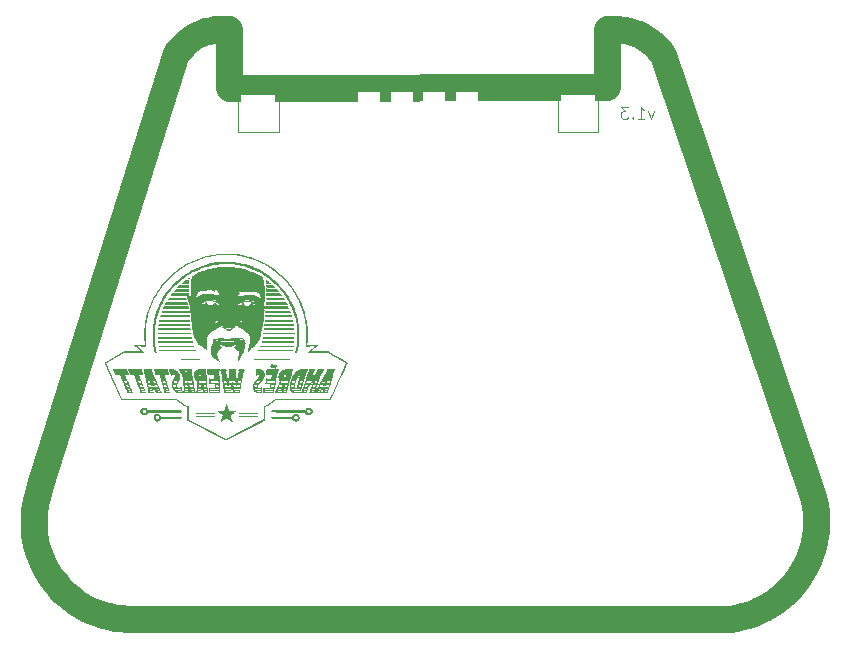
<source format=gbo>
%TF.GenerationSoftware,KiCad,Pcbnew,8.0.3*%
%TF.CreationDate,2024-06-22T21:50:30+02:00*%
%TF.ProjectId,W48_W49_Nummernschalter_Adapter,5734385f-5734-4395-9f4e-756d6d65726e,rev?*%
%TF.SameCoordinates,Original*%
%TF.FileFunction,Legend,Bot*%
%TF.FilePolarity,Positive*%
%FSLAX46Y46*%
G04 Gerber Fmt 4.6, Leading zero omitted, Abs format (unit mm)*
G04 Created by KiCad (PCBNEW 8.0.3) date 2024-06-22 21:50:30*
%MOMM*%
%LPD*%
G01*
G04 APERTURE LIST*
%ADD10C,0.000000*%
%ADD11C,2.249999*%
%ADD12C,0.100000*%
%ADD13C,0.120000*%
%ADD14C,3.600000*%
%ADD15C,5.600000*%
%ADD16R,1.846667X3.480000*%
%ADD17C,3.054000*%
%ADD18R,4.000000X4.000000*%
%ADD19R,3.000000X3.000000*%
G04 APERTURE END LIST*
D10*
G36*
X110004432Y-74375442D02*
G01*
X110003990Y-74379494D01*
X110003331Y-74383509D01*
X110002458Y-74387483D01*
X110001370Y-74391412D01*
X110000069Y-74395293D01*
X109998557Y-74399123D01*
X109996834Y-74402899D01*
X109994902Y-74406616D01*
X109992763Y-74410271D01*
X109990416Y-74413862D01*
X109987865Y-74417384D01*
X109985109Y-74420834D01*
X109982150Y-74424209D01*
X109978990Y-74427505D01*
X109975629Y-74430719D01*
X109972070Y-74433847D01*
X109968312Y-74436886D01*
X109964357Y-74439833D01*
X109960208Y-74442684D01*
X109955864Y-74445436D01*
X109951327Y-74448084D01*
X109924817Y-74462936D01*
X108536498Y-74465168D01*
X107148211Y-74467400D01*
X107125019Y-74515304D01*
X107116472Y-74531651D01*
X107106912Y-74547504D01*
X107096390Y-74562822D01*
X107084957Y-74577565D01*
X107072665Y-74591692D01*
X107059565Y-74605163D01*
X107045710Y-74617937D01*
X107031150Y-74629975D01*
X107015938Y-74641235D01*
X107000124Y-74651677D01*
X106983761Y-74661261D01*
X106966901Y-74669946D01*
X106949594Y-74677692D01*
X106931893Y-74684458D01*
X106913848Y-74690205D01*
X106895512Y-74694890D01*
X106875027Y-74698609D01*
X106854002Y-74700745D01*
X106832571Y-74701341D01*
X106810868Y-74700442D01*
X106789025Y-74698093D01*
X106767176Y-74694338D01*
X106745455Y-74689221D01*
X106723995Y-74682788D01*
X106702930Y-74675081D01*
X106682392Y-74666146D01*
X106662517Y-74656027D01*
X106643436Y-74644768D01*
X106625285Y-74632414D01*
X106608195Y-74619009D01*
X106592300Y-74604598D01*
X106577735Y-74589224D01*
X106567474Y-74576890D01*
X106557910Y-74564164D01*
X106549041Y-74551074D01*
X106540867Y-74537649D01*
X106533387Y-74523915D01*
X106526600Y-74509901D01*
X106520506Y-74495636D01*
X106515103Y-74481148D01*
X106510391Y-74466464D01*
X106506368Y-74451614D01*
X106503035Y-74436624D01*
X106500390Y-74421523D01*
X106498433Y-74406340D01*
X106497162Y-74391102D01*
X106496578Y-74375837D01*
X106496661Y-74363226D01*
X106684638Y-74363226D01*
X106684643Y-74370353D01*
X106685003Y-74382863D01*
X106685983Y-74394726D01*
X106687595Y-74405962D01*
X106689853Y-74416592D01*
X106692770Y-74426637D01*
X106696361Y-74436117D01*
X106700638Y-74445053D01*
X106703039Y-74449323D01*
X106705616Y-74453465D01*
X106708371Y-74457481D01*
X106711307Y-74461374D01*
X106717725Y-74468801D01*
X106724884Y-74475766D01*
X106732797Y-74482291D01*
X106741478Y-74488395D01*
X106750941Y-74494099D01*
X106761198Y-74499424D01*
X106772264Y-74504391D01*
X106777388Y-74506266D01*
X106783158Y-74507905D01*
X106789483Y-74509307D01*
X106796277Y-74510471D01*
X106803451Y-74511396D01*
X106810917Y-74512081D01*
X106818587Y-74512525D01*
X106826371Y-74512728D01*
X106834183Y-74512687D01*
X106841934Y-74512404D01*
X106849535Y-74511876D01*
X106856899Y-74511102D01*
X106863936Y-74510083D01*
X106870560Y-74508816D01*
X106876681Y-74507301D01*
X106882212Y-74505537D01*
X106887332Y-74503575D01*
X106892311Y-74501455D01*
X106897146Y-74499178D01*
X106901836Y-74496747D01*
X106906380Y-74494163D01*
X106910777Y-74491429D01*
X106915026Y-74488547D01*
X106919125Y-74485517D01*
X106923073Y-74482343D01*
X106926869Y-74479026D01*
X106930511Y-74475568D01*
X106933998Y-74471971D01*
X106937330Y-74468237D01*
X106940504Y-74464367D01*
X106943520Y-74460365D01*
X106946375Y-74456230D01*
X106949070Y-74451967D01*
X106951603Y-74447575D01*
X106953972Y-74443058D01*
X106956176Y-74438417D01*
X106958213Y-74433654D01*
X106960084Y-74428771D01*
X106961786Y-74423771D01*
X106963318Y-74418653D01*
X106964679Y-74413422D01*
X106965867Y-74408078D01*
X106966882Y-74402624D01*
X106967722Y-74397062D01*
X106968386Y-74391392D01*
X106968872Y-74385618D01*
X106969180Y-74379742D01*
X106969308Y-74373764D01*
X106969207Y-74364940D01*
X106968785Y-74356506D01*
X106968028Y-74348430D01*
X106966923Y-74340679D01*
X106965456Y-74333220D01*
X106963612Y-74326022D01*
X106961378Y-74319050D01*
X106958740Y-74312274D01*
X106955684Y-74305659D01*
X106952197Y-74299173D01*
X106948265Y-74292784D01*
X106943873Y-74286460D01*
X106939007Y-74280167D01*
X106933655Y-74273872D01*
X106927802Y-74267545D01*
X106921435Y-74261150D01*
X106916886Y-74256931D01*
X106912183Y-74252954D01*
X106907334Y-74249224D01*
X106902347Y-74245741D01*
X106897228Y-74242508D01*
X106891986Y-74239526D01*
X106886627Y-74236799D01*
X106881161Y-74234328D01*
X106875593Y-74232116D01*
X106869932Y-74230163D01*
X106864186Y-74228473D01*
X106858361Y-74227048D01*
X106852466Y-74225890D01*
X106846507Y-74225000D01*
X106840494Y-74224382D01*
X106834432Y-74224037D01*
X106830368Y-74223959D01*
X106826287Y-74224003D01*
X106822192Y-74224171D01*
X106818086Y-74224463D01*
X106813971Y-74224880D01*
X106809849Y-74225423D01*
X106805723Y-74226092D01*
X106801596Y-74226889D01*
X106793649Y-74228740D01*
X106785931Y-74230924D01*
X106778442Y-74233443D01*
X106771183Y-74236294D01*
X106764156Y-74239477D01*
X106757361Y-74242992D01*
X106750799Y-74246838D01*
X106744471Y-74251013D01*
X106738379Y-74255518D01*
X106732523Y-74260352D01*
X106726905Y-74265514D01*
X106721525Y-74271003D01*
X106716384Y-74276819D01*
X106711484Y-74282961D01*
X106706826Y-74289427D01*
X106702409Y-74296219D01*
X106699582Y-74300864D01*
X106697064Y-74305174D01*
X106694837Y-74309219D01*
X106692886Y-74313072D01*
X106691192Y-74316805D01*
X106689739Y-74320487D01*
X106688509Y-74324193D01*
X106687485Y-74327992D01*
X106686650Y-74331956D01*
X106685986Y-74336157D01*
X106685477Y-74340667D01*
X106685104Y-74345558D01*
X106684852Y-74350900D01*
X106684703Y-74356765D01*
X106684638Y-74363226D01*
X106496661Y-74363226D01*
X106496678Y-74360574D01*
X106497462Y-74345341D01*
X106498930Y-74330166D01*
X106501081Y-74315076D01*
X106503913Y-74300101D01*
X106507427Y-74285268D01*
X106511620Y-74270606D01*
X106516493Y-74256142D01*
X106522045Y-74241905D01*
X106528274Y-74227923D01*
X106535180Y-74214223D01*
X106542763Y-74200835D01*
X106551020Y-74187786D01*
X106559953Y-74175104D01*
X106569558Y-74162818D01*
X106579837Y-74150955D01*
X106590788Y-74139544D01*
X106604776Y-74126374D01*
X106619163Y-74114146D01*
X106633918Y-74102855D01*
X106649009Y-74092495D01*
X106664405Y-74083061D01*
X106680075Y-74074548D01*
X106695988Y-74066950D01*
X106712112Y-74060261D01*
X106728417Y-74054478D01*
X106744871Y-74049593D01*
X106761442Y-74045603D01*
X106778100Y-74042501D01*
X106794814Y-74040282D01*
X106811551Y-74038940D01*
X106828281Y-74038471D01*
X106844973Y-74038869D01*
X106866329Y-74040647D01*
X106887504Y-74043839D01*
X106908432Y-74048433D01*
X106929047Y-74054419D01*
X106949283Y-74061785D01*
X106969073Y-74070520D01*
X106988352Y-74080613D01*
X107007052Y-74092053D01*
X107025109Y-74104828D01*
X107042455Y-74118927D01*
X107059024Y-74134339D01*
X107074751Y-74151053D01*
X107089568Y-74169057D01*
X107103410Y-74188341D01*
X107116210Y-74208893D01*
X107127903Y-74230702D01*
X107154072Y-74283506D01*
X107927046Y-74280684D01*
X108655462Y-74279670D01*
X109321319Y-74281211D01*
X109676483Y-74283352D01*
X109863786Y-74285729D01*
X109912352Y-74287435D01*
X109940388Y-74289715D01*
X109955039Y-74292741D01*
X109963450Y-74296684D01*
X109965623Y-74298022D01*
X109967842Y-74299533D01*
X109970088Y-74301198D01*
X109972348Y-74303002D01*
X109974604Y-74304928D01*
X109976841Y-74306958D01*
X109979043Y-74309077D01*
X109981194Y-74311267D01*
X109983278Y-74313513D01*
X109985278Y-74315796D01*
X109987180Y-74318101D01*
X109988966Y-74320410D01*
X109990621Y-74322708D01*
X109992130Y-74324977D01*
X109993475Y-74327201D01*
X109994642Y-74329363D01*
X109996665Y-74333603D01*
X109998457Y-74337843D01*
X110000020Y-74342079D01*
X110001356Y-74346309D01*
X110002465Y-74350529D01*
X110003349Y-74354735D01*
X110004009Y-74358924D01*
X110004445Y-74363093D01*
X110004661Y-74367238D01*
X110004656Y-74371355D01*
X110004524Y-74373764D01*
X110004432Y-74375442D01*
G37*
G36*
X121095373Y-74379393D02*
G01*
X121094806Y-74393315D01*
X121093891Y-74406653D01*
X121092612Y-74419462D01*
X121090956Y-74431793D01*
X121088906Y-74443699D01*
X121086450Y-74455234D01*
X121083570Y-74466451D01*
X121080254Y-74477402D01*
X121076485Y-74488141D01*
X121072250Y-74498721D01*
X121067533Y-74509194D01*
X121062319Y-74519615D01*
X121056593Y-74530035D01*
X121050341Y-74540508D01*
X121043548Y-74551087D01*
X121034611Y-74563753D01*
X121024820Y-74576150D01*
X121014242Y-74588229D01*
X121002946Y-74599942D01*
X120991001Y-74611244D01*
X120978475Y-74622086D01*
X120965437Y-74632420D01*
X120951955Y-74642199D01*
X120938098Y-74651377D01*
X120923934Y-74659904D01*
X120909531Y-74667734D01*
X120894958Y-74674820D01*
X120880284Y-74681114D01*
X120865576Y-74686568D01*
X120850904Y-74691135D01*
X120836336Y-74694768D01*
X120836336Y-74694799D01*
X120828397Y-74696425D01*
X120820013Y-74697961D01*
X120811438Y-74699373D01*
X120802926Y-74700625D01*
X120794730Y-74701682D01*
X120787103Y-74702507D01*
X120780299Y-74703067D01*
X120774573Y-74703324D01*
X120766387Y-74703268D01*
X120757536Y-74702814D01*
X120748117Y-74701984D01*
X120738228Y-74700803D01*
X120727964Y-74699291D01*
X120717422Y-74697470D01*
X120706699Y-74695364D01*
X120695892Y-74692995D01*
X120685097Y-74690385D01*
X120674410Y-74687555D01*
X120663930Y-74684530D01*
X120653751Y-74681330D01*
X120643972Y-74677978D01*
X120634688Y-74674496D01*
X120625996Y-74670908D01*
X120617993Y-74667234D01*
X120607677Y-74661806D01*
X120597157Y-74655480D01*
X120586502Y-74648326D01*
X120575779Y-74640415D01*
X120565058Y-74631818D01*
X120554407Y-74622603D01*
X120543895Y-74612843D01*
X120533590Y-74602607D01*
X120523560Y-74591966D01*
X120513875Y-74580991D01*
X120504604Y-74569750D01*
X120495813Y-74558316D01*
X120487573Y-74546759D01*
X120479952Y-74535148D01*
X120473018Y-74523554D01*
X120466839Y-74512049D01*
X120443554Y-74465976D01*
X119170702Y-74465633D01*
X118236840Y-74464006D01*
X117778973Y-74460580D01*
X117743919Y-74459113D01*
X117715826Y-74457699D01*
X117693657Y-74456211D01*
X117676378Y-74454526D01*
X117662953Y-74452518D01*
X117657362Y-74451354D01*
X117652346Y-74450063D01*
X117647776Y-74448628D01*
X117643522Y-74447035D01*
X117635446Y-74443309D01*
X117632971Y-74441998D01*
X117630588Y-74440644D01*
X117628297Y-74439244D01*
X117626096Y-74437796D01*
X117623984Y-74436300D01*
X117621962Y-74434754D01*
X117620027Y-74433156D01*
X117618179Y-74431504D01*
X117616418Y-74429796D01*
X117614742Y-74428032D01*
X117613150Y-74426209D01*
X117611642Y-74424325D01*
X117610217Y-74422380D01*
X117608874Y-74420371D01*
X117607611Y-74418297D01*
X117606429Y-74416155D01*
X117605326Y-74413945D01*
X117604302Y-74411665D01*
X117603355Y-74409313D01*
X117602485Y-74406887D01*
X117601691Y-74404386D01*
X117600971Y-74401809D01*
X117600326Y-74399152D01*
X117599754Y-74396416D01*
X117599255Y-74393598D01*
X117598827Y-74390696D01*
X117598469Y-74387709D01*
X117598182Y-74384635D01*
X117597812Y-74378220D01*
X117597732Y-74372823D01*
X120625303Y-74372823D01*
X120625647Y-74382258D01*
X120626584Y-74391633D01*
X120628115Y-74400915D01*
X120630240Y-74410071D01*
X120632957Y-74419068D01*
X120636268Y-74427870D01*
X120640171Y-74436446D01*
X120644667Y-74444761D01*
X120649756Y-74452783D01*
X120655437Y-74460476D01*
X120661711Y-74467809D01*
X120668577Y-74474747D01*
X120676034Y-74481256D01*
X120684083Y-74487304D01*
X120692724Y-74492856D01*
X120701957Y-74497880D01*
X120707657Y-74500556D01*
X120713480Y-74502968D01*
X120725441Y-74507014D01*
X120737738Y-74510034D01*
X120750268Y-74512050D01*
X120762930Y-74513078D01*
X120775621Y-74513139D01*
X120788239Y-74512251D01*
X120800681Y-74510432D01*
X120812847Y-74507703D01*
X120824633Y-74504081D01*
X120835938Y-74499586D01*
X120846660Y-74494237D01*
X120856695Y-74488052D01*
X120861424Y-74484652D01*
X120865943Y-74481050D01*
X120870240Y-74477249D01*
X120874301Y-74473251D01*
X120878114Y-74469057D01*
X120881667Y-74464672D01*
X120886859Y-74457471D01*
X120891589Y-74450104D01*
X120895860Y-74442589D01*
X120899674Y-74434943D01*
X120903037Y-74427184D01*
X120905950Y-74419329D01*
X120908419Y-74411396D01*
X120910445Y-74403402D01*
X120912034Y-74395364D01*
X120913187Y-74387300D01*
X120913910Y-74379226D01*
X120914205Y-74371162D01*
X120914076Y-74363123D01*
X120913527Y-74355127D01*
X120912560Y-74347192D01*
X120911180Y-74339335D01*
X120909390Y-74331573D01*
X120907194Y-74323924D01*
X120904594Y-74316406D01*
X120901596Y-74309035D01*
X120898201Y-74301829D01*
X120894414Y-74294805D01*
X120890239Y-74287981D01*
X120885678Y-74281374D01*
X120880736Y-74275002D01*
X120875415Y-74268882D01*
X120869720Y-74263030D01*
X120863653Y-74257466D01*
X120857219Y-74252206D01*
X120850421Y-74247267D01*
X120843262Y-74242667D01*
X120835746Y-74238423D01*
X120832164Y-74236630D01*
X120828450Y-74234961D01*
X120824613Y-74233414D01*
X120820664Y-74231990D01*
X120816610Y-74230689D01*
X120812461Y-74229510D01*
X120808226Y-74228453D01*
X120803913Y-74227518D01*
X120799533Y-74226705D01*
X120795093Y-74226014D01*
X120790604Y-74225444D01*
X120786073Y-74224996D01*
X120781510Y-74224668D01*
X120776924Y-74224461D01*
X120772325Y-74224374D01*
X120767720Y-74224408D01*
X120763120Y-74224562D01*
X120758532Y-74224836D01*
X120753967Y-74225230D01*
X120749433Y-74225744D01*
X120744938Y-74226377D01*
X120740493Y-74227129D01*
X120736105Y-74228001D01*
X120731784Y-74228991D01*
X120727539Y-74230101D01*
X120723378Y-74231329D01*
X120719310Y-74232676D01*
X120715345Y-74234141D01*
X120711491Y-74235724D01*
X120707757Y-74237426D01*
X120704152Y-74239245D01*
X120700685Y-74241183D01*
X120691507Y-74247003D01*
X120682925Y-74253302D01*
X120674940Y-74260044D01*
X120667550Y-74267196D01*
X120660756Y-74274726D01*
X120654558Y-74282598D01*
X120648956Y-74290780D01*
X120643948Y-74299239D01*
X120639536Y-74307940D01*
X120635719Y-74316850D01*
X120632497Y-74325936D01*
X120629870Y-74335163D01*
X120627837Y-74344499D01*
X120626398Y-74353910D01*
X120625554Y-74363363D01*
X120625303Y-74372823D01*
X117597732Y-74372823D01*
X117597712Y-74371438D01*
X117597963Y-74366610D01*
X117598655Y-74361526D01*
X117599760Y-74356238D01*
X117601252Y-74350797D01*
X117603103Y-74345256D01*
X117605286Y-74339665D01*
X117607772Y-74334078D01*
X117610537Y-74328545D01*
X117613551Y-74323118D01*
X117616787Y-74317850D01*
X117620219Y-74312792D01*
X117623819Y-74307996D01*
X117627560Y-74303514D01*
X117631414Y-74299397D01*
X117635354Y-74295697D01*
X117639353Y-74292467D01*
X117640837Y-74291487D01*
X117642720Y-74290566D01*
X117645238Y-74289703D01*
X117648624Y-74288896D01*
X117653115Y-74288143D01*
X117658946Y-74287442D01*
X117666352Y-74286792D01*
X117675568Y-74286189D01*
X117686830Y-74285634D01*
X117700373Y-74285123D01*
X117735241Y-74284227D01*
X117782055Y-74283487D01*
X117842697Y-74282889D01*
X117919048Y-74282417D01*
X118012991Y-74282057D01*
X118126407Y-74281793D01*
X118261178Y-74281610D01*
X118602314Y-74281430D01*
X119051452Y-74281396D01*
X120448546Y-74281396D01*
X120470312Y-74235415D01*
X120475231Y-74225540D01*
X120480633Y-74215645D01*
X120486487Y-74205767D01*
X120492764Y-74195940D01*
X120499433Y-74186199D01*
X120506463Y-74176580D01*
X120513826Y-74167119D01*
X120521491Y-74157850D01*
X120529427Y-74148809D01*
X120537605Y-74140030D01*
X120545994Y-74131551D01*
X120554565Y-74123405D01*
X120563286Y-74115628D01*
X120572129Y-74108256D01*
X120581062Y-74101323D01*
X120590056Y-74094865D01*
X120600144Y-74088242D01*
X120610597Y-74082003D01*
X120621381Y-74076155D01*
X120632464Y-74070704D01*
X120643812Y-74065658D01*
X120655392Y-74061021D01*
X120667171Y-74056802D01*
X120679116Y-74053006D01*
X120691193Y-74049641D01*
X120703369Y-74046713D01*
X120715611Y-74044227D01*
X120727886Y-74042192D01*
X120740161Y-74040614D01*
X120752402Y-74039498D01*
X120764576Y-74038852D01*
X120776650Y-74038683D01*
X120784627Y-74038838D01*
X120792535Y-74039209D01*
X120800364Y-74039800D01*
X120808103Y-74040610D01*
X120815745Y-74041643D01*
X120823278Y-74042900D01*
X120830693Y-74044382D01*
X120837979Y-74046093D01*
X120858598Y-74051972D01*
X120878705Y-74059037D01*
X120898257Y-74067249D01*
X120917210Y-74076569D01*
X120935520Y-74086959D01*
X120953144Y-74098381D01*
X120970038Y-74110794D01*
X120986157Y-74124162D01*
X121001459Y-74138445D01*
X121015899Y-74153604D01*
X121029434Y-74169602D01*
X121042019Y-74186399D01*
X121053612Y-74203957D01*
X121064168Y-74222237D01*
X121073644Y-74241201D01*
X121081995Y-74260810D01*
X121084101Y-74266334D01*
X121085988Y-74271598D01*
X121087668Y-74276685D01*
X121089152Y-74281680D01*
X121090451Y-74286665D01*
X121091575Y-74291725D01*
X121092535Y-74296943D01*
X121093343Y-74302403D01*
X121094008Y-74308188D01*
X121094543Y-74314383D01*
X121094957Y-74321070D01*
X121095262Y-74328335D01*
X121095469Y-74336260D01*
X121095588Y-74344929D01*
X121095607Y-74364834D01*
X121095505Y-74371162D01*
X121095373Y-74379393D01*
G37*
G36*
X110009281Y-74901436D02*
G01*
X110009448Y-74907183D01*
X110009265Y-74912844D01*
X110008734Y-74918409D01*
X110007859Y-74923865D01*
X110006642Y-74929200D01*
X110005087Y-74934402D01*
X110003197Y-74939459D01*
X110000976Y-74944358D01*
X109998425Y-74949090D01*
X109995549Y-74953640D01*
X109992351Y-74957997D01*
X109988833Y-74962150D01*
X109984999Y-74966085D01*
X109980852Y-74969792D01*
X109976396Y-74973259D01*
X109971633Y-74976472D01*
X109966566Y-74979421D01*
X109961199Y-74982093D01*
X109955534Y-74984477D01*
X109949576Y-74986560D01*
X109943327Y-74988330D01*
X109937116Y-74989206D01*
X109925578Y-74990015D01*
X109885709Y-74991435D01*
X109822095Y-74992604D01*
X109733110Y-74993532D01*
X109472524Y-74994717D01*
X109090945Y-74995090D01*
X108265352Y-74995090D01*
X108255213Y-75023336D01*
X108251472Y-75033086D01*
X108247306Y-75042728D01*
X108242729Y-75052251D01*
X108237751Y-75061645D01*
X108232387Y-75070902D01*
X108226648Y-75080011D01*
X108214098Y-75097747D01*
X108200200Y-75114774D01*
X108185056Y-75131014D01*
X108168765Y-75146389D01*
X108151428Y-75160820D01*
X108133145Y-75174230D01*
X108114016Y-75186539D01*
X108094142Y-75197670D01*
X108073623Y-75207544D01*
X108052560Y-75216083D01*
X108031052Y-75223208D01*
X108020163Y-75226216D01*
X108009200Y-75228842D01*
X107998177Y-75231075D01*
X107987105Y-75232906D01*
X107972173Y-75235029D01*
X107959945Y-75236542D01*
X107954572Y-75237068D01*
X107949547Y-75237440D01*
X107944760Y-75237657D01*
X107940102Y-75237719D01*
X107935465Y-75237625D01*
X107930737Y-75237374D01*
X107925811Y-75236967D01*
X107920576Y-75236403D01*
X107908745Y-75234801D01*
X107894367Y-75232563D01*
X107890010Y-75231785D01*
X107885327Y-75230801D01*
X107875125Y-75228259D01*
X107864041Y-75225035D01*
X107852355Y-75221223D01*
X107840348Y-75216920D01*
X107828298Y-75212222D01*
X107816487Y-75207224D01*
X107805193Y-75202023D01*
X107788685Y-75193474D01*
X107772663Y-75183988D01*
X107757173Y-75173619D01*
X107742258Y-75162420D01*
X107727962Y-75150443D01*
X107714328Y-75137743D01*
X107701401Y-75124372D01*
X107689224Y-75110384D01*
X107677842Y-75095831D01*
X107667298Y-75080767D01*
X107657636Y-75065245D01*
X107648899Y-75049319D01*
X107641132Y-75033040D01*
X107634379Y-75016463D01*
X107628684Y-74999641D01*
X107624089Y-74982626D01*
X107621064Y-74968273D01*
X107618691Y-74953690D01*
X107616964Y-74938921D01*
X107615879Y-74924013D01*
X107615546Y-74912902D01*
X107818281Y-74912902D01*
X107818987Y-74922967D01*
X107820430Y-74932904D01*
X107822593Y-74942680D01*
X107825458Y-74952261D01*
X107829008Y-74961613D01*
X107833228Y-74970704D01*
X107838098Y-74979499D01*
X107843603Y-74987965D01*
X107849725Y-74996068D01*
X107856448Y-75003775D01*
X107863754Y-75011053D01*
X107871627Y-75017867D01*
X107880048Y-75024184D01*
X107889002Y-75029972D01*
X107894176Y-75032738D01*
X107900053Y-75035301D01*
X107906535Y-75037647D01*
X107913525Y-75039766D01*
X107920927Y-75041647D01*
X107928643Y-75043277D01*
X107936576Y-75044646D01*
X107944630Y-75045742D01*
X107952707Y-75046553D01*
X107960709Y-75047068D01*
X107968541Y-75047276D01*
X107976105Y-75047165D01*
X107983304Y-75046724D01*
X107990041Y-75045941D01*
X107996219Y-75044805D01*
X108001740Y-75043304D01*
X108013165Y-75039126D01*
X108023959Y-75034294D01*
X108034120Y-75028845D01*
X108043642Y-75022818D01*
X108052521Y-75016253D01*
X108060752Y-75009187D01*
X108068331Y-75001660D01*
X108075254Y-74993710D01*
X108081516Y-74985377D01*
X108087112Y-74976698D01*
X108092038Y-74967713D01*
X108096289Y-74958461D01*
X108099862Y-74948979D01*
X108102750Y-74939308D01*
X108104951Y-74929486D01*
X108106459Y-74919551D01*
X108107270Y-74909542D01*
X108107379Y-74899498D01*
X108106782Y-74889459D01*
X108105475Y-74879461D01*
X108103452Y-74869546D01*
X108100710Y-74859750D01*
X108097244Y-74850114D01*
X108093048Y-74840675D01*
X108088120Y-74831472D01*
X108082454Y-74822545D01*
X108076046Y-74813932D01*
X108068891Y-74805671D01*
X108060985Y-74797802D01*
X108052323Y-74790364D01*
X108042901Y-74783394D01*
X108032715Y-74776933D01*
X108028282Y-74774475D01*
X108023655Y-74772179D01*
X108018854Y-74770046D01*
X108013895Y-74768076D01*
X108008797Y-74766271D01*
X108003577Y-74764632D01*
X107998254Y-74763160D01*
X107992846Y-74761857D01*
X107987370Y-74760724D01*
X107981844Y-74759762D01*
X107976287Y-74758972D01*
X107970717Y-74758355D01*
X107965151Y-74757913D01*
X107959607Y-74757647D01*
X107954103Y-74757557D01*
X107948658Y-74757646D01*
X107942227Y-74757990D01*
X107939062Y-74758259D01*
X107935936Y-74758594D01*
X107932854Y-74758994D01*
X107929818Y-74759459D01*
X107926833Y-74759992D01*
X107923903Y-74760590D01*
X107921031Y-74761256D01*
X107918222Y-74761989D01*
X107915479Y-74762789D01*
X107912806Y-74763658D01*
X107910207Y-74764595D01*
X107907686Y-74765600D01*
X107905246Y-74766674D01*
X107902893Y-74767818D01*
X107894157Y-74772610D01*
X107885859Y-74777845D01*
X107878006Y-74783515D01*
X107870604Y-74789609D01*
X107863658Y-74796119D01*
X107857175Y-74803035D01*
X107851161Y-74810348D01*
X107845623Y-74818050D01*
X107840565Y-74826130D01*
X107835995Y-74834579D01*
X107831917Y-74843389D01*
X107828340Y-74852550D01*
X107825268Y-74862053D01*
X107822707Y-74871889D01*
X107820665Y-74882048D01*
X107819146Y-74892522D01*
X107818328Y-74902742D01*
X107818281Y-74912902D01*
X107615546Y-74912902D01*
X107615429Y-74909009D01*
X107615611Y-74893956D01*
X107616418Y-74878897D01*
X107617845Y-74863879D01*
X107619888Y-74848946D01*
X107622540Y-74834143D01*
X107625797Y-74819515D01*
X107629654Y-74805107D01*
X107634105Y-74790964D01*
X107639145Y-74777132D01*
X107644769Y-74763655D01*
X107650971Y-74750578D01*
X107655973Y-74741412D01*
X107661883Y-74731884D01*
X107668611Y-74722084D01*
X107676069Y-74712102D01*
X107684168Y-74702025D01*
X107692822Y-74691942D01*
X107701940Y-74681944D01*
X107711435Y-74672118D01*
X107721217Y-74662554D01*
X107731200Y-74653341D01*
X107741294Y-74644566D01*
X107751411Y-74636321D01*
X107761463Y-74628692D01*
X107771361Y-74621770D01*
X107781016Y-74615643D01*
X107790342Y-74610400D01*
X107799286Y-74605885D01*
X107808278Y-74601660D01*
X107817317Y-74597725D01*
X107826400Y-74594081D01*
X107835525Y-74590726D01*
X107844690Y-74587662D01*
X107853894Y-74584888D01*
X107863133Y-74582404D01*
X107872407Y-74580210D01*
X107881713Y-74578307D01*
X107891050Y-74576693D01*
X107900415Y-74575369D01*
X107909806Y-74574336D01*
X107919221Y-74573592D01*
X107928659Y-74573139D01*
X107938117Y-74572975D01*
X107947593Y-74573102D01*
X107957085Y-74573518D01*
X107966591Y-74574225D01*
X107976109Y-74575221D01*
X107985637Y-74576508D01*
X107995173Y-74578084D01*
X108004716Y-74579951D01*
X108014262Y-74582107D01*
X108023811Y-74584554D01*
X108033360Y-74587291D01*
X108042906Y-74590319D01*
X108052449Y-74593636D01*
X108061986Y-74597244D01*
X108071515Y-74601142D01*
X108081034Y-74605331D01*
X108090541Y-74609811D01*
X108103641Y-74616771D01*
X108116775Y-74624877D01*
X108129862Y-74634035D01*
X108142822Y-74644151D01*
X108155575Y-74655133D01*
X108168040Y-74666886D01*
X108180138Y-74679318D01*
X108191789Y-74692334D01*
X108202911Y-74705842D01*
X108213425Y-74719747D01*
X108223250Y-74733957D01*
X108232307Y-74748377D01*
X108240515Y-74762914D01*
X108247794Y-74777476D01*
X108254064Y-74791967D01*
X108259244Y-74806296D01*
X108259690Y-74807192D01*
X108260520Y-74808035D01*
X108261863Y-74808828D01*
X108263853Y-74809570D01*
X108266620Y-74810265D01*
X108270296Y-74810914D01*
X108275012Y-74811517D01*
X108280900Y-74812078D01*
X108288091Y-74812596D01*
X108296718Y-74813075D01*
X108306911Y-74813515D01*
X108318802Y-74813919D01*
X108348203Y-74814622D01*
X108385975Y-74815197D01*
X108433168Y-74815656D01*
X108490836Y-74816013D01*
X108560030Y-74816280D01*
X108641803Y-74816470D01*
X108847292Y-74816669D01*
X109115719Y-74816712D01*
X109968782Y-74816712D01*
X109983387Y-74836030D01*
X109987620Y-74841922D01*
X109991469Y-74847861D01*
X109994935Y-74853835D01*
X109998022Y-74859831D01*
X110000733Y-74865838D01*
X110003072Y-74871844D01*
X110005040Y-74877837D01*
X110006642Y-74883804D01*
X110007881Y-74889735D01*
X110008759Y-74895616D01*
X110009107Y-74899498D01*
X110009281Y-74901436D01*
G37*
G36*
X119995674Y-74899932D02*
G01*
X119995203Y-74921569D01*
X119993515Y-74942778D01*
X119990626Y-74963533D01*
X119986548Y-74983808D01*
X119981295Y-75003576D01*
X119974880Y-75022813D01*
X119967316Y-75041492D01*
X119958618Y-75059587D01*
X119948798Y-75077072D01*
X119937870Y-75093922D01*
X119925848Y-75110111D01*
X119912745Y-75125612D01*
X119898574Y-75140400D01*
X119883349Y-75154449D01*
X119867084Y-75167733D01*
X119849791Y-75180226D01*
X119842063Y-75185401D01*
X119834680Y-75190184D01*
X119827584Y-75194600D01*
X119820719Y-75198675D01*
X119814026Y-75202433D01*
X119807446Y-75205901D01*
X119800923Y-75209103D01*
X119794399Y-75212064D01*
X119787814Y-75214810D01*
X119781113Y-75217365D01*
X119774236Y-75219756D01*
X119767125Y-75222007D01*
X119759724Y-75224143D01*
X119751973Y-75226189D01*
X119743816Y-75228172D01*
X119735194Y-75230115D01*
X119718309Y-75233529D01*
X119710536Y-75234869D01*
X119703097Y-75235963D01*
X119695909Y-75236813D01*
X119688888Y-75237418D01*
X119681949Y-75237778D01*
X119675010Y-75237892D01*
X119667986Y-75237761D01*
X119660793Y-75237384D01*
X119653348Y-75236761D01*
X119645567Y-75235893D01*
X119637366Y-75234779D01*
X119628661Y-75233419D01*
X119609403Y-75229959D01*
X119596146Y-75227204D01*
X119583265Y-75224078D01*
X119570742Y-75220573D01*
X119558558Y-75216679D01*
X119546698Y-75212387D01*
X119535142Y-75207687D01*
X119523874Y-75202570D01*
X119512876Y-75197028D01*
X119502130Y-75191050D01*
X119491618Y-75184627D01*
X119481323Y-75177750D01*
X119471227Y-75170410D01*
X119461313Y-75162596D01*
X119451563Y-75154301D01*
X119441959Y-75145515D01*
X119432484Y-75136228D01*
X119423723Y-75127093D01*
X119415116Y-75117632D01*
X119406881Y-75108119D01*
X119399239Y-75098829D01*
X119392407Y-75090035D01*
X119386605Y-75082013D01*
X119384159Y-75078377D01*
X119382052Y-75075036D01*
X119380313Y-75072026D01*
X119378968Y-75069380D01*
X119361232Y-75031336D01*
X119360472Y-75029822D01*
X119359579Y-75028236D01*
X119358564Y-75026590D01*
X119357439Y-75024899D01*
X119356213Y-75023175D01*
X119354899Y-75021431D01*
X119353508Y-75019680D01*
X119352051Y-75017936D01*
X119350540Y-75016211D01*
X119348985Y-75014519D01*
X119347398Y-75012873D01*
X119345790Y-75011286D01*
X119344172Y-75009770D01*
X119342556Y-75008340D01*
X119340952Y-75007008D01*
X119339373Y-75005787D01*
X119337939Y-75004800D01*
X119336302Y-75003872D01*
X119334320Y-75003003D01*
X119331849Y-75002189D01*
X119328749Y-75001429D01*
X119324877Y-75000722D01*
X119320090Y-75000065D01*
X119314246Y-74999457D01*
X119307203Y-74998897D01*
X119298818Y-74998381D01*
X119288950Y-74997910D01*
X119277456Y-74997480D01*
X119264194Y-74997090D01*
X119249021Y-74996738D01*
X119212375Y-74996143D01*
X119166380Y-74995679D01*
X119109897Y-74995333D01*
X119041788Y-74995090D01*
X118960916Y-74994937D01*
X118756326Y-74994842D01*
X118487022Y-74994934D01*
X117649802Y-74995337D01*
X117630485Y-74974842D01*
X117626555Y-74970348D01*
X117622822Y-74965432D01*
X117619305Y-74960152D01*
X117616021Y-74954561D01*
X117612989Y-74948717D01*
X117610225Y-74942674D01*
X117607748Y-74936488D01*
X117605575Y-74930214D01*
X117603724Y-74923908D01*
X117602213Y-74917626D01*
X117601060Y-74911422D01*
X117600350Y-74905887D01*
X119540508Y-74905887D01*
X119540736Y-74915990D01*
X119541625Y-74925911D01*
X119543159Y-74935624D01*
X119545325Y-74945105D01*
X119548107Y-74954329D01*
X119551491Y-74963271D01*
X119555463Y-74971908D01*
X119560007Y-74980213D01*
X119565110Y-74988164D01*
X119570756Y-74995734D01*
X119576931Y-75002900D01*
X119583621Y-75009637D01*
X119590810Y-75015920D01*
X119598485Y-75021725D01*
X119606631Y-75027027D01*
X119615232Y-75031801D01*
X119620551Y-75034237D01*
X119626555Y-75036493D01*
X119633144Y-75038560D01*
X119640216Y-75040428D01*
X119647671Y-75042084D01*
X119655409Y-75043519D01*
X119663329Y-75044723D01*
X119671331Y-75045685D01*
X119679313Y-75046394D01*
X119687175Y-75046839D01*
X119694817Y-75047011D01*
X119702138Y-75046899D01*
X119709038Y-75046492D01*
X119715416Y-75045780D01*
X119721171Y-75044752D01*
X119726202Y-75043397D01*
X119735544Y-75040066D01*
X119744470Y-75036341D01*
X119752978Y-75032223D01*
X119761066Y-75027715D01*
X119768732Y-75022820D01*
X119775975Y-75017538D01*
X119782792Y-75011872D01*
X119789181Y-75005824D01*
X119795141Y-74999395D01*
X119800670Y-74992589D01*
X119805766Y-74985407D01*
X119810426Y-74977852D01*
X119814649Y-74969924D01*
X119818433Y-74961626D01*
X119821776Y-74952961D01*
X119824677Y-74943930D01*
X119826801Y-74936054D01*
X119828520Y-74928400D01*
X119829831Y-74920940D01*
X119830728Y-74913645D01*
X119831206Y-74906484D01*
X119831263Y-74899429D01*
X119830893Y-74892449D01*
X119830093Y-74885515D01*
X119828857Y-74878598D01*
X119827181Y-74871667D01*
X119825062Y-74864694D01*
X119822494Y-74857649D01*
X119819474Y-74850502D01*
X119815997Y-74843224D01*
X119812059Y-74835784D01*
X119807655Y-74828155D01*
X119804981Y-74823853D01*
X119802199Y-74819681D01*
X119799313Y-74815640D01*
X119796324Y-74811729D01*
X119793239Y-74807949D01*
X119790058Y-74804301D01*
X119786787Y-74800784D01*
X119783429Y-74797400D01*
X119779986Y-74794148D01*
X119776463Y-74791030D01*
X119772863Y-74788045D01*
X119769189Y-74785194D01*
X119761634Y-74779896D01*
X119753827Y-74775138D01*
X119745794Y-74770924D01*
X119737564Y-74767257D01*
X119729164Y-74764141D01*
X119720622Y-74761579D01*
X119711965Y-74759574D01*
X119703221Y-74758129D01*
X119694419Y-74757248D01*
X119685585Y-74756934D01*
X119678710Y-74757083D01*
X119671846Y-74757580D01*
X119665006Y-74758424D01*
X119658202Y-74759618D01*
X119651448Y-74761163D01*
X119644758Y-74763061D01*
X119638142Y-74765313D01*
X119631616Y-74767921D01*
X119625192Y-74770886D01*
X119618882Y-74774210D01*
X119612700Y-74777894D01*
X119606659Y-74781939D01*
X119600772Y-74786348D01*
X119595052Y-74791122D01*
X119589512Y-74796262D01*
X119584165Y-74801769D01*
X119578616Y-74807981D01*
X119573486Y-74814132D01*
X119568764Y-74820243D01*
X119564442Y-74826337D01*
X119560512Y-74832434D01*
X119556963Y-74838556D01*
X119553787Y-74844724D01*
X119550976Y-74850961D01*
X119548519Y-74857287D01*
X119546409Y-74863725D01*
X119544635Y-74870295D01*
X119543190Y-74877019D01*
X119542063Y-74883919D01*
X119541247Y-74891015D01*
X119540731Y-74898331D01*
X119540508Y-74905887D01*
X117600350Y-74905887D01*
X117600282Y-74905353D01*
X117599897Y-74899474D01*
X117599923Y-74893840D01*
X117600377Y-74888507D01*
X117601278Y-74883531D01*
X117602383Y-74879631D01*
X117603891Y-74875494D01*
X117605765Y-74871171D01*
X117607966Y-74866718D01*
X117610454Y-74862186D01*
X117613192Y-74857629D01*
X117616140Y-74853099D01*
X117619261Y-74848651D01*
X117622514Y-74844337D01*
X117625862Y-74840210D01*
X117629266Y-74836324D01*
X117632688Y-74832731D01*
X117636087Y-74829484D01*
X117639427Y-74826638D01*
X117642668Y-74824244D01*
X117645771Y-74822356D01*
X117650249Y-74821543D01*
X117660613Y-74820793D01*
X117699547Y-74819481D01*
X117763664Y-74818412D01*
X117854056Y-74817578D01*
X118118030Y-74816592D01*
X118500200Y-74816465D01*
X119342660Y-74817024D01*
X119362193Y-74773368D01*
X119367917Y-74761203D01*
X119374021Y-74749394D01*
X119380494Y-74737944D01*
X119387323Y-74726856D01*
X119394496Y-74716131D01*
X119402002Y-74705774D01*
X119409827Y-74695785D01*
X119417961Y-74686168D01*
X119426390Y-74676925D01*
X119435103Y-74668059D01*
X119444088Y-74659572D01*
X119453332Y-74651467D01*
X119462823Y-74643746D01*
X119472550Y-74636413D01*
X119482499Y-74629469D01*
X119492660Y-74622917D01*
X119503019Y-74616760D01*
X119513565Y-74611000D01*
X119524285Y-74605640D01*
X119535168Y-74600682D01*
X119546201Y-74596129D01*
X119557373Y-74591984D01*
X119568670Y-74588249D01*
X119580082Y-74584926D01*
X119591595Y-74582018D01*
X119603198Y-74579528D01*
X119614878Y-74577458D01*
X119626624Y-74575811D01*
X119638423Y-74574590D01*
X119650264Y-74573796D01*
X119662133Y-74573433D01*
X119674019Y-74573503D01*
X119688288Y-74574162D01*
X119702543Y-74575454D01*
X119716763Y-74577381D01*
X119730928Y-74579950D01*
X119745015Y-74583164D01*
X119759005Y-74587027D01*
X119772876Y-74591543D01*
X119786607Y-74596718D01*
X119800178Y-74602556D01*
X119813568Y-74609060D01*
X119826755Y-74616235D01*
X119839718Y-74624087D01*
X119852438Y-74632618D01*
X119864892Y-74641833D01*
X119877060Y-74651737D01*
X119888921Y-74662334D01*
X119902177Y-74675235D01*
X119914500Y-74688273D01*
X119925903Y-74701476D01*
X119936397Y-74714869D01*
X119945994Y-74728479D01*
X119954705Y-74742331D01*
X119962543Y-74756452D01*
X119969518Y-74770867D01*
X119975642Y-74785603D01*
X119980927Y-74800687D01*
X119985385Y-74816143D01*
X119989028Y-74831998D01*
X119991866Y-74848279D01*
X119993912Y-74865010D01*
X119995178Y-74882219D01*
X119995660Y-74899429D01*
X119995674Y-74899932D01*
G37*
G36*
X124021382Y-70331343D02*
G01*
X123719881Y-71000772D01*
X123414361Y-71667225D01*
X122799007Y-72998343D01*
X122798418Y-72999585D01*
X122797798Y-73000824D01*
X122777907Y-73042352D01*
X122758176Y-73085093D01*
X122718111Y-73173236D01*
X122697232Y-73218144D01*
X122675426Y-73263283D01*
X122652422Y-73308406D01*
X122627948Y-73353268D01*
X122595888Y-73409792D01*
X122530930Y-73412303D01*
X122362011Y-73417662D01*
X122193389Y-73420957D01*
X121857040Y-73423254D01*
X121187911Y-73423930D01*
X121187012Y-73423930D01*
X117964387Y-73424364D01*
X117854772Y-73505086D01*
X117743797Y-73584077D01*
X117631444Y-73661244D01*
X117517695Y-73736496D01*
X117402533Y-73809738D01*
X117285938Y-73880878D01*
X117167894Y-73949824D01*
X117048381Y-74016483D01*
X117049351Y-74537978D01*
X117047544Y-74800510D01*
X117044588Y-74932223D01*
X117039700Y-75064233D01*
X117038987Y-75079861D01*
X117034211Y-75094743D01*
X117031912Y-75101426D01*
X117029396Y-75107846D01*
X117026679Y-75114008D01*
X117023773Y-75119918D01*
X117020692Y-75125581D01*
X117017450Y-75131002D01*
X117014059Y-75136189D01*
X117010533Y-75141145D01*
X117006886Y-75145876D01*
X117003131Y-75150389D01*
X116999282Y-75154688D01*
X116995351Y-75158778D01*
X116987300Y-75166358D01*
X116979086Y-75173171D01*
X116970817Y-75179263D01*
X116962598Y-75184677D01*
X116954539Y-75189458D01*
X116946747Y-75193649D01*
X116939328Y-75197295D01*
X116932390Y-75200440D01*
X116920389Y-75205403D01*
X116915328Y-75207478D01*
X116910689Y-75209481D01*
X116902738Y-75213140D01*
X116892527Y-75218118D01*
X116891242Y-75218677D01*
X116890492Y-75218896D01*
X116890321Y-75218866D01*
X116890290Y-75218738D01*
X116890651Y-75218172D01*
X116891589Y-75217163D01*
X116893118Y-75215676D01*
X116898003Y-75211138D01*
X116886499Y-75221650D01*
X116872640Y-75228749D01*
X115345465Y-76013959D01*
X113808766Y-76795599D01*
X113755714Y-76822605D01*
X113702694Y-76795599D01*
X110527695Y-75176350D01*
X110464194Y-75143825D01*
X110464194Y-74016701D01*
X110345734Y-73949718D01*
X110228504Y-73880892D01*
X110112540Y-73810168D01*
X109997879Y-73737489D01*
X109884557Y-73662802D01*
X109772611Y-73586050D01*
X109662078Y-73507178D01*
X109552993Y-73426131D01*
X104996870Y-73424829D01*
X104922084Y-73424675D01*
X104890799Y-73356741D01*
X104195473Y-71855957D01*
X103849597Y-71106235D01*
X103509674Y-70356366D01*
X103512672Y-70361983D01*
X103510422Y-70357040D01*
X103507402Y-70348877D01*
X103504784Y-70340104D01*
X103502596Y-70330823D01*
X103500864Y-70321139D01*
X103499619Y-70311154D01*
X103498888Y-70300971D01*
X103498786Y-70295404D01*
X103600401Y-70295404D01*
X103600828Y-70298309D01*
X103601737Y-70301380D01*
X103603154Y-70304626D01*
X103605109Y-70308058D01*
X103945032Y-71061500D01*
X104290909Y-71811222D01*
X104986235Y-73308432D01*
X109589984Y-73309736D01*
X109708145Y-73397841D01*
X109828035Y-73483564D01*
X109949601Y-73566906D01*
X110072785Y-73647866D01*
X110197532Y-73726446D01*
X110323786Y-73802644D01*
X110451491Y-73876462D01*
X110580591Y-73947899D01*
X110580591Y-75071861D01*
X112165113Y-75884461D01*
X113755590Y-76691110D01*
X116819465Y-75124229D01*
X116822255Y-75121848D01*
X116825225Y-75119607D01*
X116831648Y-75115500D01*
X116838613Y-75111812D01*
X116845997Y-75108447D01*
X116853680Y-75105310D01*
X116861540Y-75102304D01*
X116877304Y-75096302D01*
X116884965Y-75093114D01*
X116892317Y-75089675D01*
X116899237Y-75085887D01*
X116902498Y-75083833D01*
X116905605Y-75081656D01*
X116908543Y-75079344D01*
X116911298Y-75076885D01*
X116913854Y-75074267D01*
X116916196Y-75071478D01*
X116918309Y-75068506D01*
X116920176Y-75065339D01*
X116921785Y-75061966D01*
X116923118Y-75058373D01*
X116928115Y-74919598D01*
X116930950Y-74780711D01*
X116932211Y-74502749D01*
X116931049Y-74224786D01*
X116931613Y-73947123D01*
X117061695Y-73876529D01*
X117190027Y-73802957D01*
X117316648Y-73726557D01*
X117441595Y-73647476D01*
X117564904Y-73565866D01*
X117686614Y-73481875D01*
X117806761Y-73395653D01*
X117925382Y-73307348D01*
X121179757Y-73306946D01*
X121849685Y-73306216D01*
X122184799Y-73303940D01*
X122352262Y-73300680D01*
X122519613Y-73295381D01*
X122542442Y-73253613D01*
X122564187Y-73210971D01*
X122585107Y-73167678D01*
X122605457Y-73123959D01*
X122645477Y-73036144D01*
X122665660Y-72992497D01*
X122686301Y-72949324D01*
X123302250Y-71616419D01*
X123908676Y-70282323D01*
X123533011Y-70059355D01*
X123154818Y-69839215D01*
X122397388Y-69399680D01*
X120603513Y-69389106D01*
X120683811Y-69322360D01*
X120764888Y-69256375D01*
X120927747Y-69124980D01*
X121008712Y-69058715D01*
X121088821Y-68991502D01*
X121167666Y-68922912D01*
X121244838Y-68852520D01*
X121175504Y-68852808D01*
X121105688Y-68854943D01*
X121035501Y-68858456D01*
X120965054Y-68862880D01*
X120823824Y-68872582D01*
X120753264Y-68876923D01*
X120682888Y-68880300D01*
X120671506Y-68880340D01*
X120659891Y-68880683D01*
X120636138Y-68882033D01*
X120587748Y-68885676D01*
X120563804Y-68886988D01*
X120552046Y-68887302D01*
X120540489Y-68887306D01*
X120529175Y-68886939D01*
X120518149Y-68886140D01*
X120507454Y-68884847D01*
X120497132Y-68882998D01*
X120514091Y-68717228D01*
X120529684Y-68551009D01*
X120536390Y-68467779D01*
X120542062Y-68384493D01*
X120546468Y-68301170D01*
X120549377Y-68217829D01*
X120555017Y-68075804D01*
X120557546Y-67933736D01*
X120556984Y-67791696D01*
X120553351Y-67649753D01*
X120536961Y-67366440D01*
X120508541Y-67084355D01*
X120468260Y-66804055D01*
X120416285Y-66526100D01*
X120352782Y-66251047D01*
X120277920Y-65979455D01*
X120173940Y-65657723D01*
X120053447Y-65341852D01*
X119916969Y-65032491D01*
X119765034Y-64730293D01*
X119598169Y-64435907D01*
X119416902Y-64149987D01*
X119221762Y-63873182D01*
X119013277Y-63606143D01*
X118791973Y-63349523D01*
X118558380Y-63103972D01*
X118313025Y-62870141D01*
X118056436Y-62648681D01*
X117789140Y-62440244D01*
X117511667Y-62245481D01*
X117224542Y-62065042D01*
X116928296Y-61899580D01*
X116745530Y-61806046D01*
X116559907Y-61718345D01*
X116371618Y-61636505D01*
X116180857Y-61560552D01*
X115987817Y-61490516D01*
X115792691Y-61426423D01*
X115595672Y-61368302D01*
X115396953Y-61316181D01*
X115196727Y-61270087D01*
X114995188Y-61230048D01*
X114792528Y-61196093D01*
X114588940Y-61168249D01*
X114384617Y-61146544D01*
X114179752Y-61131006D01*
X113974539Y-61121663D01*
X113769171Y-61118542D01*
X113710353Y-61118255D01*
X113651535Y-61118511D01*
X113664308Y-61116465D01*
X113436385Y-61122512D01*
X113208796Y-61136554D01*
X112981803Y-61158492D01*
X112755664Y-61188230D01*
X112530642Y-61225672D01*
X112306997Y-61270719D01*
X112084988Y-61323276D01*
X111864877Y-61383245D01*
X111646924Y-61450530D01*
X111431390Y-61525032D01*
X111218535Y-61606656D01*
X111008619Y-61695304D01*
X110801903Y-61790880D01*
X110598647Y-61893286D01*
X110399113Y-62002426D01*
X110203560Y-62118202D01*
X110052089Y-62214241D01*
X109903139Y-62314193D01*
X109756812Y-62417992D01*
X109613210Y-62525569D01*
X109472436Y-62636858D01*
X109334591Y-62751791D01*
X109199779Y-62870301D01*
X109068102Y-62992320D01*
X108939662Y-63117780D01*
X108814560Y-63246615D01*
X108692901Y-63378756D01*
X108574785Y-63514136D01*
X108460316Y-63652689D01*
X108349595Y-63794345D01*
X108242726Y-63939039D01*
X108139809Y-64086702D01*
X108013600Y-64276680D01*
X107893992Y-64470824D01*
X107781077Y-64668906D01*
X107674946Y-64870703D01*
X107575688Y-65075988D01*
X107483395Y-65284535D01*
X107398158Y-65496120D01*
X107320067Y-65710516D01*
X107249212Y-65927498D01*
X107185685Y-66146840D01*
X107129576Y-66368317D01*
X107080976Y-66591703D01*
X107039976Y-66816773D01*
X107006665Y-67043301D01*
X106981136Y-67271060D01*
X106963478Y-67499827D01*
X106958779Y-67850291D01*
X106957980Y-68025644D01*
X106959812Y-68200903D01*
X106965475Y-68375940D01*
X106976166Y-68550623D01*
X106993084Y-68724822D01*
X107004253Y-68811700D01*
X107017428Y-68898408D01*
X106244329Y-68857294D01*
X106906303Y-69397044D01*
X105112428Y-69407307D01*
X104391119Y-69824416D01*
X103670998Y-70243907D01*
X103669233Y-70245926D01*
X103667171Y-70247850D01*
X103664840Y-70249691D01*
X103662268Y-70251456D01*
X103656510Y-70254797D01*
X103650121Y-70257949D01*
X103636338Y-70263981D01*
X103629388Y-70267011D01*
X103622695Y-70270148D01*
X103616483Y-70273468D01*
X103610972Y-70277045D01*
X103608550Y-70278952D01*
X103606387Y-70280952D01*
X103604510Y-70283053D01*
X103602948Y-70285265D01*
X103601728Y-70287597D01*
X103600878Y-70290058D01*
X103600427Y-70292657D01*
X103600401Y-70295404D01*
X103498786Y-70295404D01*
X103498699Y-70290692D01*
X103499081Y-70280423D01*
X103500063Y-70270264D01*
X103501671Y-70260320D01*
X103503935Y-70250692D01*
X103506883Y-70241486D01*
X103508623Y-70237072D01*
X103510543Y-70232803D01*
X103512649Y-70228689D01*
X103514944Y-70224746D01*
X103519712Y-70217373D01*
X103524478Y-70210704D01*
X103529228Y-70204695D01*
X103533945Y-70199300D01*
X103538615Y-70194475D01*
X103543219Y-70190176D01*
X103547744Y-70186358D01*
X103552173Y-70182977D01*
X103556491Y-70179989D01*
X103560681Y-70177349D01*
X103564728Y-70175012D01*
X103568615Y-70172935D01*
X103582257Y-70166331D01*
X103585943Y-70164529D01*
X103589107Y-70163029D01*
X103591840Y-70161776D01*
X103594234Y-70160719D01*
X103598373Y-70158975D01*
X103602256Y-70157369D01*
X103603776Y-70155448D01*
X103623279Y-70143975D01*
X105064742Y-69305763D01*
X105091561Y-69290229D01*
X105122691Y-69290043D01*
X106584773Y-69281640D01*
X106377342Y-69113865D01*
X106274661Y-69030164D01*
X106173604Y-68946684D01*
X105916442Y-68733953D01*
X106249817Y-68740713D01*
X106331083Y-68743098D01*
X106411790Y-68746726D01*
X106571679Y-68756416D01*
X106729782Y-68767184D01*
X106886397Y-68776431D01*
X106868968Y-68615192D01*
X106857040Y-68454194D01*
X106849715Y-68293531D01*
X106846094Y-68133296D01*
X106845278Y-67973581D01*
X106846370Y-67814481D01*
X106850679Y-67498494D01*
X106850679Y-67495734D01*
X106850835Y-67492974D01*
X106868716Y-67261475D01*
X106894614Y-67030886D01*
X106928435Y-66801444D01*
X106970085Y-66573391D01*
X107019470Y-66346966D01*
X107076495Y-66122408D01*
X107141066Y-65899956D01*
X107213089Y-65679851D01*
X107292469Y-65462332D01*
X107379113Y-65247638D01*
X107472926Y-65036010D01*
X107573815Y-64827685D01*
X107681684Y-64622905D01*
X107796439Y-64421909D01*
X107917987Y-64224935D01*
X108046233Y-64032225D01*
X108046389Y-64032039D01*
X108151388Y-63882572D01*
X108260339Y-63736039D01*
X108373135Y-63592511D01*
X108489674Y-63452056D01*
X108609849Y-63314746D01*
X108733557Y-63180650D01*
X108860692Y-63049836D01*
X108991151Y-62922377D01*
X109124827Y-62798340D01*
X109261618Y-62677796D01*
X109401418Y-62560814D01*
X109544122Y-62447465D01*
X109689625Y-62337819D01*
X109837824Y-62231944D01*
X109988613Y-62129910D01*
X110141888Y-62031789D01*
X110142043Y-62031727D01*
X110142199Y-62031665D01*
X110341622Y-61913866D01*
X110545029Y-61802827D01*
X110752161Y-61698648D01*
X110962761Y-61601429D01*
X111176569Y-61511270D01*
X111393329Y-61428272D01*
X111612782Y-61352533D01*
X111834670Y-61284155D01*
X112058735Y-61223236D01*
X112284717Y-61169877D01*
X112512361Y-61124178D01*
X112741406Y-61086240D01*
X112971596Y-61056161D01*
X113202672Y-61034042D01*
X113434375Y-61019983D01*
X113666449Y-61014083D01*
X113663255Y-60999635D01*
X113722572Y-60999382D01*
X113782007Y-60999666D01*
X113990596Y-61002863D01*
X114198932Y-61012390D01*
X114406836Y-61028218D01*
X114614129Y-61050320D01*
X114820630Y-61078670D01*
X115026163Y-61113239D01*
X115230546Y-61154000D01*
X115433602Y-61200927D01*
X115635151Y-61253991D01*
X115835014Y-61313165D01*
X116033012Y-61378423D01*
X116228965Y-61449736D01*
X116422696Y-61527077D01*
X116614024Y-61610419D01*
X116802771Y-61699735D01*
X116988757Y-61794997D01*
X116988799Y-61795020D01*
X116988841Y-61795043D01*
X116988925Y-61795088D01*
X116989011Y-61795134D01*
X116989054Y-61795158D01*
X116989098Y-61795183D01*
X116989107Y-61795186D01*
X116989116Y-61795190D01*
X116989124Y-61795193D01*
X116989133Y-61795197D01*
X116989150Y-61795206D01*
X116989166Y-61795214D01*
X116989196Y-61795231D01*
X116989210Y-61795239D01*
X116989222Y-61795245D01*
X117288641Y-61963426D01*
X117579293Y-62146674D01*
X117860598Y-62344354D01*
X118131972Y-62555831D01*
X118392836Y-62780470D01*
X118642608Y-63017636D01*
X118880706Y-63266694D01*
X119106549Y-63527010D01*
X119319556Y-63797948D01*
X119519145Y-64078874D01*
X119704734Y-64369153D01*
X119875744Y-64668150D01*
X120031591Y-64975230D01*
X120171695Y-65289758D01*
X120295474Y-65611100D01*
X120402347Y-65938619D01*
X120402349Y-65938625D01*
X120402351Y-65938631D01*
X120402355Y-65938643D01*
X120402364Y-65938666D01*
X120402369Y-65938678D01*
X120402371Y-65938683D01*
X120402372Y-65938689D01*
X120402374Y-65938695D01*
X120402376Y-65938701D01*
X120402377Y-65938707D01*
X120402378Y-65938713D01*
X120402381Y-65938725D01*
X120402384Y-65938736D01*
X120402388Y-65938748D01*
X120402392Y-65938759D01*
X120402400Y-65938782D01*
X120402409Y-65938804D01*
X120402418Y-65938827D01*
X120402426Y-65938850D01*
X120402430Y-65938862D01*
X120402434Y-65938874D01*
X120402437Y-65938886D01*
X120402440Y-65938899D01*
X120478834Y-66217356D01*
X120543600Y-66498790D01*
X120596569Y-66782754D01*
X120618578Y-66925546D01*
X120637576Y-67068802D01*
X120653541Y-67212468D01*
X120666453Y-67356487D01*
X120676291Y-67500804D01*
X120683034Y-67645363D01*
X120686662Y-67790107D01*
X120687152Y-67934982D01*
X120684485Y-68079931D01*
X120678640Y-68224899D01*
X120676319Y-68293805D01*
X120672960Y-68362414D01*
X120668699Y-68430724D01*
X120663672Y-68498736D01*
X120651869Y-68633868D01*
X120638643Y-68767811D01*
X120665909Y-68766303D01*
X120672084Y-68766075D01*
X120678962Y-68765931D01*
X120687023Y-68765886D01*
X120692644Y-68765923D01*
X120759166Y-68762693D01*
X120828487Y-68758355D01*
X120969605Y-68748562D01*
X121041216Y-68744076D01*
X121113402Y-68740511D01*
X121186072Y-68738349D01*
X121259132Y-68738077D01*
X121549626Y-68741426D01*
X121336925Y-68939863D01*
X121288673Y-68984309D01*
X121239933Y-69027836D01*
X121190783Y-69070563D01*
X121141302Y-69112612D01*
X121041660Y-69195156D01*
X120941632Y-69276432D01*
X122403713Y-69285051D01*
X122434998Y-69285268D01*
X122461973Y-69301050D01*
X123219018Y-69739991D01*
X123598063Y-69960502D01*
X123974873Y-70183694D01*
X124063457Y-70237055D01*
X124043256Y-70282323D01*
X124021382Y-70331343D01*
G37*
G36*
X110690754Y-63007481D02*
G01*
X110689824Y-63008101D01*
X110689842Y-63007990D01*
X110689858Y-63007877D01*
X110689886Y-63007652D01*
X110689914Y-63007426D01*
X110689930Y-63007314D01*
X110689948Y-63007202D01*
X110690754Y-63007481D01*
G37*
G36*
X110681811Y-63055824D02*
G01*
X110674237Y-63103877D01*
X110667147Y-63151838D01*
X110660586Y-63199283D01*
X110644879Y-63197778D01*
X110629083Y-63196663D01*
X110597279Y-63195397D01*
X110565289Y-63195076D01*
X110533228Y-63195287D01*
X110469357Y-63195663D01*
X110437776Y-63195006D01*
X110406585Y-63193237D01*
X110476387Y-63145710D01*
X110546787Y-63099013D01*
X110617895Y-63053144D01*
X110689824Y-63008101D01*
X110681811Y-63055824D01*
G37*
G36*
X110658198Y-63261574D02*
G01*
X110650680Y-63323420D01*
X110644368Y-63379390D01*
X110639336Y-63427649D01*
X110635658Y-63466368D01*
X110635038Y-63474472D01*
X110634497Y-63483636D01*
X110634034Y-63493816D01*
X110633644Y-63504970D01*
X110633077Y-63530025D01*
X110632774Y-63558455D01*
X110464376Y-63555867D01*
X110295235Y-63554718D01*
X109956505Y-63552409D01*
X110043292Y-63480064D01*
X110130746Y-63408690D01*
X110219183Y-63338536D01*
X110263868Y-63303995D01*
X110308917Y-63269853D01*
X110330044Y-63267486D01*
X110351327Y-63265674D01*
X110394293Y-63263447D01*
X110437688Y-63262636D01*
X110481382Y-63262705D01*
X110569156Y-63263336D01*
X110612978Y-63262825D01*
X110656587Y-63261047D01*
X110658198Y-63261574D01*
G37*
G36*
X110593922Y-63634637D02*
G01*
X110603857Y-63635512D01*
X110613743Y-63636271D01*
X110623524Y-63636872D01*
X110628358Y-63637100D01*
X110633145Y-63637272D01*
X110633977Y-63698797D01*
X110635278Y-63765380D01*
X110639005Y-63908728D01*
X110376545Y-63907078D01*
X110113338Y-63906856D01*
X109586480Y-63906651D01*
X109725684Y-63770609D01*
X109795100Y-63702350D01*
X109864293Y-63633613D01*
X110593922Y-63634637D01*
G37*
G36*
X110641951Y-63998925D02*
G01*
X110641943Y-63998925D01*
X110641935Y-63998925D01*
X110641919Y-63998924D01*
X110641912Y-63998924D01*
X110641904Y-63998924D01*
X110641896Y-63998924D01*
X110641889Y-63998925D01*
X110641858Y-63998180D01*
X110641951Y-63998925D01*
G37*
G36*
X110646592Y-64137784D02*
G01*
X110651471Y-64269636D01*
X110306860Y-64266422D01*
X109961504Y-64265076D01*
X109270345Y-64262753D01*
X109379710Y-64136484D01*
X109489432Y-64010334D01*
X109777547Y-64008464D01*
X110065662Y-64008349D01*
X110353776Y-64006374D01*
X110497832Y-64003560D01*
X110641889Y-63998925D01*
X110646592Y-64137784D01*
G37*
G36*
X117151073Y-63250071D02*
G01*
X117152458Y-63251292D01*
X117153904Y-63252452D01*
X117156968Y-63254600D01*
X117160244Y-63256532D01*
X117163707Y-63258264D01*
X117167333Y-63259814D01*
X117171099Y-63261198D01*
X117174981Y-63262432D01*
X117178956Y-63263535D01*
X117182999Y-63264521D01*
X117187089Y-63265409D01*
X117195309Y-63266957D01*
X117211255Y-63269605D01*
X117237002Y-63283495D01*
X117262133Y-63298369D01*
X117286712Y-63314123D01*
X117310801Y-63330654D01*
X117334462Y-63347859D01*
X117357758Y-63365635D01*
X117403501Y-63402489D01*
X117493344Y-63478521D01*
X117538440Y-63516052D01*
X117561250Y-63534336D01*
X117584318Y-63552161D01*
X117287467Y-63556285D01*
X117263489Y-63554608D01*
X117251725Y-63554101D01*
X117240304Y-63553992D01*
X117229369Y-63554410D01*
X117219064Y-63555489D01*
X117209533Y-63557359D01*
X117205103Y-63558632D01*
X117200921Y-63560153D01*
X117197004Y-63561936D01*
X117193371Y-63564000D01*
X117190039Y-63566361D01*
X117187027Y-63569034D01*
X117184352Y-63572036D01*
X117182033Y-63575385D01*
X117180087Y-63579096D01*
X117178533Y-63583185D01*
X117177389Y-63587669D01*
X117176672Y-63592565D01*
X117176401Y-63597890D01*
X117176593Y-63603658D01*
X117177267Y-63609887D01*
X117178440Y-63616594D01*
X117180131Y-63623795D01*
X117182358Y-63631505D01*
X117243811Y-63633036D01*
X117305487Y-63633845D01*
X117429211Y-63634029D01*
X117552934Y-63633516D01*
X117676064Y-63633768D01*
X117815598Y-63769811D01*
X117955488Y-63906806D01*
X117279189Y-63907581D01*
X117271892Y-63905666D01*
X117264941Y-63904140D01*
X117258327Y-63902998D01*
X117252047Y-63902231D01*
X117246094Y-63901831D01*
X117240462Y-63901791D01*
X117235146Y-63902103D01*
X117230138Y-63902760D01*
X117225434Y-63903753D01*
X117221027Y-63905076D01*
X117216911Y-63906721D01*
X117213081Y-63908680D01*
X117209530Y-63910945D01*
X117206253Y-63913508D01*
X117203244Y-63916363D01*
X117200496Y-63919501D01*
X117198005Y-63922915D01*
X117195763Y-63926597D01*
X117193765Y-63930540D01*
X117192005Y-63934736D01*
X117190477Y-63939176D01*
X117189175Y-63943855D01*
X117188093Y-63948763D01*
X117187226Y-63953894D01*
X117186567Y-63959239D01*
X117186110Y-63964791D01*
X117185780Y-63976486D01*
X117186188Y-63988918D01*
X117187288Y-64002025D01*
X117402370Y-64005875D01*
X117618496Y-64007401D01*
X118050894Y-64009776D01*
X118268369Y-64262195D01*
X117836581Y-64264272D01*
X117754431Y-64265605D01*
X117672298Y-64265794D01*
X117508161Y-64265176D01*
X117426195Y-64265585D01*
X117344322Y-64267284D01*
X117262561Y-64270881D01*
X117180931Y-64276985D01*
X117178747Y-64278966D01*
X117176799Y-64281093D01*
X117175073Y-64283358D01*
X117173555Y-64285752D01*
X117172231Y-64288268D01*
X117171087Y-64290898D01*
X117170108Y-64293632D01*
X117169281Y-64296463D01*
X117168592Y-64299382D01*
X117168026Y-64302381D01*
X117167209Y-64308587D01*
X117166718Y-64315015D01*
X117166440Y-64321597D01*
X117166073Y-64334965D01*
X117165760Y-64341617D01*
X117165209Y-64348161D01*
X117164310Y-64354530D01*
X117163694Y-64357628D01*
X117162948Y-64360657D01*
X117162059Y-64363610D01*
X117161012Y-64366478D01*
X117159794Y-64369252D01*
X117158390Y-64371925D01*
X117456816Y-64374722D01*
X117756286Y-64374926D01*
X118355371Y-64374591D01*
X118446890Y-64498413D01*
X118537934Y-64622235D01*
X117796553Y-64625057D01*
X117713144Y-64626331D01*
X117629642Y-64626565D01*
X117462583Y-64626303D01*
X117379136Y-64627003D01*
X117295820Y-64629053D01*
X117212691Y-64633052D01*
X117129803Y-64639599D01*
X117127128Y-64644888D01*
X117124703Y-64650954D01*
X117122583Y-64657653D01*
X117120824Y-64664840D01*
X117119483Y-64672368D01*
X117118615Y-64680094D01*
X117118278Y-64687872D01*
X117118527Y-64695557D01*
X117119419Y-64703004D01*
X117120123Y-64706592D01*
X117121009Y-64710067D01*
X117122084Y-64713410D01*
X117123354Y-64716602D01*
X117124828Y-64719626D01*
X117126511Y-64722464D01*
X117128411Y-64725097D01*
X117130535Y-64727507D01*
X117132890Y-64729676D01*
X117135483Y-64731587D01*
X117138321Y-64733220D01*
X117141411Y-64734558D01*
X117144760Y-64735582D01*
X117148375Y-64736275D01*
X117332922Y-64741900D01*
X117517469Y-64745415D01*
X117886563Y-64748114D01*
X118624750Y-64750165D01*
X118763998Y-64977190D01*
X117192372Y-64977190D01*
X117194123Y-64974083D01*
X117195732Y-64970827D01*
X117197191Y-64967408D01*
X117198490Y-64963815D01*
X117199621Y-64960035D01*
X117200574Y-64956056D01*
X117201342Y-64951865D01*
X117201915Y-64947450D01*
X117202284Y-64942799D01*
X117202440Y-64937900D01*
X117202375Y-64932740D01*
X117202080Y-64927306D01*
X117201545Y-64921586D01*
X117200763Y-64915569D01*
X117199724Y-64909241D01*
X117198419Y-64902590D01*
X117194421Y-64886616D01*
X117189285Y-64870747D01*
X117183202Y-64855111D01*
X117176365Y-64839835D01*
X117168968Y-64825047D01*
X117161202Y-64810875D01*
X117153261Y-64797447D01*
X117145338Y-64784891D01*
X117130315Y-64762902D01*
X117117674Y-64745931D01*
X117105711Y-64731128D01*
X117120269Y-64603237D01*
X117150868Y-64310446D01*
X117166054Y-64144815D01*
X117177895Y-63989081D01*
X117183940Y-63860284D01*
X117184023Y-63811312D01*
X117181738Y-63775465D01*
X117177173Y-63730370D01*
X117173079Y-63674561D01*
X117165748Y-63540463D01*
X117158637Y-63392495D01*
X117150639Y-63249978D01*
X117151073Y-63250071D01*
G37*
G36*
X110397377Y-64743034D02*
G01*
X110400649Y-64768358D01*
X110404736Y-64795346D01*
X110409587Y-64823744D01*
X110415148Y-64853296D01*
X110421365Y-64883749D01*
X110428185Y-64914848D01*
X110435555Y-64946338D01*
X110443421Y-64977966D01*
X108776546Y-64971764D01*
X108918645Y-64744740D01*
X109656025Y-64744766D01*
X110393407Y-64742693D01*
X110397377Y-64743034D01*
G37*
G36*
X118849233Y-65115786D02*
G01*
X118966404Y-65338036D01*
X117093154Y-65338036D01*
X117097366Y-65290786D01*
X117101377Y-65238282D01*
X117105284Y-65180093D01*
X117109184Y-65115786D01*
X117118857Y-65115538D01*
X118849233Y-65115786D01*
G37*
G36*
X110483109Y-65115538D02*
G01*
X110486281Y-65125067D01*
X110489466Y-65134462D01*
X110492666Y-65143720D01*
X110495882Y-65152839D01*
X110503646Y-65175212D01*
X110511104Y-65198209D01*
X110518265Y-65221723D01*
X110525136Y-65245648D01*
X110531724Y-65269878D01*
X110538036Y-65294307D01*
X110544080Y-65318829D01*
X110549864Y-65343338D01*
X108581364Y-65336797D01*
X108697884Y-65114546D01*
X110483109Y-65115538D01*
G37*
G36*
X110582110Y-65479516D02*
G01*
X110577831Y-65479547D01*
X110577807Y-65479419D01*
X110577785Y-65479315D01*
X110577763Y-65479211D01*
X110577738Y-65479082D01*
X110582110Y-65479516D01*
G37*
G36*
X110597632Y-65588937D02*
G01*
X110605588Y-65632648D01*
X110612341Y-65666419D01*
X110620370Y-65703068D01*
X110618790Y-65703007D01*
X110069762Y-65696433D01*
X109521032Y-65694415D01*
X108428039Y-65692371D01*
X108518360Y-65485996D01*
X109549279Y-65486218D01*
X110063999Y-65485047D01*
X110577831Y-65479547D01*
X110597632Y-65588937D01*
G37*
G36*
X117013257Y-65853354D02*
G01*
X117012849Y-65853354D01*
X117013145Y-65852268D01*
X117013257Y-65853354D01*
G37*
G36*
X119187723Y-65857912D02*
G01*
X119193211Y-65868967D01*
X119198442Y-65880431D01*
X119203449Y-65892254D01*
X119208261Y-65904388D01*
X119217424Y-65929391D01*
X119226178Y-65955047D01*
X119243441Y-66006747D01*
X119252440Y-66032007D01*
X119262014Y-66056349D01*
X117024290Y-66056349D01*
X117022850Y-66006202D01*
X117020815Y-65957696D01*
X117018116Y-65911253D01*
X117014690Y-65867294D01*
X117013257Y-65853354D01*
X119187723Y-65857912D01*
G37*
G36*
X117024538Y-66065496D02*
G01*
X117023639Y-66056349D01*
X117024290Y-66056349D01*
X117024538Y-66065496D01*
G37*
G36*
X110705946Y-66225362D02*
G01*
X110705668Y-66225460D01*
X110705390Y-66225561D01*
X110704833Y-66225766D01*
X110704551Y-66225866D01*
X110704266Y-66225962D01*
X110703978Y-66226053D01*
X110703683Y-66226137D01*
X110702165Y-66226137D01*
X110702195Y-66225207D01*
X110705946Y-66225362D01*
G37*
G36*
X110698898Y-66311613D02*
G01*
X110695901Y-66409351D01*
X110352729Y-66407237D01*
X110009111Y-66407127D01*
X109321133Y-66407304D01*
X108752019Y-66407211D01*
X108467464Y-66405188D01*
X108325186Y-66401892D01*
X108182907Y-66396390D01*
X108184475Y-66386346D01*
X108186369Y-66376222D01*
X108188554Y-66366026D01*
X108190995Y-66355770D01*
X108196498Y-66335109D01*
X108202592Y-66314314D01*
X108215417Y-66272620D01*
X108221575Y-66251870D01*
X108227184Y-66231284D01*
X110702165Y-66226137D01*
X110698898Y-66311613D01*
G37*
G36*
X117025809Y-66085420D02*
G01*
X117027540Y-66105640D01*
X117029918Y-66126004D01*
X117031408Y-66136192D01*
X117033131Y-66146359D01*
X117035109Y-66156484D01*
X117037367Y-66166550D01*
X117039927Y-66176538D01*
X117042813Y-66186426D01*
X117046049Y-66196198D01*
X117049657Y-66205833D01*
X117053662Y-66215313D01*
X117058087Y-66224618D01*
X119312336Y-66231160D01*
X119336708Y-66314564D01*
X119348597Y-66356198D01*
X119354258Y-66377019D01*
X119359651Y-66397848D01*
X119041902Y-66403713D01*
X118722664Y-66405559D01*
X118083295Y-66406126D01*
X117557243Y-66406349D01*
X117294590Y-66408488D01*
X117163422Y-66411837D01*
X117032382Y-66417382D01*
X117031195Y-66421003D01*
X117030080Y-66424663D01*
X117028062Y-66432091D01*
X117026320Y-66439648D01*
X117024844Y-66447319D01*
X117023626Y-66455086D01*
X117022658Y-66462934D01*
X117021932Y-66470845D01*
X117021437Y-66478804D01*
X117023657Y-66380035D01*
X117025243Y-66275996D01*
X117025701Y-66170034D01*
X117024538Y-66065496D01*
X117025809Y-66085420D01*
G37*
G36*
X117028786Y-66534305D02*
G01*
X117028381Y-66531475D01*
X117027919Y-66528663D01*
X117026870Y-66523081D01*
X117024601Y-66512013D01*
X117023570Y-66506486D01*
X117023122Y-66503716D01*
X117022735Y-66500937D01*
X117022420Y-66498147D01*
X117022189Y-66495344D01*
X117022054Y-66492525D01*
X117022027Y-66489687D01*
X117029746Y-66489377D01*
X117028786Y-66534305D01*
G37*
G36*
X110691693Y-66675511D02*
G01*
X110696831Y-66769236D01*
X108839457Y-66767128D01*
X108651114Y-66766172D01*
X108462621Y-66766882D01*
X108368458Y-66766456D01*
X108274426Y-66764761D01*
X108180580Y-66761234D01*
X108086976Y-66755314D01*
X108086713Y-66745963D01*
X108087034Y-66736441D01*
X108087875Y-66726767D01*
X108089169Y-66716964D01*
X108090850Y-66707053D01*
X108092855Y-66697055D01*
X108097567Y-66676886D01*
X108107971Y-66636450D01*
X108112614Y-66616527D01*
X108114565Y-66606714D01*
X108116183Y-66597029D01*
X110687901Y-66596192D01*
X110691693Y-66675511D01*
G37*
G36*
X110709327Y-66966092D02*
G01*
X110715397Y-67050805D01*
X110721728Y-67132779D01*
X108022979Y-67125865D01*
X108032633Y-67045283D01*
X108035500Y-67025207D01*
X108038887Y-67005208D01*
X108042967Y-66985309D01*
X108045319Y-66975404D01*
X108047909Y-66965533D01*
X110709327Y-66966092D01*
G37*
G36*
X110743178Y-67368215D02*
G01*
X110746751Y-67395368D01*
X110748488Y-67407038D01*
X110750185Y-67417312D01*
X110751840Y-67426093D01*
X110753448Y-67433288D01*
X110755994Y-67443559D01*
X110758845Y-67455365D01*
X110765324Y-67482990D01*
X107987198Y-67476231D01*
X107987045Y-67467482D01*
X107987098Y-67458737D01*
X107987755Y-67441259D01*
X107989033Y-67423796D01*
X107990798Y-67406349D01*
X107992913Y-67388916D01*
X107995243Y-67371498D01*
X108000005Y-67336705D01*
X110739495Y-67336612D01*
X110743178Y-67368215D01*
G37*
G36*
X117029707Y-66542005D02*
G01*
X117030514Y-66549731D01*
X117032143Y-66565118D01*
X117033138Y-66572706D01*
X117034371Y-66580175D01*
X117035104Y-66583853D01*
X117035930Y-66587488D01*
X117036858Y-66591076D01*
X117037901Y-66594610D01*
X119403277Y-66596161D01*
X119405867Y-66598733D01*
X119408287Y-66601530D01*
X119410543Y-66604539D01*
X119412645Y-66607750D01*
X119414602Y-66611151D01*
X119416420Y-66614729D01*
X119419678Y-66622374D01*
X119422485Y-66630591D01*
X119424910Y-66639286D01*
X119427018Y-66648367D01*
X119428877Y-66657741D01*
X119432114Y-66676992D01*
X119435159Y-66696293D01*
X119436776Y-66705729D01*
X119438545Y-66714897D01*
X119440534Y-66723705D01*
X119442809Y-66732059D01*
X119444320Y-66735478D01*
X119445415Y-66738599D01*
X119446113Y-66741437D01*
X119446436Y-66744004D01*
X119446403Y-66746314D01*
X119446035Y-66748380D01*
X119445353Y-66750216D01*
X119444377Y-66751836D01*
X119443127Y-66753252D01*
X119441624Y-66754478D01*
X119439889Y-66755528D01*
X119437942Y-66756415D01*
X119435803Y-66757152D01*
X119433493Y-66757753D01*
X119431032Y-66758232D01*
X119428442Y-66758601D01*
X119422951Y-66759066D01*
X119417185Y-66759255D01*
X119405482Y-66759235D01*
X119399872Y-66759242D01*
X119394642Y-66759402D01*
X119389955Y-66759825D01*
X119387866Y-66760168D01*
X119385975Y-66760617D01*
X118796740Y-66766185D01*
X118208248Y-66767018D01*
X117036476Y-66766538D01*
X117031514Y-66924637D01*
X117029693Y-66928336D01*
X117028293Y-66931761D01*
X117027295Y-66934924D01*
X117026680Y-66937833D01*
X117026430Y-66940501D01*
X117026523Y-66942939D01*
X117026942Y-66945156D01*
X117027666Y-66947164D01*
X117028678Y-66948973D01*
X117029956Y-66950594D01*
X117031482Y-66952039D01*
X117033237Y-66953317D01*
X117035201Y-66954439D01*
X117037355Y-66955417D01*
X117039680Y-66956260D01*
X117042156Y-66956980D01*
X117044764Y-66957588D01*
X117047485Y-66958094D01*
X117053189Y-66958843D01*
X117059111Y-66959315D01*
X117065099Y-66959594D01*
X117076652Y-66959920D01*
X117081908Y-66960139D01*
X117086612Y-66960511D01*
X117688001Y-66966183D01*
X118290135Y-66967003D01*
X119499611Y-66966495D01*
X119502182Y-66976337D01*
X119504521Y-66986218D01*
X119508585Y-67006080D01*
X119511971Y-67026057D01*
X119514844Y-67046125D01*
X119524540Y-67126827D01*
X117000416Y-67126827D01*
X116990642Y-67178926D01*
X116981421Y-67232146D01*
X116964511Y-67336395D01*
X118869511Y-67336705D01*
X118953515Y-67337732D01*
X119037614Y-67337699D01*
X119205869Y-67336836D01*
X119289912Y-67337198D01*
X119373825Y-67338884D01*
X119457552Y-67342489D01*
X119541035Y-67348611D01*
X119543103Y-67355769D01*
X119544829Y-67363171D01*
X119546258Y-67370790D01*
X119547433Y-67378594D01*
X119548397Y-67386555D01*
X119549196Y-67394642D01*
X119550472Y-67411076D01*
X119551610Y-67427659D01*
X119552962Y-67444153D01*
X119553829Y-67452292D01*
X119554881Y-67460320D01*
X119556162Y-67468206D01*
X119557716Y-67475922D01*
X116938342Y-67481130D01*
X116935778Y-67490474D01*
X116933340Y-67499909D01*
X116931016Y-67509404D01*
X116928792Y-67518927D01*
X116928990Y-67517527D01*
X116929175Y-67516109D01*
X116929363Y-67514696D01*
X116929567Y-67513315D01*
X116956413Y-67338910D01*
X116987770Y-67118216D01*
X117002066Y-67005069D01*
X117013799Y-66897819D01*
X117021741Y-66802292D01*
X117024662Y-66724309D01*
X117025029Y-66688051D01*
X117025985Y-66642314D01*
X117028786Y-66534305D01*
X117029707Y-66542005D01*
G37*
G36*
X116898994Y-67704965D02*
G01*
X116898994Y-67704997D01*
X116898994Y-67705027D01*
X116898995Y-67705057D01*
X116898996Y-67705116D01*
X116898996Y-67705146D01*
X116898995Y-67705179D01*
X116898987Y-67705118D01*
X116898979Y-67705057D01*
X116898971Y-67704994D01*
X116898964Y-67704931D01*
X116898995Y-67704931D01*
X116898994Y-67704965D01*
G37*
G36*
X110830467Y-67837604D02*
G01*
X107957092Y-67835992D01*
X107957129Y-67803370D01*
X107957374Y-67787034D01*
X107958050Y-67770737D01*
X107958614Y-67762617D01*
X107959365Y-67754522D01*
X107960328Y-67746458D01*
X107961530Y-67738431D01*
X107962997Y-67730445D01*
X107964754Y-67722507D01*
X107966829Y-67714620D01*
X107969247Y-67706791D01*
X110802996Y-67706791D01*
X110830467Y-67837604D01*
G37*
G36*
X116898995Y-67705179D02*
G01*
X116899016Y-67705380D01*
X116899032Y-67705582D01*
X116899043Y-67705784D01*
X116899050Y-67705987D01*
X116899054Y-67706189D01*
X116899056Y-67706391D01*
X116899057Y-67706791D01*
X119550182Y-67706791D01*
X119552989Y-67722871D01*
X119555597Y-67738966D01*
X119557929Y-67755080D01*
X119559912Y-67771213D01*
X119561469Y-67787368D01*
X119562525Y-67803549D01*
X119563005Y-67819756D01*
X119563005Y-67827870D01*
X119562832Y-67835992D01*
X116927583Y-67835992D01*
X116923478Y-67834274D01*
X116919893Y-67833085D01*
X116916801Y-67832391D01*
X116914169Y-67832160D01*
X116911970Y-67832358D01*
X116910172Y-67832951D01*
X116908748Y-67833906D01*
X116907666Y-67835190D01*
X116906896Y-67836768D01*
X116906411Y-67838607D01*
X116906179Y-67840673D01*
X116906170Y-67842934D01*
X116906356Y-67845356D01*
X116906707Y-67847904D01*
X116907782Y-67853249D01*
X116910600Y-67863987D01*
X116911867Y-67868845D01*
X116912722Y-67873004D01*
X116912921Y-67874738D01*
X116912928Y-67876197D01*
X116912713Y-67877347D01*
X116912247Y-67878155D01*
X116911500Y-67878587D01*
X116910441Y-67878609D01*
X116909043Y-67878189D01*
X116907274Y-67877293D01*
X116905287Y-67881141D01*
X116903464Y-67885063D01*
X116901797Y-67889055D01*
X116900278Y-67893114D01*
X116898900Y-67897236D01*
X116897654Y-67901418D01*
X116896533Y-67905655D01*
X116895528Y-67909944D01*
X116894632Y-67914281D01*
X116893838Y-67918664D01*
X116893136Y-67923087D01*
X116892519Y-67927548D01*
X116891510Y-67936566D01*
X116890747Y-67945691D01*
X116892895Y-67828143D01*
X116894594Y-67766661D01*
X116897042Y-67704403D01*
X116898995Y-67705179D01*
G37*
G36*
X116886008Y-68068082D02*
G01*
X116889173Y-68068819D01*
X116892568Y-68069378D01*
X116896150Y-68069783D01*
X116899874Y-68070061D01*
X116903695Y-68070234D01*
X116911450Y-68070372D01*
X116919057Y-68070396D01*
X116926158Y-68070507D01*
X116929407Y-68070658D01*
X116932395Y-68070906D01*
X116935079Y-68071275D01*
X116937412Y-68071792D01*
X117572932Y-68077425D01*
X118209198Y-68078247D01*
X119477412Y-68077714D01*
X119485947Y-68075306D01*
X119493801Y-68073540D01*
X119500999Y-68072393D01*
X119507568Y-68071839D01*
X119513534Y-68071854D01*
X119518924Y-68072413D01*
X119523763Y-68073492D01*
X119528078Y-68075065D01*
X119531895Y-68077108D01*
X119535241Y-68079595D01*
X119538141Y-68082503D01*
X119540622Y-68085806D01*
X119542710Y-68089480D01*
X119544431Y-68093500D01*
X119545812Y-68097841D01*
X119546879Y-68102479D01*
X119547658Y-68107388D01*
X119548175Y-68112544D01*
X119548457Y-68117922D01*
X119548530Y-68123497D01*
X119548153Y-68135141D01*
X119547255Y-68147276D01*
X119544734Y-68172231D01*
X119543532Y-68184654D01*
X119542647Y-68196777D01*
X116859772Y-68196777D01*
X116864314Y-68170455D01*
X116866280Y-68157969D01*
X116868033Y-68145982D01*
X116869563Y-68134530D01*
X116870862Y-68123651D01*
X116871922Y-68113382D01*
X116872733Y-68103759D01*
X116873311Y-68095241D01*
X116873833Y-68086252D01*
X116874310Y-68076886D01*
X116874749Y-68067234D01*
X116883120Y-68067141D01*
X116886008Y-68068082D01*
G37*
G36*
X110902525Y-68198389D02*
G01*
X108013274Y-68196746D01*
X108007467Y-68198428D01*
X108002201Y-68199590D01*
X107997452Y-68200255D01*
X107993193Y-68200447D01*
X107989400Y-68200189D01*
X107986046Y-68199505D01*
X107983105Y-68198418D01*
X107980554Y-68196950D01*
X107978365Y-68195126D01*
X107976513Y-68192969D01*
X107974973Y-68190502D01*
X107973719Y-68187749D01*
X107972725Y-68184733D01*
X107971966Y-68181476D01*
X107971417Y-68178004D01*
X107971051Y-68174338D01*
X107970769Y-68166520D01*
X107970914Y-68158210D01*
X107971669Y-68140861D01*
X107971870Y-68132195D01*
X107971680Y-68123783D01*
X107971374Y-68119731D01*
X107970894Y-68115813D01*
X107970214Y-68112052D01*
X107969309Y-68108471D01*
X107967864Y-68105457D01*
X107966819Y-68102717D01*
X107966154Y-68100237D01*
X107965850Y-68098005D01*
X107965886Y-68096009D01*
X107966243Y-68094234D01*
X107966899Y-68092669D01*
X107967836Y-68091301D01*
X107969032Y-68090117D01*
X107970469Y-68089104D01*
X107972125Y-68088249D01*
X107973981Y-68087539D01*
X107976017Y-68086962D01*
X107978212Y-68086505D01*
X107980548Y-68086155D01*
X107983002Y-68085900D01*
X107988190Y-68085619D01*
X107993616Y-68085562D01*
X108004538Y-68085707D01*
X108009714Y-68085704D01*
X108014485Y-68085514D01*
X108018692Y-68085035D01*
X108020533Y-68084654D01*
X108022173Y-68084163D01*
X110879673Y-68073621D01*
X110882370Y-68073590D01*
X110902525Y-68198389D01*
G37*
G36*
X116832583Y-68441288D02*
G01*
X116835599Y-68441385D01*
X116838443Y-68441551D01*
X116841087Y-68441803D01*
X116842326Y-68441965D01*
X116843504Y-68442154D01*
X116844618Y-68442372D01*
X116845665Y-68442622D01*
X117493761Y-68448092D01*
X118141859Y-68448945D01*
X119433290Y-68448482D01*
X119440822Y-68446877D01*
X119448031Y-68445576D01*
X119454917Y-68444575D01*
X119461483Y-68443876D01*
X119467728Y-68443475D01*
X119473655Y-68443373D01*
X119479265Y-68443568D01*
X119484559Y-68444060D01*
X119489537Y-68444846D01*
X119494202Y-68445926D01*
X119498555Y-68447299D01*
X119502596Y-68448963D01*
X119506327Y-68450918D01*
X119509750Y-68453163D01*
X119512865Y-68455696D01*
X119515673Y-68458516D01*
X119518177Y-68461622D01*
X119520376Y-68465014D01*
X119522273Y-68468689D01*
X119523869Y-68472648D01*
X119525164Y-68476888D01*
X119526161Y-68481408D01*
X119526859Y-68486209D01*
X119527261Y-68491287D01*
X119527368Y-68496643D01*
X119527181Y-68502276D01*
X119526701Y-68508183D01*
X119525929Y-68514365D01*
X119524867Y-68520819D01*
X119523516Y-68527546D01*
X119519952Y-68541810D01*
X116773576Y-68546957D01*
X116782272Y-68521536D01*
X116790806Y-68495376D01*
X116799144Y-68468620D01*
X116807249Y-68441413D01*
X116816706Y-68441382D01*
X116822782Y-68441257D01*
X116829423Y-68441245D01*
X116832583Y-68441288D01*
G37*
G36*
X110949034Y-68448482D02*
G01*
X110954246Y-68475551D01*
X110959565Y-68502171D01*
X110964983Y-68528254D01*
X110970490Y-68553716D01*
X110962348Y-68553626D01*
X110954425Y-68553457D01*
X110950579Y-68553302D01*
X110946829Y-68553077D01*
X110943188Y-68552766D01*
X110939670Y-68552352D01*
X110226884Y-68545855D01*
X109514096Y-68543871D01*
X108098045Y-68541903D01*
X108090717Y-68543493D01*
X108083675Y-68544780D01*
X108076916Y-68545765D01*
X108070442Y-68546450D01*
X108064249Y-68546836D01*
X108058336Y-68546924D01*
X108052704Y-68546716D01*
X108047350Y-68546211D01*
X108042274Y-68545412D01*
X108037474Y-68544320D01*
X108032949Y-68542935D01*
X108028698Y-68541259D01*
X108024720Y-68539294D01*
X108021014Y-68537039D01*
X108017578Y-68534497D01*
X108014412Y-68531669D01*
X108011515Y-68528555D01*
X108008884Y-68525157D01*
X108006520Y-68521475D01*
X108004420Y-68517512D01*
X108002584Y-68513269D01*
X108001011Y-68508745D01*
X107999700Y-68503944D01*
X107998649Y-68498865D01*
X107997857Y-68493510D01*
X107997323Y-68487880D01*
X107997046Y-68481976D01*
X107997025Y-68475799D01*
X107997259Y-68469351D01*
X107997746Y-68462633D01*
X107999477Y-68448389D01*
X110949034Y-68448482D01*
G37*
G36*
X111052283Y-68810476D02*
G01*
X111047663Y-68810506D01*
X111047661Y-68810501D01*
X111047659Y-68810495D01*
X111047657Y-68810490D01*
X111047655Y-68810484D01*
X111047651Y-68810472D01*
X111047647Y-68810460D01*
X111047640Y-68810436D01*
X111047636Y-68810425D01*
X111047632Y-68810414D01*
X111052283Y-68810476D01*
G37*
G36*
X119493131Y-68818568D02*
G01*
X119491500Y-68823913D01*
X119489981Y-68829289D01*
X119488576Y-68834695D01*
X119487287Y-68840128D01*
X119486113Y-68845586D01*
X119485056Y-68851068D01*
X119484117Y-68856570D01*
X119483297Y-68862092D01*
X119482597Y-68867630D01*
X119482018Y-68873182D01*
X119481560Y-68878748D01*
X119481225Y-68884323D01*
X119481014Y-68889907D01*
X119480927Y-68895497D01*
X119480967Y-68901091D01*
X119481132Y-68906687D01*
X116718882Y-68906687D01*
X116713072Y-68907785D01*
X116707084Y-68908533D01*
X116700939Y-68908969D01*
X116694655Y-68909134D01*
X116688254Y-68909064D01*
X116681754Y-68908800D01*
X116668539Y-68907841D01*
X116641797Y-68905289D01*
X116628587Y-68904316D01*
X116622091Y-68904041D01*
X116615695Y-68903958D01*
X116633608Y-68861724D01*
X116642846Y-68840278D01*
X116652343Y-68818537D01*
X119493131Y-68818568D01*
G37*
G36*
X111066274Y-68860236D02*
G01*
X111086513Y-68913290D01*
X108054389Y-68906718D01*
X108054561Y-68901122D01*
X108054603Y-68895529D01*
X108054517Y-68889941D01*
X108054304Y-68884359D01*
X108053965Y-68878786D01*
X108053502Y-68873223D01*
X108052917Y-68867673D01*
X108052210Y-68862138D01*
X108051385Y-68856619D01*
X108050441Y-68851120D01*
X108048206Y-68840185D01*
X108045518Y-68829350D01*
X108042388Y-68818630D01*
X108591657Y-68818630D01*
X109817891Y-68818774D01*
X110431524Y-68817211D01*
X111047663Y-68810506D01*
X111066274Y-68860236D01*
G37*
G36*
X117203162Y-69188051D02*
G01*
X117929444Y-69189270D01*
X119382006Y-69188964D01*
X119386763Y-69187652D01*
X119391017Y-69186770D01*
X119394792Y-69186296D01*
X119398108Y-69186210D01*
X119400988Y-69186493D01*
X119403454Y-69187124D01*
X119405530Y-69188083D01*
X119407235Y-69189350D01*
X119408594Y-69190904D01*
X119409629Y-69192725D01*
X119410360Y-69194793D01*
X119410812Y-69197087D01*
X119411005Y-69199589D01*
X119410962Y-69202276D01*
X119410706Y-69205130D01*
X119410258Y-69208129D01*
X119409641Y-69211254D01*
X119408877Y-69214484D01*
X119406997Y-69221179D01*
X119404795Y-69228054D01*
X119402449Y-69234945D01*
X119398037Y-69248130D01*
X119396327Y-69254100D01*
X119395673Y-69256859D01*
X119395183Y-69259440D01*
X118652507Y-69265766D01*
X117909085Y-69267220D01*
X116426559Y-69266820D01*
X116432116Y-69256334D01*
X116437860Y-69245830D01*
X116443774Y-69235303D01*
X116449840Y-69224750D01*
X116462365Y-69203552D01*
X116475300Y-69182205D01*
X116476881Y-69182111D01*
X117203162Y-69188051D01*
G37*
G36*
X111207154Y-69228877D02*
G01*
X111223529Y-69267719D01*
X109686629Y-69267010D01*
X108143777Y-69260681D01*
X108139408Y-69261951D01*
X108135369Y-69262796D01*
X108131645Y-69263238D01*
X108128222Y-69263295D01*
X108125085Y-69262988D01*
X108122219Y-69262336D01*
X108119609Y-69261358D01*
X108117241Y-69260076D01*
X108115099Y-69258508D01*
X108113169Y-69256674D01*
X108111436Y-69254594D01*
X108109886Y-69252288D01*
X108108503Y-69249775D01*
X108107272Y-69247075D01*
X108106180Y-69244209D01*
X108105211Y-69241196D01*
X108103583Y-69234806D01*
X108102270Y-69228064D01*
X108100117Y-69214160D01*
X108099039Y-69207312D01*
X108097804Y-69200746D01*
X108096293Y-69194618D01*
X108095396Y-69191768D01*
X108094386Y-69189088D01*
X111190508Y-69188964D01*
X111207154Y-69228877D01*
G37*
G36*
X117016709Y-64987286D02*
G01*
X117007104Y-65157752D01*
X117002918Y-65248208D01*
X117000725Y-65305976D01*
X116999516Y-65337819D01*
X116995703Y-65337819D01*
X116995082Y-65342502D01*
X116994585Y-65347202D01*
X116994205Y-65351920D01*
X116993936Y-65356654D01*
X116993709Y-65366169D01*
X116993855Y-65375741D01*
X116994325Y-65385366D01*
X116995069Y-65395037D01*
X116996041Y-65404749D01*
X116997190Y-65414497D01*
X116997125Y-65418125D01*
X116996246Y-65466775D01*
X116995907Y-65515303D01*
X116996272Y-65559069D01*
X116997438Y-65597059D01*
X117002280Y-65592392D01*
X117006928Y-65587489D01*
X117011386Y-65582330D01*
X117015663Y-65576900D01*
X117019762Y-65571179D01*
X117023692Y-65565151D01*
X117027456Y-65558797D01*
X117031062Y-65552100D01*
X117034516Y-65545042D01*
X117037823Y-65537605D01*
X117040989Y-65529772D01*
X117044021Y-65521525D01*
X117046925Y-65512847D01*
X117049705Y-65503718D01*
X117052370Y-65494123D01*
X117054923Y-65484043D01*
X119023424Y-65485717D01*
X119115325Y-65696836D01*
X117035700Y-65696836D01*
X117031081Y-65697996D01*
X117026997Y-65699669D01*
X117023421Y-65701828D01*
X117020323Y-65704445D01*
X117017675Y-65707494D01*
X117015450Y-65710946D01*
X117013618Y-65714776D01*
X117012152Y-65718955D01*
X117011023Y-65723456D01*
X117010202Y-65728253D01*
X117009662Y-65733318D01*
X117009373Y-65738623D01*
X117009439Y-65749847D01*
X117010172Y-65761707D01*
X117015243Y-65811152D01*
X117015911Y-65822926D01*
X117015886Y-65834030D01*
X117015543Y-65839262D01*
X117014941Y-65844245D01*
X117014052Y-65848951D01*
X117013145Y-65852268D01*
X117010470Y-65826242D01*
X117005389Y-65788518D01*
X116999383Y-65754544D01*
X116992385Y-65724741D01*
X116967986Y-65995618D01*
X116950207Y-66208970D01*
X116943633Y-66298594D01*
X116940016Y-66362935D01*
X116929719Y-66672429D01*
X116925107Y-66766298D01*
X116919121Y-66857155D01*
X116911482Y-66940197D01*
X116906955Y-66977285D01*
X116901910Y-67010617D01*
X116887376Y-67081186D01*
X116879519Y-67112626D01*
X116866578Y-67164405D01*
X116841746Y-67255066D01*
X116815113Y-67347960D01*
X116765374Y-67519609D01*
X116746734Y-67587946D01*
X116735222Y-67637679D01*
X116732103Y-67657221D01*
X116729751Y-67676692D01*
X116728048Y-67696120D01*
X116726878Y-67715530D01*
X116725664Y-67754405D01*
X116725168Y-67793529D01*
X116724450Y-67833114D01*
X116722570Y-67873373D01*
X116720901Y-67893822D01*
X116718589Y-67914518D01*
X116715516Y-67935489D01*
X116711565Y-67956760D01*
X116704536Y-67982259D01*
X116692746Y-68015119D01*
X116676840Y-68054184D01*
X116657458Y-68098295D01*
X116610839Y-68197024D01*
X116558031Y-68302041D01*
X116504173Y-68404082D01*
X116454407Y-68493881D01*
X116413872Y-68562174D01*
X116398672Y-68585361D01*
X116387708Y-68599698D01*
X116358558Y-68629933D01*
X116308985Y-68679060D01*
X116245088Y-68740968D01*
X116172965Y-68809545D01*
X116098714Y-68878681D01*
X116028433Y-68942263D01*
X115968219Y-68994180D01*
X115943793Y-69013856D01*
X115924171Y-69028323D01*
X115905149Y-69042182D01*
X115882411Y-69060196D01*
X115828514Y-69105904D01*
X115767938Y-69159872D01*
X115706139Y-69216527D01*
X115600700Y-69315601D01*
X115555853Y-69358535D01*
X115568779Y-69332638D01*
X115581929Y-69304620D01*
X115596861Y-69270426D01*
X115604368Y-69251919D01*
X115611570Y-69232957D01*
X115618213Y-69213902D01*
X115624049Y-69195117D01*
X115628826Y-69176964D01*
X115632294Y-69159807D01*
X115633458Y-69151714D01*
X115634201Y-69144007D01*
X115634491Y-69136730D01*
X115634297Y-69129929D01*
X115634192Y-69114991D01*
X115635562Y-69096373D01*
X115638263Y-69074525D01*
X115642153Y-69049896D01*
X115652924Y-68994100D01*
X115666730Y-68932582D01*
X115682425Y-68868944D01*
X115698864Y-68806785D01*
X115714902Y-68749705D01*
X115729392Y-68701304D01*
X115743612Y-68648937D01*
X115758495Y-68580318D01*
X115772743Y-68499943D01*
X115785054Y-68412306D01*
X115790077Y-68367168D01*
X115794128Y-68321900D01*
X115797045Y-68277063D01*
X115798664Y-68233220D01*
X115798825Y-68190932D01*
X115797363Y-68150761D01*
X115794117Y-68113268D01*
X115788923Y-68079016D01*
X115785218Y-68062692D01*
X115780423Y-68046187D01*
X115774602Y-68029532D01*
X115767818Y-68012760D01*
X115751610Y-67978994D01*
X115732301Y-67945146D01*
X115710391Y-67911475D01*
X115686384Y-67878238D01*
X115660779Y-67845695D01*
X115634080Y-67814103D01*
X115606787Y-67783720D01*
X115579402Y-67754804D01*
X115552427Y-67727614D01*
X115526363Y-67702407D01*
X115478976Y-67658977D01*
X115441254Y-67626579D01*
X115421488Y-67611388D01*
X115394133Y-67592114D01*
X115321156Y-67543742D01*
X115133640Y-67424663D01*
X114950708Y-67308113D01*
X114883461Y-67262904D01*
X114859830Y-67245686D01*
X114844361Y-67232867D01*
X114841970Y-67230706D01*
X114839414Y-67228629D01*
X114836698Y-67226635D01*
X114833825Y-67224722D01*
X114827627Y-67221136D01*
X114820856Y-67217864D01*
X114813546Y-67214897D01*
X114805732Y-67212226D01*
X114797448Y-67209844D01*
X114788730Y-67207742D01*
X114779612Y-67205911D01*
X114770129Y-67204344D01*
X114760315Y-67203031D01*
X114750205Y-67201965D01*
X114739834Y-67201138D01*
X114729237Y-67200540D01*
X114718447Y-67200163D01*
X114707501Y-67200000D01*
X114710370Y-67198493D01*
X114713127Y-67196874D01*
X114715766Y-67195142D01*
X114718280Y-67193295D01*
X114720663Y-67191331D01*
X114722909Y-67189247D01*
X114725011Y-67187043D01*
X114726962Y-67184715D01*
X114728757Y-67182263D01*
X114730389Y-67179683D01*
X114731142Y-67178345D01*
X114731851Y-67176975D01*
X114732517Y-67175571D01*
X114733138Y-67174135D01*
X114733713Y-67172666D01*
X114734243Y-67171163D01*
X114734724Y-67169626D01*
X114735158Y-67168056D01*
X114735544Y-67166451D01*
X114735879Y-67164812D01*
X114736165Y-67163138D01*
X114736399Y-67161429D01*
X114736748Y-67156401D01*
X114736482Y-67151500D01*
X114735633Y-67146733D01*
X114734233Y-67142105D01*
X114732312Y-67137622D01*
X114729902Y-67133290D01*
X114727035Y-67129113D01*
X114723743Y-67125099D01*
X114720055Y-67121252D01*
X114716005Y-67117579D01*
X114711624Y-67114085D01*
X114706942Y-67110776D01*
X114701992Y-67107657D01*
X114696805Y-67104734D01*
X114691412Y-67102014D01*
X114685845Y-67099501D01*
X114680135Y-67097202D01*
X114674315Y-67095122D01*
X114668414Y-67093267D01*
X114662465Y-67091643D01*
X114656499Y-67090255D01*
X114650548Y-67089109D01*
X114644643Y-67088211D01*
X114638816Y-67087567D01*
X114633097Y-67087181D01*
X114627519Y-67087061D01*
X114622113Y-67087211D01*
X114616910Y-67087638D01*
X114611943Y-67088347D01*
X114607241Y-67089344D01*
X114602838Y-67090634D01*
X114598763Y-67092224D01*
X114594906Y-67094049D01*
X114591128Y-67096006D01*
X114583781Y-67100270D01*
X114576664Y-67104936D01*
X114569720Y-67109919D01*
X114562891Y-67115138D01*
X114556120Y-67120510D01*
X114542520Y-67131382D01*
X114535576Y-67136717D01*
X114528459Y-67141874D01*
X114521111Y-67146772D01*
X114513475Y-67151327D01*
X114509531Y-67153450D01*
X114505493Y-67155456D01*
X114501354Y-67157336D01*
X114497107Y-67159078D01*
X114492745Y-67160673D01*
X114488260Y-67162109D01*
X114483646Y-67163378D01*
X114478895Y-67164468D01*
X114488988Y-67166928D01*
X114500499Y-67169883D01*
X114515337Y-67173883D01*
X114532765Y-67178847D01*
X114552045Y-67184696D01*
X114562149Y-67187927D01*
X114572440Y-67191350D01*
X114582825Y-67194954D01*
X114593213Y-67198729D01*
X114596164Y-67199788D01*
X114599168Y-67200788D01*
X114602218Y-67201733D01*
X114605309Y-67202625D01*
X114608437Y-67203469D01*
X114611596Y-67204266D01*
X114614781Y-67205021D01*
X114617987Y-67205736D01*
X114598938Y-67208607D01*
X114580485Y-67211949D01*
X114562809Y-67215728D01*
X114546092Y-67219912D01*
X114530513Y-67224467D01*
X114516254Y-67229360D01*
X114509675Y-67231923D01*
X114503899Y-67234385D01*
X114503494Y-67234558D01*
X114497732Y-67237261D01*
X114492414Y-67240029D01*
X114476383Y-67250305D01*
X114456279Y-67265466D01*
X114432650Y-67284778D01*
X114406044Y-67307506D01*
X114280827Y-67417915D01*
X114214618Y-67474548D01*
X114182533Y-67500653D01*
X114151859Y-67524306D01*
X114123144Y-67544774D01*
X114096936Y-67561323D01*
X114084945Y-67567899D01*
X114073785Y-67573219D01*
X114063527Y-67577193D01*
X114054239Y-67579729D01*
X114045433Y-67581177D01*
X114036408Y-67582000D01*
X114027182Y-67582223D01*
X114017770Y-67581874D01*
X114008189Y-67580981D01*
X113998454Y-67579571D01*
X113978589Y-67575309D01*
X113958306Y-67569309D01*
X113937734Y-67561788D01*
X113917003Y-67552965D01*
X113896243Y-67543061D01*
X113875583Y-67532293D01*
X113855153Y-67520881D01*
X113815504Y-67497000D01*
X113744677Y-67451148D01*
X113728503Y-67440037D01*
X113711340Y-67427448D01*
X113675031Y-67399070D01*
X113601368Y-67338137D01*
X113567950Y-67310513D01*
X113539433Y-67288069D01*
X113527626Y-67279560D01*
X113517783Y-67273271D01*
X113516202Y-67272492D01*
X113677951Y-67272492D01*
X113692673Y-67288706D01*
X113708234Y-67303998D01*
X113724589Y-67318347D01*
X113741693Y-67331734D01*
X113759502Y-67344139D01*
X113777971Y-67355541D01*
X113797055Y-67365920D01*
X113816709Y-67375256D01*
X113836889Y-67383530D01*
X113857550Y-67390721D01*
X113878647Y-67396809D01*
X113900135Y-67401775D01*
X113921969Y-67405597D01*
X113944106Y-67408256D01*
X113966499Y-67409733D01*
X113989104Y-67410006D01*
X114011877Y-67409056D01*
X114034773Y-67406862D01*
X114057746Y-67403406D01*
X114080753Y-67398666D01*
X114103748Y-67392622D01*
X114126686Y-67385256D01*
X114149524Y-67376545D01*
X114172215Y-67366471D01*
X114194716Y-67355014D01*
X114216981Y-67342153D01*
X114238966Y-67327868D01*
X114260626Y-67312139D01*
X114281916Y-67294947D01*
X114302792Y-67276270D01*
X114323208Y-67256090D01*
X114343120Y-67234385D01*
X114340348Y-67235781D01*
X114303071Y-67254541D01*
X114262710Y-67272583D01*
X114222060Y-67288458D01*
X114181145Y-67302111D01*
X114139988Y-67313485D01*
X114098612Y-67322526D01*
X114057042Y-67329179D01*
X114015298Y-67333389D01*
X113973407Y-67335100D01*
X113931389Y-67334258D01*
X113889269Y-67330807D01*
X113847071Y-67324692D01*
X113804816Y-67315858D01*
X113762529Y-67304250D01*
X113720233Y-67289813D01*
X113677951Y-67272492D01*
X113516202Y-67272492D01*
X113510149Y-67269510D01*
X113507237Y-67268674D01*
X113504970Y-67268585D01*
X113499293Y-67268948D01*
X113490081Y-67268790D01*
X113462948Y-67267157D01*
X113427369Y-67264174D01*
X113387144Y-67260327D01*
X113307947Y-67251990D01*
X113255745Y-67246044D01*
X113248565Y-67245242D01*
X113241335Y-67244635D01*
X113234086Y-67244251D01*
X113226848Y-67244117D01*
X113219654Y-67244261D01*
X113212533Y-67244710D01*
X113205517Y-67245493D01*
X113198638Y-67246636D01*
X113191926Y-67248168D01*
X113185413Y-67250116D01*
X113179129Y-67252507D01*
X113173106Y-67255370D01*
X113167375Y-67258732D01*
X113161968Y-67262621D01*
X113159395Y-67264771D01*
X113156914Y-67267064D01*
X113154530Y-67269502D01*
X113152246Y-67272089D01*
X113147404Y-67277559D01*
X113141804Y-67283263D01*
X113135526Y-67289126D01*
X113128655Y-67295074D01*
X113121272Y-67301032D01*
X113113459Y-67306923D01*
X113105300Y-67312675D01*
X113096875Y-67318211D01*
X113088269Y-67323457D01*
X113079562Y-67328337D01*
X113070838Y-67332778D01*
X113062179Y-67336704D01*
X113053667Y-67340039D01*
X113045384Y-67342710D01*
X113041354Y-67343773D01*
X113037413Y-67344642D01*
X113033571Y-67345307D01*
X113029837Y-67345758D01*
X113020510Y-67347693D01*
X113007420Y-67352030D01*
X112990842Y-67358638D01*
X112971053Y-67367387D01*
X112948329Y-67378146D01*
X112922947Y-67390784D01*
X112865315Y-67421177D01*
X112800368Y-67457522D01*
X112730318Y-67498774D01*
X112657377Y-67543888D01*
X112620513Y-67567568D01*
X112583755Y-67591821D01*
X112546703Y-67618631D01*
X112509016Y-67649613D01*
X112471063Y-67684088D01*
X112433216Y-67721378D01*
X112395843Y-67760801D01*
X112359315Y-67801681D01*
X112324000Y-67843336D01*
X112290269Y-67885089D01*
X112258491Y-67926259D01*
X112229036Y-67966168D01*
X112202275Y-68004136D01*
X112178575Y-68039484D01*
X112158309Y-68071532D01*
X112141844Y-68099602D01*
X112129550Y-68123015D01*
X112121798Y-68141090D01*
X112117438Y-68166724D01*
X112114874Y-68211310D01*
X112114296Y-68345966D01*
X112118395Y-68522312D01*
X112125498Y-68717601D01*
X112150509Y-69233271D01*
X112122790Y-69197831D01*
X112094175Y-69164103D01*
X112064774Y-69132030D01*
X112034697Y-69101555D01*
X111972950Y-69045179D01*
X111909807Y-68994526D01*
X111846144Y-68949147D01*
X111782834Y-68908594D01*
X111720753Y-68872416D01*
X111660773Y-68840167D01*
X111459363Y-68741469D01*
X111423010Y-68722125D01*
X111394004Y-68704017D01*
X111373221Y-68686694D01*
X111366187Y-68678187D01*
X111361535Y-68669709D01*
X111292786Y-68524116D01*
X111176337Y-68282904D01*
X111115420Y-68154378D01*
X111060811Y-68035471D01*
X111018588Y-67937359D01*
X111004020Y-67899592D01*
X110994828Y-67871215D01*
X110979256Y-67803761D01*
X110958919Y-67700979D01*
X110935707Y-67572932D01*
X110911507Y-67429685D01*
X110888207Y-67281304D01*
X110867695Y-67137854D01*
X110867459Y-67135942D01*
X112684989Y-67135942D01*
X112805050Y-67003776D01*
X112832465Y-66974126D01*
X112859477Y-66945605D01*
X112886404Y-66918098D01*
X112913565Y-66891492D01*
X112915988Y-66906441D01*
X112918988Y-66920933D01*
X112922545Y-66934974D01*
X112926640Y-66948573D01*
X112931253Y-66961737D01*
X112936365Y-66974474D01*
X112941955Y-66986791D01*
X112948006Y-66998695D01*
X112954496Y-67010196D01*
X112961406Y-67021298D01*
X112968718Y-67032012D01*
X112976411Y-67042343D01*
X112984466Y-67052300D01*
X112992863Y-67061891D01*
X113010607Y-67080001D01*
X113029485Y-67096734D01*
X113049341Y-67112152D01*
X113070020Y-67126313D01*
X113091365Y-67139280D01*
X113113219Y-67151112D01*
X113135426Y-67161869D01*
X113157831Y-67171613D01*
X113180276Y-67180404D01*
X113161675Y-67166855D01*
X113297943Y-67166855D01*
X113298086Y-67172202D01*
X113298747Y-67177321D01*
X113299904Y-67182214D01*
X113301536Y-67186884D01*
X113303623Y-67191332D01*
X113306142Y-67195563D01*
X113309072Y-67199577D01*
X113312393Y-67203378D01*
X113316083Y-67206967D01*
X113320121Y-67210348D01*
X113324485Y-67213523D01*
X113329154Y-67216494D01*
X113334107Y-67219263D01*
X113339322Y-67221834D01*
X113344779Y-67224208D01*
X113350456Y-67226387D01*
X113356331Y-67228376D01*
X113362384Y-67230175D01*
X113368593Y-67231787D01*
X113374937Y-67233216D01*
X113381394Y-67234462D01*
X113387944Y-67235529D01*
X113401236Y-67237134D01*
X113414642Y-67238051D01*
X113427991Y-67238299D01*
X113441115Y-67237898D01*
X113453841Y-67236867D01*
X113466391Y-67235682D01*
X113478960Y-67234778D01*
X113503699Y-67233696D01*
X113527143Y-67233397D01*
X113548376Y-67233656D01*
X113580552Y-67234950D01*
X113592904Y-67235781D01*
X113582905Y-67230548D01*
X113572976Y-67224669D01*
X113563129Y-67218226D01*
X113553376Y-67211300D01*
X113543727Y-67203974D01*
X113534195Y-67196330D01*
X113515527Y-67180419D01*
X113480089Y-67148407D01*
X113463502Y-67133623D01*
X113455533Y-67126825D01*
X113447793Y-67120532D01*
X113445216Y-67118622D01*
X113442479Y-67116843D01*
X113439590Y-67115195D01*
X113436559Y-67113678D01*
X113433394Y-67112289D01*
X113430103Y-67111030D01*
X113426696Y-67109898D01*
X113423181Y-67108893D01*
X113419567Y-67108015D01*
X113415863Y-67107262D01*
X113412077Y-67106634D01*
X113408218Y-67106130D01*
X113404296Y-67105749D01*
X113400318Y-67105491D01*
X113396294Y-67105355D01*
X113392232Y-67105339D01*
X113392228Y-67105335D01*
X113392225Y-67105332D01*
X113392217Y-67105324D01*
X113392213Y-67105320D01*
X113392210Y-67105316D01*
X113392206Y-67105312D01*
X113392204Y-67105310D01*
X113392202Y-67105308D01*
X113389878Y-67105355D01*
X113387548Y-67105446D01*
X113385212Y-67105577D01*
X113382870Y-67105742D01*
X113375070Y-67106558D01*
X113367311Y-67107798D01*
X113359655Y-67109458D01*
X113352165Y-67111532D01*
X113344902Y-67114015D01*
X113337930Y-67116903D01*
X113331311Y-67120189D01*
X113325107Y-67123869D01*
X113319382Y-67127937D01*
X113314197Y-67132389D01*
X113311827Y-67134757D01*
X113309615Y-67137218D01*
X113307570Y-67139773D01*
X113305699Y-67142421D01*
X113304011Y-67145160D01*
X113302512Y-67147991D01*
X113301211Y-67150912D01*
X113300115Y-67153923D01*
X113299232Y-67157024D01*
X113298571Y-67160213D01*
X113298139Y-67163491D01*
X113297943Y-67166855D01*
X113161675Y-67166855D01*
X113152936Y-67160490D01*
X113128259Y-67140111D01*
X113106175Y-67119298D01*
X113086618Y-67098081D01*
X113069519Y-67076491D01*
X113054809Y-67054558D01*
X113042420Y-67032313D01*
X113032284Y-67009786D01*
X113024332Y-66987007D01*
X113018497Y-66964008D01*
X113014710Y-66940818D01*
X113012903Y-66917468D01*
X113013007Y-66893988D01*
X113014955Y-66870410D01*
X113018677Y-66846763D01*
X113024106Y-66823078D01*
X113031174Y-66799385D01*
X113039812Y-66775715D01*
X113049951Y-66752098D01*
X113061524Y-66728565D01*
X113074463Y-66705147D01*
X113088698Y-66681873D01*
X113104163Y-66658774D01*
X113120788Y-66635881D01*
X113157246Y-66590834D01*
X113197526Y-66546975D01*
X113241083Y-66504548D01*
X113287371Y-66463797D01*
X113237624Y-66490791D01*
X113189401Y-66519924D01*
X113142721Y-66551167D01*
X113097604Y-66584491D01*
X113054068Y-66619865D01*
X113012132Y-66657262D01*
X112971816Y-66696650D01*
X112933139Y-66738001D01*
X112896119Y-66781286D01*
X112860775Y-66826474D01*
X112827127Y-66873538D01*
X112795194Y-66922446D01*
X112764995Y-66973170D01*
X112736548Y-67025680D01*
X112709873Y-67079948D01*
X112684989Y-67135942D01*
X110867459Y-67135942D01*
X110851860Y-67009398D01*
X110842591Y-66906002D01*
X110834839Y-66804468D01*
X110823294Y-66680703D01*
X110798962Y-66439892D01*
X114722167Y-66439892D01*
X114749702Y-66463797D01*
X114768494Y-66480111D01*
X114812131Y-66521220D01*
X114852524Y-66563159D01*
X114889119Y-66605870D01*
X114905819Y-66627496D01*
X114921362Y-66649292D01*
X114935677Y-66671252D01*
X114948697Y-66693368D01*
X114960351Y-66715632D01*
X114970570Y-66738037D01*
X114979286Y-66760576D01*
X114986427Y-66783242D01*
X114991927Y-66806026D01*
X114995714Y-66828923D01*
X114997720Y-66851923D01*
X114997875Y-66875020D01*
X114996110Y-66898207D01*
X114992356Y-66921476D01*
X114986544Y-66944819D01*
X114978603Y-66968230D01*
X114968466Y-66991701D01*
X114956062Y-67015225D01*
X114941322Y-67038794D01*
X114924177Y-67062400D01*
X114904558Y-67086037D01*
X114882395Y-67109697D01*
X114857618Y-67133373D01*
X114830160Y-67157057D01*
X114852349Y-67148490D01*
X114874157Y-67139356D01*
X114895508Y-67129506D01*
X114916326Y-67118791D01*
X114936535Y-67107059D01*
X114956059Y-67094163D01*
X114974821Y-67079951D01*
X114992746Y-67064274D01*
X115001371Y-67055839D01*
X115009758Y-67046982D01*
X115017897Y-67037684D01*
X115025780Y-67027926D01*
X115033396Y-67017689D01*
X115040737Y-67006955D01*
X115047792Y-66995705D01*
X115054552Y-66983921D01*
X115061007Y-66971582D01*
X115067149Y-66958672D01*
X115072967Y-66945171D01*
X115078452Y-66931060D01*
X115083594Y-66916320D01*
X115088385Y-66900934D01*
X115092814Y-66884881D01*
X115096872Y-66868144D01*
X115123929Y-66894791D01*
X115150782Y-66922306D01*
X115177748Y-66950816D01*
X115205148Y-66980443D01*
X115325447Y-67112626D01*
X115300455Y-67056289D01*
X115273688Y-67001721D01*
X115245165Y-66948953D01*
X115214902Y-66898012D01*
X115182916Y-66848929D01*
X115149224Y-66801732D01*
X115113842Y-66756450D01*
X115076788Y-66713112D01*
X115038078Y-66671747D01*
X114997730Y-66632385D01*
X114955759Y-66595055D01*
X114912184Y-66559785D01*
X114867020Y-66526604D01*
X114820285Y-66495543D01*
X114771995Y-66466629D01*
X114722167Y-66439892D01*
X110798962Y-66439892D01*
X110795070Y-66401379D01*
X110770405Y-66137831D01*
X110763310Y-66033786D01*
X110761788Y-65959859D01*
X110776021Y-65439146D01*
X110758391Y-65526210D01*
X110751394Y-65563190D01*
X110744763Y-65600499D01*
X110739199Y-65635259D01*
X110735403Y-65664590D01*
X110713217Y-65883669D01*
X110705041Y-65974009D01*
X110698413Y-66059884D01*
X108269538Y-66057713D01*
X108304841Y-65958852D01*
X108322381Y-65909213D01*
X108339550Y-65859276D01*
X109491678Y-65855436D01*
X110641424Y-65855679D01*
X110648040Y-65857285D01*
X110653981Y-65858283D01*
X110659277Y-65858700D01*
X110663958Y-65858566D01*
X110668056Y-65857910D01*
X110671602Y-65856759D01*
X110674627Y-65855142D01*
X110677162Y-65853088D01*
X110679237Y-65850626D01*
X110680883Y-65847783D01*
X110682133Y-65844589D01*
X110683016Y-65841073D01*
X110683563Y-65837262D01*
X110683806Y-65833185D01*
X110683775Y-65828871D01*
X110683502Y-65824349D01*
X110682352Y-65814793D01*
X110680603Y-65804746D01*
X110676299Y-65784091D01*
X110674240Y-65773941D01*
X110672574Y-65764214D01*
X110671547Y-65755138D01*
X110671350Y-65750916D01*
X110671407Y-65746942D01*
X110671917Y-65743551D01*
X110672220Y-65740342D01*
X110672322Y-65737308D01*
X110672231Y-65734446D01*
X110671954Y-65731750D01*
X110671498Y-65729216D01*
X110670870Y-65726838D01*
X110670078Y-65724612D01*
X110669128Y-65722533D01*
X110668027Y-65720596D01*
X110666783Y-65718797D01*
X110665403Y-65717130D01*
X110663894Y-65715590D01*
X110662263Y-65714173D01*
X110660517Y-65712874D01*
X110658663Y-65711688D01*
X110665826Y-65673524D01*
X110672833Y-65631405D01*
X110679219Y-65587091D01*
X110684516Y-65542341D01*
X110688258Y-65498916D01*
X110689399Y-65478251D01*
X110689977Y-65458576D01*
X110689933Y-65440112D01*
X110689208Y-65423080D01*
X110687744Y-65407699D01*
X110685483Y-65394188D01*
X110672618Y-65347327D01*
X110655655Y-65295000D01*
X111627690Y-65295000D01*
X111633404Y-65295205D01*
X111639288Y-65295048D01*
X111651529Y-65293745D01*
X111664338Y-65291288D01*
X111677640Y-65287875D01*
X111691360Y-65283703D01*
X111705422Y-65278970D01*
X111734274Y-65268609D01*
X111763594Y-65258371D01*
X111778242Y-65253791D01*
X111792782Y-65249834D01*
X111807139Y-65246697D01*
X111821237Y-65244578D01*
X111828166Y-65243962D01*
X111835002Y-65243674D01*
X111841736Y-65243739D01*
X111848358Y-65244182D01*
X111866730Y-65246490D01*
X111884578Y-65249952D01*
X111901989Y-65254412D01*
X111919048Y-65259711D01*
X111935842Y-65265694D01*
X111952457Y-65272202D01*
X111985495Y-65286169D01*
X112018854Y-65300357D01*
X112035869Y-65307141D01*
X112053222Y-65313509D01*
X112071001Y-65319303D01*
X112089291Y-65324368D01*
X112108179Y-65328547D01*
X112127751Y-65331681D01*
X112098064Y-65312247D01*
X112067057Y-65291409D01*
X112051818Y-65280611D01*
X112037160Y-65269639D01*
X112023387Y-65258553D01*
X112010802Y-65247411D01*
X111999709Y-65236273D01*
X111990412Y-65225198D01*
X111986531Y-65219703D01*
X111983214Y-65214245D01*
X111980497Y-65208833D01*
X111978419Y-65203473D01*
X111977017Y-65198174D01*
X111976331Y-65192942D01*
X111976396Y-65187785D01*
X111977253Y-65182710D01*
X111978937Y-65177724D01*
X111981488Y-65172836D01*
X111984944Y-65168052D01*
X111989342Y-65163380D01*
X112010558Y-65152969D01*
X112031707Y-65143164D01*
X112052797Y-65133958D01*
X112073834Y-65125346D01*
X112094827Y-65117322D01*
X112115782Y-65109880D01*
X112136707Y-65103014D01*
X112157610Y-65096718D01*
X112155737Y-65113669D01*
X112154766Y-65130406D01*
X112154761Y-65146926D01*
X112155786Y-65163223D01*
X112157905Y-65179293D01*
X112161180Y-65195129D01*
X112165677Y-65210728D01*
X112171458Y-65226085D01*
X112178587Y-65241194D01*
X112187128Y-65256051D01*
X112191948Y-65263383D01*
X112197144Y-65270651D01*
X112202726Y-65277852D01*
X112208700Y-65284988D01*
X112221858Y-65299058D01*
X112236684Y-65312857D01*
X112253239Y-65326378D01*
X112271588Y-65339617D01*
X112308553Y-65341484D01*
X112347934Y-65342808D01*
X112389082Y-65343391D01*
X112431348Y-65343038D01*
X112474083Y-65341549D01*
X112516637Y-65338729D01*
X112558362Y-65334378D01*
X112578710Y-65331568D01*
X112598607Y-65328301D01*
X112604420Y-65324454D01*
X114338375Y-65324454D01*
X114340850Y-65377753D01*
X114345983Y-65431498D01*
X114353752Y-65485811D01*
X114364132Y-65540813D01*
X114377103Y-65596625D01*
X114382330Y-65489914D01*
X114389247Y-65386459D01*
X114394325Y-65329448D01*
X114759839Y-65329448D01*
X114773823Y-65335008D01*
X114787594Y-65340009D01*
X114801206Y-65344435D01*
X114814713Y-65348272D01*
X114828170Y-65351503D01*
X114841631Y-65354114D01*
X114855151Y-65356087D01*
X114868784Y-65357408D01*
X114882585Y-65358061D01*
X114896607Y-65358031D01*
X114910906Y-65357302D01*
X114925535Y-65355858D01*
X114940549Y-65353684D01*
X114956003Y-65350764D01*
X114971950Y-65347083D01*
X114988445Y-65342625D01*
X114993028Y-65341624D01*
X114997872Y-65341164D01*
X115002973Y-65341208D01*
X115008328Y-65341719D01*
X115013932Y-65342661D01*
X115019781Y-65343997D01*
X115032197Y-65347703D01*
X115045542Y-65352547D01*
X115059783Y-65358234D01*
X115090816Y-65370968D01*
X115107541Y-65377428D01*
X115125027Y-65383561D01*
X115143239Y-65389074D01*
X115152608Y-65391505D01*
X115162145Y-65393672D01*
X115171847Y-65395537D01*
X115181710Y-65397064D01*
X115191730Y-65398216D01*
X115201902Y-65398956D01*
X115212221Y-65399249D01*
X115222685Y-65399056D01*
X115233288Y-65398343D01*
X115244027Y-65397071D01*
X115238971Y-65395880D01*
X115233868Y-65394346D01*
X115228721Y-65392493D01*
X115223535Y-65390342D01*
X115213065Y-65385241D01*
X115202492Y-65379225D01*
X115191852Y-65372478D01*
X115181180Y-65365183D01*
X115159883Y-65349679D01*
X115138883Y-65334175D01*
X115128584Y-65326880D01*
X115118465Y-65320133D01*
X115108562Y-65314117D01*
X115098910Y-65309016D01*
X115094189Y-65306865D01*
X115089545Y-65305012D01*
X115084981Y-65303478D01*
X115080502Y-65302287D01*
X115071441Y-65300017D01*
X115067364Y-65298846D01*
X115063582Y-65297652D01*
X115060092Y-65296434D01*
X115056887Y-65295194D01*
X115053964Y-65293932D01*
X115051317Y-65292648D01*
X115048943Y-65291342D01*
X115046835Y-65290016D01*
X115044990Y-65288669D01*
X115043403Y-65287302D01*
X115042068Y-65285916D01*
X115040982Y-65284510D01*
X115040139Y-65283086D01*
X115039535Y-65281644D01*
X115039165Y-65280183D01*
X115039024Y-65278705D01*
X115039107Y-65277211D01*
X115039410Y-65275699D01*
X115039928Y-65274172D01*
X115040657Y-65272628D01*
X115041590Y-65271070D01*
X115042725Y-65269497D01*
X115044055Y-65267909D01*
X115045577Y-65266307D01*
X115047285Y-65264692D01*
X115049175Y-65263064D01*
X115053481Y-65259770D01*
X115058457Y-65256429D01*
X115082620Y-65246992D01*
X115106542Y-65237967D01*
X115130237Y-65229350D01*
X115153717Y-65221139D01*
X115176996Y-65213329D01*
X115200088Y-65205918D01*
X115223006Y-65198902D01*
X115245763Y-65192278D01*
X115247879Y-65209462D01*
X115250950Y-65226570D01*
X115254948Y-65243545D01*
X115259846Y-65260334D01*
X115265619Y-65276881D01*
X115272240Y-65293131D01*
X115279682Y-65309030D01*
X115287920Y-65324523D01*
X115296926Y-65339554D01*
X115306675Y-65354069D01*
X115317139Y-65368013D01*
X115328293Y-65381330D01*
X115340110Y-65393967D01*
X115352563Y-65405867D01*
X115365627Y-65416977D01*
X115379274Y-65427241D01*
X115399251Y-65431423D01*
X115420115Y-65434838D01*
X115441666Y-65437536D01*
X115463706Y-65439571D01*
X115486034Y-65440994D01*
X115508451Y-65441857D01*
X115552754Y-65442112D01*
X115595018Y-65440752D01*
X115633646Y-65438194D01*
X115667043Y-65434853D01*
X115693611Y-65431147D01*
X115703427Y-65425032D01*
X115712846Y-65418801D01*
X115721871Y-65412458D01*
X115730509Y-65406004D01*
X115738763Y-65399442D01*
X115746638Y-65392775D01*
X115754139Y-65386003D01*
X115761270Y-65379131D01*
X115768036Y-65372160D01*
X115774441Y-65365092D01*
X115780490Y-65357930D01*
X115786188Y-65350676D01*
X115791539Y-65343333D01*
X115796548Y-65335902D01*
X115801220Y-65328386D01*
X115805558Y-65320787D01*
X115809569Y-65313107D01*
X115813255Y-65305350D01*
X115816622Y-65297517D01*
X115819675Y-65289610D01*
X115822418Y-65281632D01*
X115824855Y-65273585D01*
X115826992Y-65265471D01*
X115828833Y-65257293D01*
X115831644Y-65240753D01*
X115833325Y-65223983D01*
X115833915Y-65207003D01*
X115833448Y-65189829D01*
X115854099Y-65197264D01*
X115874739Y-65205284D01*
X115895372Y-65213893D01*
X115916001Y-65223095D01*
X115936630Y-65232891D01*
X115957263Y-65243286D01*
X115977904Y-65254283D01*
X115998554Y-65265885D01*
X116002641Y-65270779D01*
X116005733Y-65275693D01*
X116007871Y-65280626D01*
X116009096Y-65285576D01*
X116009451Y-65290538D01*
X116008976Y-65295510D01*
X116007714Y-65300491D01*
X116005706Y-65305476D01*
X116002993Y-65310463D01*
X115999617Y-65315450D01*
X115995619Y-65320433D01*
X115991042Y-65325410D01*
X115985926Y-65330378D01*
X115980314Y-65335334D01*
X115974246Y-65340276D01*
X115967765Y-65345200D01*
X115953728Y-65354987D01*
X115938535Y-65364671D01*
X115922519Y-65374231D01*
X115906012Y-65383645D01*
X115841726Y-65419395D01*
X115861436Y-65417405D01*
X115880713Y-65414492D01*
X115899610Y-65410795D01*
X115918175Y-65406453D01*
X115936462Y-65401605D01*
X115954522Y-65396390D01*
X115990161Y-65385415D01*
X116025502Y-65374639D01*
X116043189Y-65369673D01*
X116060955Y-65365174D01*
X116078852Y-65361280D01*
X116096929Y-65358132D01*
X116115239Y-65355867D01*
X116133832Y-65354625D01*
X116140445Y-65354601D01*
X116147149Y-65354957D01*
X116153938Y-65355667D01*
X116160803Y-65356707D01*
X116174730Y-65359674D01*
X116188865Y-65363660D01*
X116203144Y-65368464D01*
X116217502Y-65373886D01*
X116246201Y-65385785D01*
X116274446Y-65397758D01*
X116288238Y-65403272D01*
X116301723Y-65408205D01*
X116314836Y-65412357D01*
X116327515Y-65415527D01*
X116339693Y-65417516D01*
X116345575Y-65418006D01*
X116351308Y-65418125D01*
X116309148Y-65379782D01*
X116265471Y-65343928D01*
X116220362Y-65310557D01*
X116173905Y-65279665D01*
X116126182Y-65251247D01*
X116077278Y-65225299D01*
X116027276Y-65201816D01*
X115976261Y-65180794D01*
X115924315Y-65162226D01*
X115871523Y-65146110D01*
X115817968Y-65132440D01*
X115763734Y-65121212D01*
X115708905Y-65112421D01*
X115653564Y-65106063D01*
X115597796Y-65102132D01*
X115541683Y-65100624D01*
X115540876Y-65100841D01*
X115491346Y-65101406D01*
X115441618Y-65103827D01*
X115391756Y-65108100D01*
X115341821Y-65114217D01*
X115291878Y-65122174D01*
X115241988Y-65131965D01*
X115192214Y-65143584D01*
X115142619Y-65157025D01*
X115093266Y-65172282D01*
X115044218Y-65189349D01*
X114995537Y-65208221D01*
X114947286Y-65228892D01*
X114899528Y-65251356D01*
X114852326Y-65275607D01*
X114805742Y-65301640D01*
X114759839Y-65329448D01*
X114394325Y-65329448D01*
X114398333Y-65284457D01*
X114405536Y-65221641D01*
X114759839Y-65221641D01*
X114772527Y-65216791D01*
X114785661Y-65211399D01*
X114813002Y-65199267D01*
X114841326Y-65185810D01*
X114870097Y-65171594D01*
X114926835Y-65143148D01*
X114953729Y-65130049D01*
X114978927Y-65118453D01*
X115058168Y-65087238D01*
X115139512Y-65061834D01*
X115222344Y-65041915D01*
X115306050Y-65027153D01*
X115390016Y-65017219D01*
X115473629Y-65011786D01*
X115556275Y-65010527D01*
X115637339Y-65013114D01*
X115716208Y-65019219D01*
X115792268Y-65028514D01*
X115864905Y-65040671D01*
X115933505Y-65055364D01*
X115997454Y-65072264D01*
X116056139Y-65091044D01*
X116108944Y-65111376D01*
X116155258Y-65132932D01*
X116172898Y-65142750D01*
X116190011Y-65153618D01*
X116206642Y-65165340D01*
X116222837Y-65177718D01*
X116238641Y-65190557D01*
X116254101Y-65203660D01*
X116284166Y-65229873D01*
X116313399Y-65254782D01*
X116327816Y-65266258D01*
X116342162Y-65276818D01*
X116356481Y-65286266D01*
X116370820Y-65294406D01*
X116378012Y-65297925D01*
X116385225Y-65301042D01*
X116392465Y-65303734D01*
X116399739Y-65305976D01*
X116373292Y-65269338D01*
X116345876Y-65234997D01*
X116331672Y-65218673D01*
X116317065Y-65202907D01*
X116302004Y-65187691D01*
X116286434Y-65173020D01*
X116270302Y-65158889D01*
X116253556Y-65145292D01*
X116236141Y-65132222D01*
X116218006Y-65119675D01*
X116199096Y-65107644D01*
X116179358Y-65096123D01*
X116158739Y-65085106D01*
X116137186Y-65074589D01*
X116114646Y-65064564D01*
X116091065Y-65055027D01*
X116066390Y-65045971D01*
X116040568Y-65037391D01*
X116013546Y-65029280D01*
X115985270Y-65021633D01*
X115955688Y-65014445D01*
X115924746Y-65007709D01*
X115892391Y-65001419D01*
X115858569Y-64995570D01*
X115823228Y-64990156D01*
X115786313Y-64985171D01*
X115707554Y-64976466D01*
X115621864Y-64969407D01*
X115589839Y-64967506D01*
X115557842Y-64966205D01*
X115525904Y-64965506D01*
X115494057Y-64965408D01*
X115493252Y-64966059D01*
X115437803Y-64967342D01*
X115382887Y-64970501D01*
X115328664Y-64975554D01*
X115275295Y-64982518D01*
X115222940Y-64991411D01*
X115171759Y-65002251D01*
X115121913Y-65015055D01*
X115073563Y-65029842D01*
X115026868Y-65046630D01*
X114981989Y-65065435D01*
X114939087Y-65086276D01*
X114898322Y-65109171D01*
X114859854Y-65134137D01*
X114823844Y-65161192D01*
X114790452Y-65190354D01*
X114759839Y-65221641D01*
X114405536Y-65221641D01*
X114410070Y-65182102D01*
X114424938Y-65077588D01*
X114443416Y-64969112D01*
X114465986Y-64854868D01*
X114493127Y-64733050D01*
X114464853Y-64789420D01*
X114439490Y-64844905D01*
X114417012Y-64899628D01*
X114397399Y-64953708D01*
X114380627Y-65007267D01*
X114366673Y-65060426D01*
X114355514Y-65113306D01*
X114347128Y-65166028D01*
X114344386Y-65191658D01*
X114341491Y-65218712D01*
X114338581Y-65271481D01*
X114338438Y-65308333D01*
X114338375Y-65324454D01*
X112604420Y-65324454D01*
X112612591Y-65319047D01*
X112625736Y-65309327D01*
X112638052Y-65299140D01*
X112649550Y-65288490D01*
X112660238Y-65277377D01*
X112670126Y-65265803D01*
X112679225Y-65253770D01*
X112687544Y-65241279D01*
X112695092Y-65228333D01*
X112701880Y-65214933D01*
X112707917Y-65201080D01*
X112713214Y-65186777D01*
X112717780Y-65172024D01*
X112721624Y-65156824D01*
X112724756Y-65141178D01*
X112727187Y-65125088D01*
X112751450Y-65133378D01*
X112775904Y-65142170D01*
X112800560Y-65151462D01*
X112825428Y-65161249D01*
X112850519Y-65171528D01*
X112875844Y-65182293D01*
X112901413Y-65193542D01*
X112927237Y-65205269D01*
X112929703Y-65207089D01*
X112932006Y-65208889D01*
X112934143Y-65210666D01*
X112936109Y-65212421D01*
X112937898Y-65214154D01*
X112939507Y-65215862D01*
X112940930Y-65217546D01*
X112942163Y-65219206D01*
X112943201Y-65220840D01*
X112944040Y-65222447D01*
X112944674Y-65224028D01*
X112945100Y-65225581D01*
X112945311Y-65227107D01*
X112945304Y-65228603D01*
X112945074Y-65230070D01*
X112944616Y-65231507D01*
X112943926Y-65232913D01*
X112942999Y-65234288D01*
X112941829Y-65235631D01*
X112940413Y-65236941D01*
X112938745Y-65238218D01*
X112936821Y-65239461D01*
X112934637Y-65240670D01*
X112932187Y-65241843D01*
X112929467Y-65242981D01*
X112926472Y-65244082D01*
X112923197Y-65245146D01*
X112919638Y-65246172D01*
X112915790Y-65247160D01*
X112911648Y-65248109D01*
X112907208Y-65249018D01*
X112902465Y-65249887D01*
X112893146Y-65251871D01*
X112883218Y-65254687D01*
X112872758Y-65258214D01*
X112861842Y-65262333D01*
X112838948Y-65271873D01*
X112815146Y-65282355D01*
X112791046Y-65292827D01*
X112779075Y-65297762D01*
X112767258Y-65302336D01*
X112755673Y-65306432D01*
X112744394Y-65309931D01*
X112733499Y-65312712D01*
X112723064Y-65314658D01*
X112969126Y-65302007D01*
X113022715Y-65313396D01*
X113052529Y-65318604D01*
X113068026Y-65320743D01*
X113083855Y-65322440D01*
X113099969Y-65323597D01*
X113116320Y-65324116D01*
X113132863Y-65323900D01*
X113149549Y-65322848D01*
X113166334Y-65320864D01*
X113183168Y-65317849D01*
X113200007Y-65313705D01*
X113216802Y-65308333D01*
X113169355Y-65275947D01*
X113121114Y-65245472D01*
X113072142Y-65216924D01*
X113022503Y-65190315D01*
X112972258Y-65165659D01*
X112921472Y-65142971D01*
X112870207Y-65122264D01*
X112818525Y-65103552D01*
X112766490Y-65086850D01*
X112714164Y-65072170D01*
X112661610Y-65059528D01*
X112608892Y-65048936D01*
X112556071Y-65040410D01*
X112503212Y-65033962D01*
X112450376Y-65029606D01*
X112397627Y-65027358D01*
X112397627Y-65028288D01*
X112345343Y-65028323D01*
X112293311Y-65030511D01*
X112241595Y-65034865D01*
X112190260Y-65041400D01*
X112139372Y-65050129D01*
X112088995Y-65061067D01*
X112039195Y-65074227D01*
X111990037Y-65089623D01*
X111941586Y-65107271D01*
X111893906Y-65127183D01*
X111847064Y-65149373D01*
X111801124Y-65173857D01*
X111756152Y-65200647D01*
X111712212Y-65229759D01*
X111669370Y-65261205D01*
X111627690Y-65295000D01*
X110655655Y-65295000D01*
X110650131Y-65277958D01*
X110620928Y-65193968D01*
X110587918Y-65103239D01*
X110554007Y-65013656D01*
X110522103Y-64933104D01*
X110495114Y-64869465D01*
X110484370Y-64846453D01*
X110475946Y-64830625D01*
X110468648Y-64817833D01*
X110461259Y-64803756D01*
X110454194Y-64788589D01*
X110447868Y-64772530D01*
X110442697Y-64755773D01*
X110440674Y-64747194D01*
X110439095Y-64738514D01*
X110438012Y-64729758D01*
X110437478Y-64720949D01*
X110437543Y-64712114D01*
X110438260Y-64703275D01*
X110439680Y-64694457D01*
X110441857Y-64685685D01*
X110444840Y-64676984D01*
X110448683Y-64668377D01*
X110453437Y-64659890D01*
X110459155Y-64651546D01*
X110465887Y-64643371D01*
X110473686Y-64635388D01*
X110482604Y-64627623D01*
X110492693Y-64620099D01*
X110504004Y-64612841D01*
X110516590Y-64605874D01*
X110530502Y-64599222D01*
X110545792Y-64592909D01*
X110562513Y-64586961D01*
X110580715Y-64581400D01*
X110553927Y-64582858D01*
X110525799Y-64585376D01*
X110509614Y-64587286D01*
X110492611Y-64589706D01*
X110475236Y-64592695D01*
X110457935Y-64596311D01*
X110441156Y-64600612D01*
X110425343Y-64605656D01*
X110417939Y-64608475D01*
X110410944Y-64611501D01*
X110404415Y-64614742D01*
X110398406Y-64618204D01*
X110392974Y-64621896D01*
X110388174Y-64625825D01*
X110384063Y-64629997D01*
X110380696Y-64634421D01*
X109682986Y-64626883D01*
X108985277Y-64621894D01*
X109008295Y-64590632D01*
X109030953Y-64559023D01*
X109076134Y-64495631D01*
X109099130Y-64464285D01*
X109122713Y-64433461D01*
X109147118Y-64403377D01*
X109159703Y-64388680D01*
X109172583Y-64374251D01*
X110598171Y-64374251D01*
X110604228Y-64375927D01*
X110610023Y-64377329D01*
X110615561Y-64378463D01*
X110620847Y-64379333D01*
X110625888Y-64379946D01*
X110630689Y-64380307D01*
X110635256Y-64380422D01*
X110637453Y-64380389D01*
X110639594Y-64380297D01*
X110647873Y-64573959D01*
X110649436Y-64576044D01*
X110653678Y-64582148D01*
X110656595Y-64586638D01*
X110659930Y-64592049D01*
X110663600Y-64598354D01*
X110667521Y-64605523D01*
X110671610Y-64613529D01*
X110675783Y-64622345D01*
X110679955Y-64631942D01*
X110682015Y-64637025D01*
X110684044Y-64642292D01*
X110686031Y-64647741D01*
X110687965Y-64653367D01*
X110689837Y-64659168D01*
X110691635Y-64665140D01*
X110693349Y-64671279D01*
X110694970Y-64677582D01*
X110696486Y-64684045D01*
X110697886Y-64690665D01*
X110703891Y-64732617D01*
X110710713Y-64798870D01*
X110724817Y-64967426D01*
X110740890Y-65190728D01*
X110741457Y-65185302D01*
X111586111Y-65185302D01*
X111593458Y-65183460D01*
X111600800Y-65181168D01*
X111608141Y-65178449D01*
X111615484Y-65175329D01*
X111630197Y-65167985D01*
X111644975Y-65159336D01*
X111659852Y-65149582D01*
X111674864Y-65138923D01*
X111705433Y-65115689D01*
X111736961Y-65091236D01*
X111753172Y-65079051D01*
X111769729Y-65067162D01*
X111786666Y-65055767D01*
X111804019Y-65045067D01*
X111821822Y-65035262D01*
X111830904Y-65030758D01*
X111840111Y-65026552D01*
X111887592Y-65007536D01*
X111941506Y-64990096D01*
X112001214Y-64974527D01*
X112066081Y-64961124D01*
X112135468Y-64950184D01*
X112208739Y-64942001D01*
X112285257Y-64936872D01*
X112364383Y-64935091D01*
X112445481Y-64936955D01*
X112527914Y-64942759D01*
X112611045Y-64952798D01*
X112694236Y-64967369D01*
X112776850Y-64986766D01*
X112858251Y-65011286D01*
X112937800Y-65041223D01*
X112976681Y-65058316D01*
X113014861Y-65076874D01*
X113039407Y-65089834D01*
X113065557Y-65104386D01*
X113120630Y-65135873D01*
X113148533Y-65151614D01*
X113176001Y-65166557D01*
X113202523Y-65180104D01*
X113215271Y-65186168D01*
X113227591Y-65191658D01*
X113211950Y-65173208D01*
X113195406Y-65155361D01*
X113177986Y-65138115D01*
X113159716Y-65121470D01*
X113120738Y-65089974D01*
X113078688Y-65060861D01*
X113033782Y-65034120D01*
X112986236Y-65009740D01*
X112936266Y-64987708D01*
X112884090Y-64968013D01*
X112829924Y-64950643D01*
X112773983Y-64935588D01*
X112716484Y-64922834D01*
X112657643Y-64912371D01*
X112597678Y-64904188D01*
X112536803Y-64898271D01*
X112475236Y-64894611D01*
X112413192Y-64893195D01*
X112413502Y-64893041D01*
X112397454Y-64893042D01*
X112381442Y-64893195D01*
X112295404Y-64895439D01*
X112216196Y-64899714D01*
X112143393Y-64906043D01*
X112076568Y-64914448D01*
X112015297Y-64924951D01*
X111959153Y-64937574D01*
X111907711Y-64952339D01*
X111860546Y-64969270D01*
X111817232Y-64988387D01*
X111777343Y-65009713D01*
X111740454Y-65033270D01*
X111706139Y-65059081D01*
X111673973Y-65087167D01*
X111643530Y-65117551D01*
X111614384Y-65150255D01*
X111586111Y-65185302D01*
X110741457Y-65185302D01*
X110747590Y-65126656D01*
X110762331Y-64971054D01*
X110770204Y-64876091D01*
X110772184Y-64848051D01*
X111194941Y-64848051D01*
X111206827Y-64825209D01*
X111219923Y-64803117D01*
X111234139Y-64781770D01*
X111249384Y-64761163D01*
X111265568Y-64741292D01*
X111282599Y-64722153D01*
X111300388Y-64703741D01*
X111318845Y-64686051D01*
X111357397Y-64652824D01*
X111397533Y-64622437D01*
X111438528Y-64594854D01*
X111479659Y-64570040D01*
X111520202Y-64547961D01*
X111559433Y-64528582D01*
X111596629Y-64511868D01*
X111631067Y-64497784D01*
X111662022Y-64486295D01*
X111688770Y-64477367D01*
X111726754Y-64467051D01*
X111745625Y-64464627D01*
X111775329Y-64462662D01*
X111861159Y-64459941D01*
X112095951Y-64458167D01*
X112477653Y-64459950D01*
X112570895Y-64460887D01*
X112633283Y-64462446D01*
X112700898Y-64465080D01*
X112769779Y-64469047D01*
X112835962Y-64474607D01*
X112866803Y-64478066D01*
X112895484Y-64482020D01*
X112921509Y-64486502D01*
X112944383Y-64491545D01*
X112987680Y-64501409D01*
X113031504Y-64509735D01*
X113073913Y-64516591D01*
X113112964Y-64522046D01*
X113173231Y-64529028D01*
X113196772Y-64531233D01*
X113195005Y-64523327D01*
X114746352Y-64523327D01*
X114757076Y-64511410D01*
X114767434Y-64498963D01*
X114777480Y-64486114D01*
X114787264Y-64472991D01*
X114824825Y-64420318D01*
X114834080Y-64407745D01*
X114843386Y-64395668D01*
X114852794Y-64384213D01*
X114862356Y-64373509D01*
X114872123Y-64363684D01*
X114882148Y-64354866D01*
X114892483Y-64347183D01*
X114897782Y-64343808D01*
X114903179Y-64340764D01*
X114856837Y-64411283D01*
X114834543Y-64446850D01*
X114813549Y-64482474D01*
X114803708Y-64500274D01*
X114794393Y-64518047D01*
X114785672Y-64535779D01*
X114777612Y-64553457D01*
X114770281Y-64571067D01*
X114763745Y-64588596D01*
X114758072Y-64606028D01*
X114753328Y-64623352D01*
X114776829Y-64621140D01*
X114803308Y-64618274D01*
X114837032Y-64614146D01*
X114876068Y-64608688D01*
X114918487Y-64601833D01*
X114940361Y-64597861D01*
X114962357Y-64593514D01*
X114984232Y-64588784D01*
X115005746Y-64583664D01*
X115028673Y-64578626D01*
X115054737Y-64574148D01*
X115114302Y-64566739D01*
X115180491Y-64561179D01*
X115249351Y-64557210D01*
X115316931Y-64554573D01*
X115379280Y-64553010D01*
X115472477Y-64552069D01*
X115864921Y-64549678D01*
X116107345Y-64551089D01*
X116195814Y-64553728D01*
X116226325Y-64555692D01*
X116245578Y-64558146D01*
X116261587Y-64562180D01*
X116283236Y-64568946D01*
X116309805Y-64578445D01*
X116340569Y-64590676D01*
X116374808Y-64605637D01*
X116411799Y-64623329D01*
X116450821Y-64643750D01*
X116491150Y-64666900D01*
X116532066Y-64692778D01*
X116572845Y-64721383D01*
X116587711Y-64733050D01*
X116612766Y-64752714D01*
X116632179Y-64769402D01*
X116651107Y-64786772D01*
X116669460Y-64804823D01*
X116687146Y-64823555D01*
X116704076Y-64842968D01*
X116720160Y-64863062D01*
X116735308Y-64883837D01*
X116749428Y-64905292D01*
X116762431Y-64927429D01*
X116774227Y-64950246D01*
X116751978Y-64863358D01*
X116725254Y-64772523D01*
X116708309Y-64720443D01*
X116689098Y-64665895D01*
X116667709Y-64610360D01*
X116644235Y-64555322D01*
X116618766Y-64502259D01*
X116591392Y-64452655D01*
X116577019Y-64429612D01*
X116562204Y-64407990D01*
X116546958Y-64387972D01*
X116531293Y-64369744D01*
X116515220Y-64353492D01*
X116498750Y-64339401D01*
X116481894Y-64327655D01*
X116464665Y-64318440D01*
X116425666Y-64303612D01*
X116379113Y-64290272D01*
X116326198Y-64278348D01*
X116268112Y-64267766D01*
X116206044Y-64258452D01*
X116141185Y-64250334D01*
X116007859Y-64237388D01*
X115877658Y-64228342D01*
X115760107Y-64222608D01*
X115601059Y-64218725D01*
X115517590Y-64219335D01*
X115450045Y-64220678D01*
X115388328Y-64222632D01*
X115376647Y-64226525D01*
X115364461Y-64231125D01*
X115351852Y-64236351D01*
X115338901Y-64242118D01*
X115312304Y-64254954D01*
X115285325Y-64268975D01*
X115258621Y-64283525D01*
X115232850Y-64297946D01*
X115186728Y-64323773D01*
X115196475Y-64312253D01*
X115207766Y-64299658D01*
X115220284Y-64286434D01*
X115233714Y-64273026D01*
X115240672Y-64266391D01*
X115247739Y-64259878D01*
X115254876Y-64253540D01*
X115262043Y-64247435D01*
X115269201Y-64241617D01*
X115276311Y-64236143D01*
X115283332Y-64231067D01*
X115290225Y-64226446D01*
X115178703Y-64222191D01*
X115093325Y-64218546D01*
X115036225Y-64215376D01*
X115028624Y-64214748D01*
X115021384Y-64214261D01*
X115017884Y-64214077D01*
X115014457Y-64213936D01*
X115011095Y-64213841D01*
X115007793Y-64213795D01*
X115007483Y-64213919D01*
X115002693Y-64213944D01*
X114998014Y-64214093D01*
X114993428Y-64214377D01*
X114988915Y-64214804D01*
X114984458Y-64215383D01*
X114980036Y-64216124D01*
X114975631Y-64217035D01*
X114971225Y-64218126D01*
X114966798Y-64219406D01*
X114962332Y-64220883D01*
X114957808Y-64222568D01*
X114953207Y-64224468D01*
X114948510Y-64226594D01*
X114943699Y-64228954D01*
X114938754Y-64231558D01*
X114933658Y-64234414D01*
X114915883Y-64255265D01*
X114898308Y-64277502D01*
X114881061Y-64300749D01*
X114864274Y-64324629D01*
X114832605Y-64372778D01*
X114804345Y-64418935D01*
X114780544Y-64460083D01*
X114776318Y-64467733D01*
X114762246Y-64493208D01*
X114746352Y-64523327D01*
X113195005Y-64523327D01*
X113192283Y-64511149D01*
X113187330Y-64491529D01*
X113181913Y-64472332D01*
X113176033Y-64453515D01*
X113169691Y-64435037D01*
X113162887Y-64416858D01*
X113155623Y-64398934D01*
X113147898Y-64381225D01*
X113139714Y-64363689D01*
X113131071Y-64346284D01*
X113121970Y-64328969D01*
X113112412Y-64311703D01*
X113091925Y-64277149D01*
X113069616Y-64242289D01*
X113074938Y-64246268D01*
X113080191Y-64250547D01*
X113090512Y-64259966D01*
X113100624Y-64270463D01*
X113110571Y-64281958D01*
X113120398Y-64294366D01*
X113130148Y-64307608D01*
X113139865Y-64321599D01*
X113149594Y-64336259D01*
X113169264Y-64367254D01*
X113189510Y-64399937D01*
X113210685Y-64433649D01*
X113221731Y-64450685D01*
X113233142Y-64467733D01*
X113229438Y-64449794D01*
X113223754Y-64429280D01*
X113216236Y-64406674D01*
X113207027Y-64382460D01*
X113196272Y-64357119D01*
X113184116Y-64331137D01*
X113170702Y-64304995D01*
X113156176Y-64279178D01*
X113140682Y-64254168D01*
X113124364Y-64230448D01*
X113107367Y-64208503D01*
X113089835Y-64188814D01*
X113071913Y-64171866D01*
X113062850Y-64164570D01*
X113053745Y-64158141D01*
X113044613Y-64152639D01*
X113035475Y-64148123D01*
X113026347Y-64144655D01*
X113017248Y-64142295D01*
X113012151Y-64139419D01*
X113007206Y-64136798D01*
X113002395Y-64134422D01*
X112997698Y-64132282D01*
X112993097Y-64130369D01*
X112988573Y-64128674D01*
X112984107Y-64127186D01*
X112979680Y-64125898D01*
X112975274Y-64124800D01*
X112970869Y-64123882D01*
X112966447Y-64123135D01*
X112961989Y-64122550D01*
X112957477Y-64122118D01*
X112952891Y-64121830D01*
X112948212Y-64121675D01*
X112943422Y-64121646D01*
X112943578Y-64121987D01*
X112943733Y-64122328D01*
X112940459Y-64122377D01*
X112937121Y-64122477D01*
X112933715Y-64122623D01*
X112930235Y-64122813D01*
X112923037Y-64123309D01*
X112915487Y-64123940D01*
X112867429Y-64127548D01*
X112802252Y-64131894D01*
X112720211Y-64137086D01*
X112727103Y-64141736D01*
X112734119Y-64146836D01*
X112741222Y-64152331D01*
X112748371Y-64158167D01*
X112755529Y-64164287D01*
X112762656Y-64170637D01*
X112769714Y-64177161D01*
X112776664Y-64183803D01*
X112790083Y-64197223D01*
X112802604Y-64210452D01*
X112813916Y-64223049D01*
X112823709Y-64234569D01*
X112724635Y-64179771D01*
X112697686Y-64165750D01*
X112671178Y-64152915D01*
X112658294Y-64147147D01*
X112645766Y-64141921D01*
X112633677Y-64137321D01*
X112622108Y-64133428D01*
X112530536Y-64130529D01*
X112442298Y-64128536D01*
X112395215Y-64127879D01*
X112349071Y-64127630D01*
X112285397Y-64128501D01*
X112190022Y-64131508D01*
X112072472Y-64137237D01*
X111942271Y-64146277D01*
X111808944Y-64159217D01*
X111744086Y-64167333D01*
X111682018Y-64176644D01*
X111623931Y-64187224D01*
X111571016Y-64199147D01*
X111524464Y-64212486D01*
X111485465Y-64227313D01*
X111468290Y-64236413D01*
X111451594Y-64247993D01*
X111435380Y-64261872D01*
X111419655Y-64277869D01*
X111404421Y-64295801D01*
X111389683Y-64315488D01*
X111361713Y-64359397D01*
X111335780Y-64408143D01*
X111311919Y-64460274D01*
X111290164Y-64514336D01*
X111270551Y-64568876D01*
X111253115Y-64622441D01*
X111237891Y-64673579D01*
X111214216Y-64762758D01*
X111194941Y-64848051D01*
X110772184Y-64848051D01*
X110777071Y-64778840D01*
X110781929Y-64686166D01*
X110783290Y-64643691D01*
X110783772Y-64604934D01*
X110790290Y-64078281D01*
X110793773Y-63757060D01*
X110793260Y-63501622D01*
X110793522Y-63471555D01*
X110795279Y-63438817D01*
X110798435Y-63403701D01*
X110802891Y-63366498D01*
X110815322Y-63286996D01*
X110831796Y-63202646D01*
X110851540Y-63115781D01*
X110873780Y-63028734D01*
X110897740Y-62943838D01*
X110922646Y-62863428D01*
X111050789Y-62793501D01*
X111180421Y-62726683D01*
X111311542Y-62663102D01*
X111444151Y-62602889D01*
X111578249Y-62546173D01*
X111713834Y-62493085D01*
X111850907Y-62443753D01*
X111989466Y-62398309D01*
X112194795Y-62338332D01*
X112402190Y-62284903D01*
X112611334Y-62238470D01*
X112821910Y-62199478D01*
X113033603Y-62168374D01*
X113246096Y-62145604D01*
X113352544Y-62137484D01*
X113459073Y-62131615D01*
X113565644Y-62128053D01*
X113672217Y-62126853D01*
X113725391Y-62126625D01*
X113778566Y-62126635D01*
X113785573Y-62127721D01*
X113865348Y-62128250D01*
X113945129Y-62129482D01*
X114024910Y-62131509D01*
X114104686Y-62134418D01*
X114287790Y-62148188D01*
X114470281Y-62167799D01*
X114651991Y-62193203D01*
X114832752Y-62224356D01*
X115012396Y-62261211D01*
X115190758Y-62303722D01*
X115367668Y-62351842D01*
X115542960Y-62405527D01*
X115716466Y-62464729D01*
X115888018Y-62529404D01*
X116057450Y-62599503D01*
X116224594Y-62674983D01*
X116389281Y-62755795D01*
X116551346Y-62841896D01*
X116710620Y-62933237D01*
X116866935Y-63029774D01*
X116876599Y-63036691D01*
X116886400Y-63043464D01*
X116896305Y-63050098D01*
X116906281Y-63056594D01*
X116927044Y-63130383D01*
X116945933Y-63200898D01*
X116961786Y-63264745D01*
X116968211Y-63293108D01*
X116973441Y-63318532D01*
X116986223Y-63400216D01*
X116999198Y-63507664D01*
X117011634Y-63632711D01*
X117022801Y-63767190D01*
X117031965Y-63902933D01*
X117038397Y-64031775D01*
X117041364Y-64145549D01*
X117040134Y-64236088D01*
X117037492Y-64315545D01*
X117036352Y-64398165D01*
X117036577Y-64559947D01*
X117036806Y-64695536D01*
X117035670Y-64745414D01*
X117033033Y-64779032D01*
X117030012Y-64806395D01*
X117026098Y-64852390D01*
X117019287Y-64950246D01*
X117016709Y-64987286D01*
G37*
G36*
X113761605Y-61694321D02*
G01*
X114002108Y-61699307D01*
X114242295Y-61713251D01*
X114481701Y-61736207D01*
X114719860Y-61768227D01*
X114956308Y-61809365D01*
X115190579Y-61859672D01*
X115422209Y-61919203D01*
X115650731Y-61988009D01*
X115948475Y-62090646D01*
X116240057Y-62208882D01*
X116524896Y-62342168D01*
X116802410Y-62489956D01*
X117072018Y-62651697D01*
X117333138Y-62826841D01*
X117585188Y-63014841D01*
X117827588Y-63215147D01*
X118059757Y-63427210D01*
X118281112Y-63650482D01*
X118491072Y-63884414D01*
X118689056Y-64128456D01*
X118874483Y-64382060D01*
X119046771Y-64644678D01*
X119205339Y-64915760D01*
X119349605Y-65194758D01*
X119423078Y-65351857D01*
X119492245Y-65511104D01*
X119557040Y-65672342D01*
X119617399Y-65835413D01*
X119673256Y-66000158D01*
X119724546Y-66166420D01*
X119771204Y-66334039D01*
X119813164Y-66502859D01*
X119850362Y-66672720D01*
X119882732Y-66843465D01*
X119910210Y-67014935D01*
X119932729Y-67186972D01*
X119950225Y-67359419D01*
X119962633Y-67532117D01*
X119969888Y-67704908D01*
X119971924Y-67877633D01*
X119972995Y-68069299D01*
X119966984Y-68260818D01*
X119954301Y-68452039D01*
X119935359Y-68642814D01*
X119910570Y-68832994D01*
X119880345Y-69022430D01*
X119845097Y-69210972D01*
X119805236Y-69398471D01*
X119725011Y-69398525D01*
X119684936Y-69398412D01*
X119644905Y-69397695D01*
X119641063Y-69398292D01*
X119637597Y-69398593D01*
X119634488Y-69398611D01*
X119631723Y-69398360D01*
X119629286Y-69397855D01*
X119627160Y-69397109D01*
X119625332Y-69396136D01*
X119623785Y-69394950D01*
X119622503Y-69393566D01*
X119621472Y-69391998D01*
X119620676Y-69390258D01*
X119620099Y-69388362D01*
X119619726Y-69386324D01*
X119619541Y-69384156D01*
X119619530Y-69381874D01*
X119619676Y-69379491D01*
X119619963Y-69377022D01*
X119620378Y-69374480D01*
X119621524Y-69369233D01*
X119622991Y-69363864D01*
X119624654Y-69358484D01*
X119628075Y-69348139D01*
X119629586Y-69343398D01*
X119630797Y-69339094D01*
X119665227Y-69182094D01*
X119696173Y-69024276D01*
X119723351Y-68865715D01*
X119746476Y-68706485D01*
X119765262Y-68546659D01*
X119779426Y-68386312D01*
X119788680Y-68225518D01*
X119792741Y-68064350D01*
X119794857Y-67848897D01*
X119788805Y-67633742D01*
X119774738Y-67419181D01*
X119752808Y-67205513D01*
X119723170Y-66993036D01*
X119685976Y-66782047D01*
X119641377Y-66572845D01*
X119589529Y-66365726D01*
X119513276Y-66101783D01*
X119424649Y-65841880D01*
X119324000Y-65586483D01*
X119211679Y-65336060D01*
X119088038Y-65091078D01*
X118953428Y-64852005D01*
X118808199Y-64619309D01*
X118652704Y-64393456D01*
X118487294Y-64174914D01*
X118312319Y-63964151D01*
X118128130Y-63761634D01*
X117935080Y-63567831D01*
X117733518Y-63383208D01*
X117523797Y-63208234D01*
X117306266Y-63043376D01*
X117081279Y-62889101D01*
X116894106Y-62770034D01*
X116702490Y-62658154D01*
X116506748Y-62553543D01*
X116307200Y-62456283D01*
X116104163Y-62366455D01*
X115897956Y-62284140D01*
X115688898Y-62209419D01*
X115477308Y-62142375D01*
X115263504Y-62083089D01*
X115047805Y-62031641D01*
X114830529Y-61988115D01*
X114611996Y-61952590D01*
X114392523Y-61925148D01*
X114172429Y-61905871D01*
X113952034Y-61894841D01*
X113731654Y-61892138D01*
X113470500Y-61898272D01*
X113210025Y-61916118D01*
X112950685Y-61945501D01*
X112692934Y-61986243D01*
X112437231Y-62038170D01*
X112184029Y-62101104D01*
X111933785Y-62174869D01*
X111686954Y-62259289D01*
X111443994Y-62354188D01*
X111205358Y-62459389D01*
X110971504Y-62574717D01*
X110742887Y-62699994D01*
X110519962Y-62835045D01*
X110303186Y-62979693D01*
X110093015Y-63133762D01*
X109889904Y-63297076D01*
X109685946Y-63474210D01*
X109490386Y-63660597D01*
X109303508Y-63855742D01*
X109125599Y-64059150D01*
X108956946Y-64270324D01*
X108797833Y-64488770D01*
X108648548Y-64713993D01*
X108509376Y-64945496D01*
X108380604Y-65182786D01*
X108262517Y-65425365D01*
X108155401Y-65672740D01*
X108059542Y-65924414D01*
X107975228Y-66179893D01*
X107902742Y-66438680D01*
X107842373Y-66700281D01*
X107794405Y-66964200D01*
X107771306Y-67115656D01*
X107752288Y-67267549D01*
X107737312Y-67419795D01*
X107726340Y-67572312D01*
X107719334Y-67725014D01*
X107716255Y-67877819D01*
X107717064Y-68030642D01*
X107721724Y-68183400D01*
X107730196Y-68336010D01*
X107742441Y-68488387D01*
X107758421Y-68640447D01*
X107778098Y-68792108D01*
X107801433Y-68943285D01*
X107828388Y-69093894D01*
X107858924Y-69243852D01*
X107893003Y-69393075D01*
X107882440Y-69396318D01*
X107871606Y-69398783D01*
X107860533Y-69400560D01*
X107849251Y-69401736D01*
X107837792Y-69402401D01*
X107826186Y-69402643D01*
X107802658Y-69402215D01*
X107755201Y-69400195D01*
X107743434Y-69399964D01*
X107731767Y-69400022D01*
X107720232Y-69400456D01*
X107708860Y-69401354D01*
X107669940Y-69215567D01*
X107633743Y-69029482D01*
X107617257Y-68936235D01*
X107602161Y-68842802D01*
X107588691Y-68749145D01*
X107577084Y-68655229D01*
X107554668Y-68399896D01*
X107541560Y-68143707D01*
X107538061Y-67886997D01*
X107544476Y-67630101D01*
X107561108Y-67373354D01*
X107588261Y-67117090D01*
X107605878Y-66989244D01*
X107626238Y-66861645D01*
X107649380Y-66734335D01*
X107675342Y-66607354D01*
X107745543Y-66315148D01*
X107830278Y-66027063D01*
X107929162Y-65743646D01*
X108041807Y-65465448D01*
X108167828Y-65193016D01*
X108306839Y-64926900D01*
X108458454Y-64667649D01*
X108622287Y-64415812D01*
X108797952Y-64171936D01*
X108985062Y-63936572D01*
X109183232Y-63710268D01*
X109392075Y-63493572D01*
X109611207Y-63287034D01*
X109840240Y-63091203D01*
X110078788Y-62906626D01*
X110326466Y-62733854D01*
X110518632Y-62610660D01*
X110715142Y-62494747D01*
X110915726Y-62386215D01*
X111120116Y-62285164D01*
X111328040Y-62191694D01*
X111539229Y-62105905D01*
X111753413Y-62027897D01*
X111970323Y-61957769D01*
X112189688Y-61895623D01*
X112411239Y-61841557D01*
X112634707Y-61795672D01*
X112859820Y-61758068D01*
X113086310Y-61728845D01*
X113313907Y-61708103D01*
X113542340Y-61695942D01*
X113771341Y-61692461D01*
X113761605Y-61694321D01*
G37*
G36*
X116376343Y-69449439D02*
G01*
X116372853Y-69462229D01*
X116365692Y-69486556D01*
X116358464Y-69510272D01*
X116354887Y-69522298D01*
X116351370Y-69534648D01*
X116351359Y-69534320D01*
X116351337Y-69533999D01*
X116351262Y-69533379D01*
X116351155Y-69532779D01*
X116351026Y-69532194D01*
X116350748Y-69531038D01*
X116350618Y-69530454D01*
X116350509Y-69529857D01*
X116350431Y-69529239D01*
X116350406Y-69528921D01*
X116350393Y-69528594D01*
X116350393Y-69528259D01*
X116350408Y-69527915D01*
X116350437Y-69527561D01*
X116350484Y-69527195D01*
X116350549Y-69526817D01*
X116350633Y-69526427D01*
X116350738Y-69526022D01*
X116350865Y-69525604D01*
X116351015Y-69525169D01*
X116351189Y-69524719D01*
X116351390Y-69524251D01*
X116351618Y-69523765D01*
X116355642Y-69502132D01*
X116359276Y-69480365D01*
X116362616Y-69458509D01*
X116365757Y-69436608D01*
X116379740Y-69436019D01*
X116376343Y-69449439D01*
G37*
G36*
X111349256Y-69560135D02*
G01*
X111383239Y-69623294D01*
X108335240Y-69612628D01*
X108324502Y-69611300D01*
X108313021Y-69610939D01*
X108300999Y-69611281D01*
X108288640Y-69612064D01*
X108263715Y-69613900D01*
X108251554Y-69614427D01*
X108239865Y-69614342D01*
X108228849Y-69613382D01*
X108223656Y-69612492D01*
X108218708Y-69611285D01*
X108214030Y-69609727D01*
X108209646Y-69607786D01*
X108205583Y-69605429D01*
X108201864Y-69602624D01*
X108198517Y-69599336D01*
X108195565Y-69595534D01*
X108193035Y-69591185D01*
X108190952Y-69586255D01*
X108189340Y-69580711D01*
X108188225Y-69574522D01*
X108187633Y-69567653D01*
X108187589Y-69560073D01*
X111349256Y-69560135D01*
G37*
G36*
X116351548Y-69536834D02*
G01*
X116352015Y-69538825D01*
X116352753Y-69540632D01*
X116353748Y-69542263D01*
X116354982Y-69543728D01*
X116356442Y-69545036D01*
X116358110Y-69546196D01*
X116359970Y-69547217D01*
X116362008Y-69548109D01*
X116364206Y-69548881D01*
X116366549Y-69549542D01*
X116369022Y-69550102D01*
X116374291Y-69550954D01*
X116379887Y-69551511D01*
X116385682Y-69551847D01*
X116391550Y-69552037D01*
X116402994Y-69552272D01*
X116408317Y-69552466D01*
X116413204Y-69552810D01*
X116417529Y-69553378D01*
X116419441Y-69553769D01*
X116421164Y-69554244D01*
X117113313Y-69559684D01*
X117805464Y-69560491D01*
X119199289Y-69560011D01*
X119210080Y-69560520D01*
X119221714Y-69560430D01*
X119246290Y-69559316D01*
X119270587Y-69558398D01*
X119281872Y-69558554D01*
X119292174Y-69559407D01*
X119296862Y-69560163D01*
X119301191Y-69561175D01*
X119305122Y-69562469D01*
X119308619Y-69564073D01*
X119311641Y-69566014D01*
X119314153Y-69568318D01*
X119316115Y-69571013D01*
X119317490Y-69574125D01*
X119318239Y-69577683D01*
X119318325Y-69581712D01*
X119317710Y-69586240D01*
X119316356Y-69591294D01*
X119314225Y-69596901D01*
X119311278Y-69603088D01*
X119307478Y-69609882D01*
X119302787Y-69617310D01*
X116413536Y-69617310D01*
X116407129Y-69616106D01*
X116400827Y-69615113D01*
X116394630Y-69614334D01*
X116388539Y-69613770D01*
X116382555Y-69613423D01*
X116376679Y-69613294D01*
X116370911Y-69613385D01*
X116365252Y-69613697D01*
X116359702Y-69614232D01*
X116354264Y-69614991D01*
X116348936Y-69615977D01*
X116343720Y-69617190D01*
X116338617Y-69618632D01*
X116333628Y-69620305D01*
X116328752Y-69622210D01*
X116323991Y-69624349D01*
X116324866Y-69622590D01*
X116325903Y-69620560D01*
X116326907Y-69618587D01*
X116327335Y-69617725D01*
X116327682Y-69617000D01*
X116329398Y-69613073D01*
X116331057Y-69608843D01*
X116332664Y-69604340D01*
X116334224Y-69599595D01*
X116337229Y-69589495D01*
X116340115Y-69578785D01*
X116345710Y-69556494D01*
X116348510Y-69545395D01*
X116351370Y-69534648D01*
X116351548Y-69536834D01*
G37*
G36*
X116148250Y-69930314D02*
G01*
X119053375Y-69935182D01*
X119057497Y-69936196D01*
X119062063Y-69936899D01*
X119072340Y-69937504D01*
X119083826Y-69937261D01*
X119096146Y-69936436D01*
X119121777Y-69934093D01*
X119134333Y-69933104D01*
X119146214Y-69932588D01*
X119157041Y-69932810D01*
X119161942Y-69933281D01*
X119166439Y-69934035D01*
X119170483Y-69935106D01*
X119174028Y-69936526D01*
X119177028Y-69938329D01*
X119179434Y-69940548D01*
X119181199Y-69943215D01*
X119182277Y-69946364D01*
X119182620Y-69950028D01*
X119182181Y-69954240D01*
X119180913Y-69959033D01*
X119178769Y-69964439D01*
X119175701Y-69970492D01*
X119171663Y-69977226D01*
X116123663Y-69977226D01*
X116135172Y-69953798D01*
X116146824Y-69930252D01*
X116148250Y-69930314D01*
G37*
G36*
X111544500Y-69925260D02*
G01*
X111559247Y-69954551D01*
X111573553Y-69983365D01*
X108430302Y-69968017D01*
X108423383Y-69966810D01*
X108416120Y-69966087D01*
X108408576Y-69965749D01*
X108400811Y-69965697D01*
X108368780Y-69966372D01*
X108360837Y-69966266D01*
X108353042Y-69965852D01*
X108345459Y-69965032D01*
X108338147Y-69963706D01*
X108334613Y-69962823D01*
X108331169Y-69961776D01*
X108327825Y-69960553D01*
X108324587Y-69959142D01*
X108321463Y-69957530D01*
X108318461Y-69955705D01*
X108315588Y-69953655D01*
X108312853Y-69951367D01*
X108315175Y-69949950D01*
X108317585Y-69948671D01*
X108320076Y-69947523D01*
X108322646Y-69946499D01*
X108327997Y-69944796D01*
X108333601Y-69943504D01*
X108339419Y-69942569D01*
X108345411Y-69941933D01*
X108351540Y-69941540D01*
X108357768Y-69941335D01*
X108382886Y-69941267D01*
X108389026Y-69941158D01*
X108395032Y-69940899D01*
X108400867Y-69940435D01*
X108406491Y-69939709D01*
X109968393Y-69929653D01*
X111533865Y-69925229D01*
X111544500Y-69925260D01*
G37*
G36*
X115321768Y-68289808D02*
G01*
X115332725Y-68316273D01*
X115355231Y-68376774D01*
X115377202Y-68443236D01*
X115397053Y-68510704D01*
X115413196Y-68574218D01*
X115419382Y-68602943D01*
X115424046Y-68628820D01*
X115426990Y-68651231D01*
X115428015Y-68669554D01*
X115417453Y-68652027D01*
X115407278Y-68635839D01*
X115397426Y-68621114D01*
X115392602Y-68614337D01*
X115387837Y-68607970D01*
X115383121Y-68602030D01*
X115378448Y-68596531D01*
X115373810Y-68591489D01*
X115369199Y-68586918D01*
X115364608Y-68582834D01*
X115360028Y-68579251D01*
X115355452Y-68576186D01*
X115350873Y-68573653D01*
X115353284Y-68681411D01*
X115353823Y-68728303D01*
X115353943Y-68776591D01*
X115353449Y-68822980D01*
X115352144Y-68864178D01*
X115350608Y-68883716D01*
X115347875Y-68904710D01*
X115344089Y-68926896D01*
X115339393Y-68950010D01*
X115327844Y-68997971D01*
X115314374Y-69046485D01*
X115300130Y-69093444D01*
X115286257Y-69136739D01*
X115264211Y-69203909D01*
X115260668Y-69216964D01*
X115257915Y-69231033D01*
X115255801Y-69245976D01*
X115254176Y-69261655D01*
X115249538Y-69328927D01*
X115248090Y-69346187D01*
X115246226Y-69363345D01*
X115243793Y-69380261D01*
X115240641Y-69396795D01*
X115236619Y-69412808D01*
X115231577Y-69428161D01*
X115228626Y-69435546D01*
X115225363Y-69442714D01*
X115221769Y-69449647D01*
X115217826Y-69456327D01*
X115218113Y-69447809D01*
X115218188Y-69439181D01*
X115217739Y-69421732D01*
X115216557Y-69404242D01*
X115214718Y-69386973D01*
X115212299Y-69370188D01*
X115209376Y-69354149D01*
X115206025Y-69339118D01*
X115202324Y-69325358D01*
X115175853Y-69401992D01*
X115153168Y-69465594D01*
X115142496Y-69494328D01*
X115133428Y-69517440D01*
X115124396Y-69538176D01*
X115113554Y-69560996D01*
X115088260Y-69612290D01*
X115074716Y-69640467D01*
X115061179Y-69670132D01*
X115054556Y-69685477D01*
X115048105Y-69701137D01*
X115041882Y-69717096D01*
X115035946Y-69733334D01*
X115012176Y-69800085D01*
X114999534Y-69833490D01*
X114986161Y-69866095D01*
X114979147Y-69881906D01*
X114971887Y-69897286D01*
X114964359Y-69912159D01*
X114956543Y-69926449D01*
X114948417Y-69940078D01*
X114939961Y-69952969D01*
X114931151Y-69965047D01*
X114921969Y-69976233D01*
X114911517Y-69987487D01*
X114899153Y-69999667D01*
X114885233Y-70012543D01*
X114870114Y-70025889D01*
X114837707Y-70053079D01*
X114804788Y-70079411D01*
X114774214Y-70103066D01*
X114748839Y-70122218D01*
X114725112Y-70139727D01*
X114732604Y-70085630D01*
X114741388Y-70027803D01*
X114753015Y-69958163D01*
X114767097Y-69883240D01*
X114774938Y-69845837D01*
X114783248Y-69809562D01*
X114791978Y-69775232D01*
X114801080Y-69743661D01*
X114810506Y-69715666D01*
X114820207Y-69692065D01*
X114829498Y-69670004D01*
X114837829Y-69645921D01*
X114845179Y-69620191D01*
X114851525Y-69593189D01*
X114856847Y-69565289D01*
X114861121Y-69536866D01*
X114864327Y-69508294D01*
X114866442Y-69479949D01*
X114867445Y-69452204D01*
X114867313Y-69425436D01*
X114866025Y-69400017D01*
X114863559Y-69376323D01*
X114859893Y-69354729D01*
X114855006Y-69335609D01*
X114848874Y-69319337D01*
X114845336Y-69312387D01*
X114841478Y-69306290D01*
X114830525Y-69293239D01*
X114814192Y-69276749D01*
X114793244Y-69257321D01*
X114768447Y-69235459D01*
X114710369Y-69186449D01*
X114646082Y-69133745D01*
X114523390Y-69033371D01*
X114477236Y-68993756D01*
X114460637Y-68978353D01*
X114449377Y-68966559D01*
X114445521Y-68962050D01*
X114441829Y-68957598D01*
X114438297Y-68953207D01*
X114434920Y-68948880D01*
X114431694Y-68944622D01*
X114428613Y-68940437D01*
X114425672Y-68936327D01*
X114422867Y-68932298D01*
X114449599Y-68914938D01*
X114476212Y-68896679D01*
X114502699Y-68877529D01*
X114529053Y-68857496D01*
X114555268Y-68836589D01*
X114581335Y-68814816D01*
X114607250Y-68792185D01*
X114633003Y-68768705D01*
X114658590Y-68744385D01*
X114684002Y-68719231D01*
X114709232Y-68693254D01*
X114734275Y-68666460D01*
X114759122Y-68638860D01*
X114783767Y-68610460D01*
X114808204Y-68581270D01*
X114832424Y-68551297D01*
X114714461Y-68632418D01*
X114600634Y-68703624D01*
X114490281Y-68764749D01*
X114382740Y-68815628D01*
X114329817Y-68837173D01*
X114277348Y-68856095D01*
X114225250Y-68872372D01*
X114173442Y-68885983D01*
X114121838Y-68896909D01*
X114070358Y-68905127D01*
X114018918Y-68910618D01*
X113967435Y-68913361D01*
X113915827Y-68913335D01*
X113864010Y-68910519D01*
X113811902Y-68904892D01*
X113759420Y-68896435D01*
X113706481Y-68885125D01*
X113653002Y-68870942D01*
X113598901Y-68853866D01*
X113544094Y-68833876D01*
X113488498Y-68810951D01*
X113432032Y-68785070D01*
X113374611Y-68756213D01*
X113316154Y-68724358D01*
X113195797Y-68651574D01*
X113070299Y-68566553D01*
X113092303Y-68595095D01*
X113114433Y-68622798D01*
X113136684Y-68649664D01*
X113159049Y-68675696D01*
X113181521Y-68700895D01*
X113204093Y-68725264D01*
X113226759Y-68748804D01*
X113249511Y-68771518D01*
X113272344Y-68793409D01*
X113295249Y-68814477D01*
X113318221Y-68834725D01*
X113341253Y-68854155D01*
X113364338Y-68872770D01*
X113387469Y-68890570D01*
X113410639Y-68907560D01*
X113433842Y-68923739D01*
X113402821Y-68959799D01*
X113370216Y-68994405D01*
X113336527Y-69027928D01*
X113302255Y-69060737D01*
X113233959Y-69125692D01*
X113200936Y-69158578D01*
X113169328Y-69192229D01*
X113139637Y-69227015D01*
X113112362Y-69263305D01*
X113099787Y-69282130D01*
X113088003Y-69301470D01*
X113077074Y-69321370D01*
X113067060Y-69341878D01*
X113058026Y-69363039D01*
X113050034Y-69384900D01*
X113043145Y-69407507D01*
X113037423Y-69430906D01*
X113032930Y-69455143D01*
X113029728Y-69480264D01*
X113027880Y-69506317D01*
X113027449Y-69533346D01*
X113029972Y-69589686D01*
X113035586Y-69642802D01*
X113044013Y-69692970D01*
X113054981Y-69740464D01*
X113068214Y-69785557D01*
X113083436Y-69828526D01*
X113100374Y-69869643D01*
X113118751Y-69909183D01*
X113138293Y-69947421D01*
X113158726Y-69984632D01*
X113201160Y-70057067D01*
X113243856Y-70128683D01*
X113264613Y-70164871D01*
X113284612Y-70201677D01*
X113270210Y-70198109D01*
X113254886Y-70193233D01*
X113221754Y-70179871D01*
X113185793Y-70162226D01*
X113147576Y-70140934D01*
X113107681Y-70116627D01*
X113066682Y-70089941D01*
X113025156Y-70061509D01*
X112983677Y-70031967D01*
X112903165Y-69972089D01*
X112829749Y-69915381D01*
X112722630Y-69831778D01*
X112703990Y-69816434D01*
X112684010Y-69797491D01*
X112663026Y-69775486D01*
X112641372Y-69750958D01*
X112619384Y-69724444D01*
X112597395Y-69696482D01*
X112575741Y-69667611D01*
X112554757Y-69638366D01*
X112534777Y-69609288D01*
X112516136Y-69580913D01*
X112499170Y-69553779D01*
X112484213Y-69528424D01*
X112471600Y-69505386D01*
X112461666Y-69485203D01*
X112454746Y-69468413D01*
X112451174Y-69455553D01*
X112449616Y-69441935D01*
X112448480Y-69422855D01*
X112447397Y-69371078D01*
X112447756Y-69305759D01*
X112449392Y-69232432D01*
X112452139Y-69156635D01*
X112455829Y-69083903D01*
X112460296Y-69019774D01*
X112465374Y-68969783D01*
X112470143Y-68946617D01*
X112478741Y-68918590D01*
X112490600Y-68886478D01*
X112505157Y-68851052D01*
X112540099Y-68773355D01*
X112579047Y-68691687D01*
X112617476Y-68612238D01*
X112650864Y-68541193D01*
X112664255Y-68510757D01*
X112674690Y-68484742D01*
X112681604Y-68463922D01*
X112684430Y-68449071D01*
X112684482Y-68436984D01*
X112683843Y-68424032D01*
X112682656Y-68410354D01*
X112681063Y-68396091D01*
X112673478Y-68335971D01*
X112671990Y-68320871D01*
X112671520Y-68314165D01*
X112675884Y-68314165D01*
X112676125Y-68316409D01*
X112676764Y-68318547D01*
X112677818Y-68320568D01*
X112679300Y-68322462D01*
X112681228Y-68324219D01*
X112683616Y-68325828D01*
X112686481Y-68327279D01*
X112689837Y-68328563D01*
X112693701Y-68329667D01*
X112753804Y-68338370D01*
X112905437Y-68361779D01*
X113002137Y-68377732D01*
X113105589Y-68395843D01*
X113210418Y-68415606D01*
X113311246Y-68436514D01*
X113363878Y-68446715D01*
X113424077Y-68455846D01*
X113490853Y-68463844D01*
X113563214Y-68470647D01*
X113720732Y-68480422D01*
X113888705Y-68484674D01*
X114059209Y-68482906D01*
X114142932Y-68479609D01*
X114224317Y-68474621D01*
X114302371Y-68467880D01*
X114376104Y-68459323D01*
X114444526Y-68448888D01*
X114506646Y-68436514D01*
X114871568Y-68352575D01*
X114934010Y-68339050D01*
X114986387Y-68328643D01*
X115029426Y-68321421D01*
X115063851Y-68317452D01*
X115079278Y-68316094D01*
X115094575Y-68314293D01*
X115109526Y-68312041D01*
X115123911Y-68309333D01*
X115137512Y-68306163D01*
X115150112Y-68302523D01*
X115161493Y-68298409D01*
X115171436Y-68293814D01*
X115179723Y-68288732D01*
X115183177Y-68286006D01*
X115186136Y-68283157D01*
X115188572Y-68280182D01*
X115190458Y-68277082D01*
X115191766Y-68273856D01*
X115192469Y-68270502D01*
X115192540Y-68267021D01*
X115191953Y-68263411D01*
X115190678Y-68259671D01*
X115188690Y-68255802D01*
X115185961Y-68251801D01*
X115182463Y-68247669D01*
X115178170Y-68243404D01*
X115173054Y-68239006D01*
X115170338Y-68236883D01*
X115167570Y-68234922D01*
X115164750Y-68233119D01*
X115161877Y-68231471D01*
X115158952Y-68229974D01*
X115155973Y-68228623D01*
X115152942Y-68227417D01*
X115149858Y-68226351D01*
X115146721Y-68225420D01*
X115143530Y-68224623D01*
X115140286Y-68223954D01*
X115136989Y-68223411D01*
X115133637Y-68222990D01*
X115130232Y-68222686D01*
X115126772Y-68222497D01*
X115123259Y-68222418D01*
X115112237Y-68223006D01*
X115100692Y-68224553D01*
X115088611Y-68226983D01*
X115075978Y-68230220D01*
X115062782Y-68234188D01*
X115049008Y-68238811D01*
X115019672Y-68249721D01*
X114953473Y-68276074D01*
X114916393Y-68290304D01*
X114896810Y-68297418D01*
X114876514Y-68304429D01*
X114837402Y-68316999D01*
X114796240Y-68328826D01*
X114752984Y-68339932D01*
X114707593Y-68350337D01*
X114660026Y-68360062D01*
X114610240Y-68369128D01*
X114503845Y-68385364D01*
X114388074Y-68399211D01*
X114262593Y-68410835D01*
X114127065Y-68420403D01*
X113981158Y-68428080D01*
X113894806Y-68430675D01*
X113808269Y-68430949D01*
X113637464Y-68425549D01*
X113474398Y-68413907D01*
X113324727Y-68398051D01*
X113194106Y-68380006D01*
X113088190Y-68361801D01*
X113012635Y-68345462D01*
X112973096Y-68333016D01*
X112922423Y-68307470D01*
X112891144Y-68292487D01*
X112874776Y-68285116D01*
X112858211Y-68278080D01*
X112841664Y-68271574D01*
X112825352Y-68265787D01*
X112809491Y-68260914D01*
X112794297Y-68257145D01*
X112779987Y-68254673D01*
X112773231Y-68253983D01*
X112766777Y-68253690D01*
X112760651Y-68253817D01*
X112754882Y-68254388D01*
X112749496Y-68255427D01*
X112744520Y-68256959D01*
X112735304Y-68260770D01*
X112726312Y-68265064D01*
X112717670Y-68269759D01*
X112709500Y-68274771D01*
X112701929Y-68280019D01*
X112695080Y-68285420D01*
X112689078Y-68290891D01*
X112684047Y-68296349D01*
X112681935Y-68299048D01*
X112680112Y-68301713D01*
X112678594Y-68304333D01*
X112677397Y-68306899D01*
X112676536Y-68309400D01*
X112676026Y-68311825D01*
X112675884Y-68314165D01*
X112671520Y-68314165D01*
X112670950Y-68306023D01*
X112670499Y-68291565D01*
X112670781Y-68277637D01*
X112671937Y-68264379D01*
X112674109Y-68251929D01*
X112675621Y-68246051D01*
X112677441Y-68240428D01*
X112679586Y-68235077D01*
X112682074Y-68230015D01*
X112685169Y-68225366D01*
X112689099Y-68221169D01*
X112693821Y-68217404D01*
X112699293Y-68214052D01*
X112705475Y-68211093D01*
X112712322Y-68208509D01*
X112719794Y-68206278D01*
X112727849Y-68204383D01*
X112745539Y-68201518D01*
X112765057Y-68199757D01*
X112786065Y-68198946D01*
X112808230Y-68198927D01*
X112831215Y-68199544D01*
X112854685Y-68200641D01*
X112901738Y-68203651D01*
X112946702Y-68206707D01*
X112986893Y-68208559D01*
X113013695Y-68199183D01*
X113041373Y-68191105D01*
X113099111Y-68178575D01*
X113159607Y-68170443D01*
X113222360Y-68166182D01*
X113286871Y-68165265D01*
X113352639Y-68167166D01*
X113419166Y-68171356D01*
X113485951Y-68177311D01*
X113745672Y-68208234D01*
X113864084Y-68220584D01*
X113918678Y-68224137D01*
X113969530Y-68225240D01*
X113993659Y-68224084D01*
X114021646Y-68221094D01*
X114088202Y-68210698D01*
X114256659Y-68179845D01*
X114354576Y-68163734D01*
X114406084Y-68156458D01*
X114458961Y-68150063D01*
X114512956Y-68144822D01*
X114567820Y-68141005D01*
X114623305Y-68138885D01*
X114679162Y-68138733D01*
X114676495Y-68142981D01*
X114713945Y-68144104D01*
X114751362Y-68146300D01*
X114788686Y-68149652D01*
X114825856Y-68154243D01*
X114862810Y-68160154D01*
X114899486Y-68167469D01*
X114935825Y-68176269D01*
X114953848Y-68181252D01*
X114971764Y-68186637D01*
X115067637Y-68184839D01*
X115115510Y-68184352D01*
X115138755Y-68184725D01*
X115161281Y-68185704D01*
X115182896Y-68187437D01*
X115203406Y-68190071D01*
X115222619Y-68193751D01*
X115240340Y-68198625D01*
X115256378Y-68204839D01*
X115263705Y-68208494D01*
X115270539Y-68212540D01*
X115276855Y-68216994D01*
X115282630Y-68221876D01*
X115287838Y-68227202D01*
X115292457Y-68232991D01*
X115301436Y-68247548D01*
X115311272Y-68266693D01*
X115311421Y-68267021D01*
X115321768Y-68289808D01*
G37*
G36*
X117580535Y-70335251D02*
G01*
X117617990Y-70345110D01*
X117821289Y-70398802D01*
X118022802Y-70452731D01*
X118076473Y-70467057D01*
X118052506Y-70517069D01*
X118007304Y-70612140D01*
X117962341Y-70707568D01*
X117945660Y-70742668D01*
X117908360Y-70732218D01*
X117708504Y-70676883D01*
X117508292Y-70622023D01*
X117455923Y-70607668D01*
X117478153Y-70558306D01*
X117521287Y-70464534D01*
X117564660Y-70371000D01*
X117580194Y-70335126D01*
X117580535Y-70335251D01*
G37*
G36*
X122961857Y-70803968D02*
G01*
X122961894Y-70803972D01*
X122961930Y-70803980D01*
X122961964Y-70803990D01*
X122961998Y-70804002D01*
X122962031Y-70804017D01*
X122962064Y-70804033D01*
X122962095Y-70804052D01*
X122962126Y-70804072D01*
X122962134Y-70804077D01*
X122961818Y-70803966D01*
X122961857Y-70803968D01*
G37*
G36*
X111469901Y-70804369D02*
G01*
X111469652Y-70804400D01*
X111469436Y-70804400D01*
X111468319Y-70804183D01*
X111469901Y-70804369D01*
G37*
G36*
X122963400Y-70804525D02*
G01*
X122962842Y-70804525D01*
X122962804Y-70804522D01*
X122962767Y-70804516D01*
X122962731Y-70804508D01*
X122962696Y-70804497D01*
X122962663Y-70804484D01*
X122962630Y-70804469D01*
X122962598Y-70804452D01*
X122962566Y-70804433D01*
X122962535Y-70804412D01*
X122962505Y-70804390D01*
X122962446Y-70804343D01*
X122962388Y-70804293D01*
X122962331Y-70804241D01*
X122962273Y-70804190D01*
X122962215Y-70804140D01*
X122962156Y-70804093D01*
X122962134Y-70804077D01*
X122963400Y-70804525D01*
G37*
G36*
X104190036Y-70804990D02*
G01*
X104189880Y-70804990D01*
X104189787Y-70804555D01*
X104190036Y-70804990D01*
G37*
G36*
X107650537Y-70804990D02*
G01*
X107650072Y-70804990D01*
X107650381Y-70804555D01*
X107650537Y-70804990D01*
G37*
G36*
X117996276Y-71801467D02*
G01*
X117971848Y-71916027D01*
X117949616Y-72020287D01*
X117924920Y-72136104D01*
X117923274Y-72143823D01*
X117901900Y-72244213D01*
X117876360Y-72364174D01*
X117853406Y-72471991D01*
X117825219Y-72604382D01*
X117810722Y-72672472D01*
X117809134Y-72683197D01*
X117807590Y-72693897D01*
X117809277Y-72701361D01*
X117811094Y-72709123D01*
X117817656Y-72724981D01*
X117820946Y-72732823D01*
X117824241Y-72740531D01*
X117829698Y-72753863D01*
X117828550Y-72758979D01*
X117828699Y-72761124D01*
X117828766Y-72763274D01*
X117828749Y-72765425D01*
X117828651Y-72767576D01*
X117828470Y-72769723D01*
X117828207Y-72771865D01*
X117827862Y-72774000D01*
X117827434Y-72776125D01*
X117826183Y-72781033D01*
X117824560Y-72785910D01*
X117822578Y-72790717D01*
X117820245Y-72795414D01*
X117817574Y-72799964D01*
X117814575Y-72804327D01*
X117811257Y-72808465D01*
X117807633Y-72812338D01*
X117805709Y-72814163D01*
X117803712Y-72815907D01*
X117801644Y-72817566D01*
X117799506Y-72819135D01*
X117797299Y-72820609D01*
X117795025Y-72821982D01*
X117792684Y-72823251D01*
X117790279Y-72824409D01*
X117787810Y-72825453D01*
X117785279Y-72826378D01*
X117782688Y-72827178D01*
X117780037Y-72827849D01*
X117777327Y-72828386D01*
X117774561Y-72828784D01*
X117771740Y-72829039D01*
X117768864Y-72829145D01*
X116841758Y-72829145D01*
X116850750Y-72775348D01*
X116861835Y-72709020D01*
X117026464Y-72709020D01*
X117026482Y-72709469D01*
X117026526Y-72709909D01*
X117026598Y-72710341D01*
X117026699Y-72710764D01*
X117026833Y-72711177D01*
X117027001Y-72711580D01*
X117027205Y-72711971D01*
X117027448Y-72712350D01*
X117027731Y-72712717D01*
X117030889Y-72713006D01*
X117034059Y-72713186D01*
X117037238Y-72713284D01*
X117040423Y-72713325D01*
X117046789Y-72713338D01*
X117049963Y-72713362D01*
X117053125Y-72713431D01*
X117727813Y-72713958D01*
X117728848Y-72713812D01*
X117729922Y-72713748D01*
X117731028Y-72713750D01*
X117732158Y-72713801D01*
X117736767Y-72714164D01*
X117737903Y-72714211D01*
X117739016Y-72714208D01*
X117740100Y-72714137D01*
X117741147Y-72713982D01*
X117741653Y-72713868D01*
X117742148Y-72713726D01*
X117742629Y-72713556D01*
X117743096Y-72713354D01*
X117743548Y-72713118D01*
X117743984Y-72712847D01*
X117744403Y-72712538D01*
X117744804Y-72712190D01*
X117762756Y-72626614D01*
X117762990Y-72625034D01*
X117763274Y-72623452D01*
X117763952Y-72620279D01*
X117765452Y-72613917D01*
X117766105Y-72610734D01*
X117766370Y-72609144D01*
X117766581Y-72607554D01*
X117766726Y-72605967D01*
X117766795Y-72604382D01*
X117766777Y-72602800D01*
X117766663Y-72601220D01*
X117765919Y-72600911D01*
X117764741Y-72600569D01*
X117061466Y-72601034D01*
X117060431Y-72601183D01*
X117059355Y-72601249D01*
X117058246Y-72601248D01*
X117057112Y-72601197D01*
X117052488Y-72600836D01*
X117051349Y-72600791D01*
X117050234Y-72600797D01*
X117049150Y-72600871D01*
X117048105Y-72601031D01*
X117047599Y-72601149D01*
X117047107Y-72601294D01*
X117046628Y-72601469D01*
X117046164Y-72601676D01*
X117045715Y-72601917D01*
X117045284Y-72602194D01*
X117044870Y-72602509D01*
X117044475Y-72602865D01*
X117040280Y-72626677D01*
X117036227Y-72650489D01*
X117028290Y-72698114D01*
X117028300Y-72698555D01*
X117028286Y-72699003D01*
X117028200Y-72699920D01*
X117028047Y-72700860D01*
X117027845Y-72701818D01*
X117026881Y-72705719D01*
X117026686Y-72706684D01*
X117026543Y-72707635D01*
X117026470Y-72708565D01*
X117026464Y-72709020D01*
X116861835Y-72709020D01*
X116887920Y-72552940D01*
X117034459Y-72552940D01*
X117034480Y-72553328D01*
X117034527Y-72553702D01*
X117034602Y-72554062D01*
X117034709Y-72554406D01*
X117034849Y-72554733D01*
X117035025Y-72555041D01*
X117035239Y-72555329D01*
X117035494Y-72555595D01*
X117035793Y-72555839D01*
X117036137Y-72556057D01*
X117036528Y-72556251D01*
X117036971Y-72556416D01*
X117049063Y-72556981D01*
X117061165Y-72557327D01*
X117085387Y-72557567D01*
X117109609Y-72557542D01*
X117133803Y-72557658D01*
X117743408Y-72557099D01*
X117743861Y-72557008D01*
X117744324Y-72556938D01*
X117745273Y-72556855D01*
X117746250Y-72556834D01*
X117747248Y-72556861D01*
X117751318Y-72557132D01*
X117752323Y-72557164D01*
X117753309Y-72557151D01*
X117754271Y-72557078D01*
X117755201Y-72556929D01*
X117755653Y-72556822D01*
X117756094Y-72556689D01*
X117756524Y-72556531D01*
X117756942Y-72556343D01*
X117757347Y-72556125D01*
X117757738Y-72555875D01*
X117758116Y-72555591D01*
X117758478Y-72555270D01*
X117761981Y-72540124D01*
X117765263Y-72524947D01*
X117771655Y-72494622D01*
X117771879Y-72493120D01*
X117772155Y-72491614D01*
X117772819Y-72488593D01*
X117774325Y-72482537D01*
X117775007Y-72479510D01*
X117775295Y-72478000D01*
X117775535Y-72476492D01*
X117775716Y-72474988D01*
X117775829Y-72473487D01*
X117775863Y-72471991D01*
X117775810Y-72470500D01*
X117775065Y-72470159D01*
X117771744Y-72470006D01*
X117768414Y-72469894D01*
X117761735Y-72469767D01*
X117755048Y-72469727D01*
X117748369Y-72469725D01*
X117747285Y-72469850D01*
X117733835Y-72470004D01*
X117727120Y-72470027D01*
X117720433Y-72469972D01*
X117647355Y-72469912D01*
X117610854Y-72469930D01*
X117574395Y-72470252D01*
X117573704Y-72472191D01*
X117573076Y-72474159D01*
X117572504Y-72476153D01*
X117571983Y-72478169D01*
X117571059Y-72482255D01*
X117570246Y-72486387D01*
X117568724Y-72494676D01*
X117567899Y-72498776D01*
X117566954Y-72502809D01*
X117057373Y-72503801D01*
X117056494Y-72503929D01*
X117055584Y-72503994D01*
X117054650Y-72504009D01*
X117053697Y-72503986D01*
X117049811Y-72503755D01*
X117048848Y-72503723D01*
X117047900Y-72503725D01*
X117046973Y-72503774D01*
X117046071Y-72503881D01*
X117045200Y-72504058D01*
X117044778Y-72504177D01*
X117044366Y-72504318D01*
X117043965Y-72504483D01*
X117043575Y-72504673D01*
X117043197Y-72504889D01*
X117042831Y-72505134D01*
X117041780Y-72510012D01*
X117040825Y-72514934D01*
X117039110Y-72524854D01*
X117037495Y-72534790D01*
X117035793Y-72544634D01*
X117035801Y-72544984D01*
X117035787Y-72545350D01*
X117035700Y-72546122D01*
X117035553Y-72546939D01*
X117035365Y-72547788D01*
X117034943Y-72549540D01*
X117034748Y-72550420D01*
X117034589Y-72551288D01*
X117034486Y-72552132D01*
X117034462Y-72552541D01*
X117034459Y-72552940D01*
X116887920Y-72552940D01*
X116890282Y-72538807D01*
X116910128Y-72420921D01*
X117591549Y-72420921D01*
X117591565Y-72421336D01*
X117591613Y-72421738D01*
X117591697Y-72422125D01*
X117591819Y-72422497D01*
X117591983Y-72422852D01*
X117592192Y-72423188D01*
X117592447Y-72423506D01*
X117592753Y-72423803D01*
X117593112Y-72424079D01*
X117593526Y-72424331D01*
X117771345Y-72424146D01*
X117772709Y-72424031D01*
X117774091Y-72423968D01*
X117776895Y-72423953D01*
X117782567Y-72424059D01*
X117783979Y-72424047D01*
X117785382Y-72423999D01*
X117786773Y-72423901D01*
X117788148Y-72423743D01*
X117789503Y-72423514D01*
X117790836Y-72423202D01*
X117792143Y-72422797D01*
X117793421Y-72422286D01*
X117794828Y-72416178D01*
X117796142Y-72410012D01*
X117798599Y-72397571D01*
X117801017Y-72385101D01*
X117802282Y-72378897D01*
X117803622Y-72372738D01*
X117803621Y-72372392D01*
X117803646Y-72372032D01*
X117803763Y-72371272D01*
X117803951Y-72370469D01*
X117804189Y-72369635D01*
X117804728Y-72367912D01*
X117804985Y-72367046D01*
X117805205Y-72366191D01*
X117805366Y-72365358D01*
X117805418Y-72364953D01*
X117805447Y-72364558D01*
X117805451Y-72364174D01*
X117805426Y-72363801D01*
X117805370Y-72363443D01*
X117805281Y-72363099D01*
X117805156Y-72362771D01*
X117804991Y-72362462D01*
X117804785Y-72362171D01*
X117804534Y-72361900D01*
X117804237Y-72361651D01*
X117803889Y-72361425D01*
X117803488Y-72361224D01*
X117803033Y-72361048D01*
X117794639Y-72360506D01*
X117786242Y-72360187D01*
X117777842Y-72360038D01*
X117769436Y-72360008D01*
X117752600Y-72360086D01*
X117744166Y-72360088D01*
X117735720Y-72359995D01*
X117623788Y-72359995D01*
X117623166Y-72360049D01*
X117622539Y-72360088D01*
X117621271Y-72360131D01*
X117619987Y-72360132D01*
X117618691Y-72360104D01*
X117613463Y-72359871D01*
X117613897Y-72359902D01*
X117612597Y-72359866D01*
X117611309Y-72359857D01*
X117610036Y-72359887D01*
X117608782Y-72359965D01*
X117608164Y-72360025D01*
X117607552Y-72360101D01*
X117606946Y-72360194D01*
X117606348Y-72360305D01*
X117605757Y-72360436D01*
X117605175Y-72360587D01*
X117604602Y-72360760D01*
X117604038Y-72360957D01*
X117602449Y-72367071D01*
X117601035Y-72373256D01*
X117599752Y-72379494D01*
X117598553Y-72385766D01*
X117596232Y-72398335D01*
X117595019Y-72404595D01*
X117593712Y-72410813D01*
X117593732Y-72411222D01*
X117593720Y-72411643D01*
X117593682Y-72412076D01*
X117593619Y-72412519D01*
X117593430Y-72413432D01*
X117593177Y-72414373D01*
X117591987Y-72418216D01*
X117591760Y-72419150D01*
X117591606Y-72420055D01*
X117591564Y-72420493D01*
X117591549Y-72420921D01*
X116910128Y-72420921D01*
X116914095Y-72397356D01*
X116914680Y-72394379D01*
X116915431Y-72391490D01*
X116916339Y-72388689D01*
X116917398Y-72385977D01*
X116918599Y-72383354D01*
X116919935Y-72380821D01*
X116921398Y-72378377D01*
X116922982Y-72376025D01*
X116924678Y-72373763D01*
X116926478Y-72371593D01*
X116928376Y-72369514D01*
X116930363Y-72367528D01*
X116932433Y-72365635D01*
X116934577Y-72363834D01*
X116936788Y-72362127D01*
X116939058Y-72360514D01*
X116941380Y-72358996D01*
X116943747Y-72357572D01*
X116948582Y-72355011D01*
X116953503Y-72352835D01*
X116958450Y-72351046D01*
X116963363Y-72349649D01*
X116968179Y-72348647D01*
X116972840Y-72348043D01*
X116977285Y-72347841D01*
X116980286Y-72347752D01*
X116983273Y-72347833D01*
X116986239Y-72348081D01*
X116989176Y-72348493D01*
X116992078Y-72349067D01*
X116994937Y-72349800D01*
X116997747Y-72350689D01*
X117000501Y-72351732D01*
X117003192Y-72352926D01*
X117005813Y-72354269D01*
X117008356Y-72355757D01*
X117010815Y-72357389D01*
X117013183Y-72359162D01*
X117015453Y-72361072D01*
X117017617Y-72363118D01*
X117019670Y-72365296D01*
X117020321Y-72366195D01*
X117037932Y-72379994D01*
X117049847Y-72381725D01*
X117061780Y-72383278D01*
X117073732Y-72384662D01*
X117085704Y-72385883D01*
X117097699Y-72386950D01*
X117109718Y-72387869D01*
X117121763Y-72388649D01*
X117133834Y-72389296D01*
X117340208Y-72389296D01*
X117356727Y-72389136D01*
X117373196Y-72389087D01*
X117389636Y-72389143D01*
X117406065Y-72389296D01*
X117442435Y-72389296D01*
X117457537Y-72311197D01*
X117583907Y-72311197D01*
X117583914Y-72311697D01*
X117583955Y-72312183D01*
X117584036Y-72312654D01*
X117584157Y-72313108D01*
X117584323Y-72313544D01*
X117584537Y-72313961D01*
X117584802Y-72314357D01*
X117585120Y-72314731D01*
X117585495Y-72315083D01*
X117585930Y-72315409D01*
X117677092Y-72315438D01*
X117768493Y-72315129D01*
X117769668Y-72315008D01*
X117770865Y-72314943D01*
X117772079Y-72314921D01*
X117773307Y-72314931D01*
X117778261Y-72315060D01*
X117779491Y-72315056D01*
X117780708Y-72315015D01*
X117781910Y-72314924D01*
X117783091Y-72314773D01*
X117784248Y-72314550D01*
X117785376Y-72314243D01*
X117786472Y-72313841D01*
X117787006Y-72313600D01*
X117787530Y-72313331D01*
X117788965Y-72307636D01*
X117790306Y-72301913D01*
X117792799Y-72290405D01*
X117795184Y-72278848D01*
X117797638Y-72267287D01*
X117797883Y-72265646D01*
X117798182Y-72264002D01*
X117798898Y-72260707D01*
X117800491Y-72254104D01*
X117801192Y-72250802D01*
X117801480Y-72249152D01*
X117801712Y-72247504D01*
X117801876Y-72245857D01*
X117801962Y-72244213D01*
X117801958Y-72242572D01*
X117801855Y-72240933D01*
X117801110Y-72240622D01*
X117800661Y-72240421D01*
X117800211Y-72240219D01*
X117799654Y-72240250D01*
X117618672Y-72240715D01*
X117617422Y-72240817D01*
X117616149Y-72240866D01*
X117614860Y-72240872D01*
X117613556Y-72240847D01*
X117608291Y-72240628D01*
X117606982Y-72240595D01*
X117605684Y-72240593D01*
X117604402Y-72240629D01*
X117603139Y-72240716D01*
X117601899Y-72240864D01*
X117600688Y-72241081D01*
X117599507Y-72241380D01*
X117598363Y-72241770D01*
X117596666Y-72248881D01*
X117595092Y-72256037D01*
X117592184Y-72270437D01*
X117589389Y-72284865D01*
X117586457Y-72299223D01*
X117586466Y-72299708D01*
X117586444Y-72300208D01*
X117586313Y-72301244D01*
X117586089Y-72302322D01*
X117585797Y-72303430D01*
X117584437Y-72307970D01*
X117584173Y-72309080D01*
X117583988Y-72310159D01*
X117583933Y-72310684D01*
X117583907Y-72311197D01*
X117457537Y-72311197D01*
X117480306Y-72193453D01*
X117586474Y-72193453D01*
X117586506Y-72193798D01*
X117586573Y-72194125D01*
X117586672Y-72194434D01*
X117586803Y-72194725D01*
X117586962Y-72195000D01*
X117587148Y-72195258D01*
X117587360Y-72195499D01*
X117587596Y-72195723D01*
X117587853Y-72195932D01*
X117588131Y-72196125D01*
X117588427Y-72196302D01*
X117588739Y-72196465D01*
X117589066Y-72196612D01*
X117589406Y-72196745D01*
X117589757Y-72196864D01*
X117590117Y-72196968D01*
X117590484Y-72197059D01*
X117590858Y-72197137D01*
X117591235Y-72197201D01*
X117591614Y-72197252D01*
X117591994Y-72197291D01*
X117592747Y-72197332D01*
X117593479Y-72197327D01*
X117594177Y-72197277D01*
X117638477Y-72197754D01*
X117682833Y-72197851D01*
X117771965Y-72197493D01*
X117773143Y-72197376D01*
X117774341Y-72197311D01*
X117775556Y-72197287D01*
X117776782Y-72197293D01*
X117781731Y-72197395D01*
X117782960Y-72197385D01*
X117784178Y-72197339D01*
X117785381Y-72197247D01*
X117786565Y-72197096D01*
X117787726Y-72196876D01*
X117788861Y-72196577D01*
X117789965Y-72196187D01*
X117790504Y-72195954D01*
X117791034Y-72195695D01*
X117792527Y-72189801D01*
X117793914Y-72183876D01*
X117796479Y-72171960D01*
X117798933Y-72160005D01*
X117801483Y-72148069D01*
X117801478Y-72147584D01*
X117801507Y-72147085D01*
X117801649Y-72146049D01*
X117801886Y-72144972D01*
X117802191Y-72143865D01*
X117803603Y-72139329D01*
X117803880Y-72138220D01*
X117804075Y-72137141D01*
X117804135Y-72136617D01*
X117804166Y-72136104D01*
X117804164Y-72135603D01*
X117804126Y-72135117D01*
X117804049Y-72134646D01*
X117803931Y-72134191D01*
X117803767Y-72133755D01*
X117803555Y-72133337D01*
X117803293Y-72132940D01*
X117802975Y-72132565D01*
X117802600Y-72132213D01*
X117802165Y-72131885D01*
X117681831Y-72131606D01*
X117649523Y-72131522D01*
X117617215Y-72131606D01*
X117616667Y-72131672D01*
X117616115Y-72131721D01*
X117615557Y-72131754D01*
X117614995Y-72131774D01*
X117613860Y-72131777D01*
X117612713Y-72131743D01*
X117608068Y-72131482D01*
X117607572Y-72131482D01*
X117607572Y-72131575D01*
X117606414Y-72131540D01*
X117605266Y-72131539D01*
X117604697Y-72131555D01*
X117604131Y-72131585D01*
X117603571Y-72131630D01*
X117603016Y-72131692D01*
X117602466Y-72131772D01*
X117601923Y-72131873D01*
X117601386Y-72131996D01*
X117600857Y-72132143D01*
X117600337Y-72132315D01*
X117599824Y-72132514D01*
X117599321Y-72132743D01*
X117598828Y-72133001D01*
X117597118Y-72140227D01*
X117595501Y-72147492D01*
X117592484Y-72162105D01*
X117586892Y-72191447D01*
X117586725Y-72191886D01*
X117586601Y-72192307D01*
X117586520Y-72192707D01*
X117586478Y-72193089D01*
X117586474Y-72193453D01*
X117480306Y-72193453D01*
X117497997Y-72101965D01*
X117503474Y-72073982D01*
X117643649Y-72073982D01*
X117643660Y-72074315D01*
X117643697Y-72074638D01*
X117643761Y-72074951D01*
X117643850Y-72075252D01*
X117643963Y-72075543D01*
X117644099Y-72075821D01*
X117644257Y-72076087D01*
X117644436Y-72076341D01*
X117644634Y-72076582D01*
X117644851Y-72076809D01*
X117645085Y-72077023D01*
X117645336Y-72077222D01*
X117645602Y-72077406D01*
X117645882Y-72077575D01*
X117646175Y-72077729D01*
X117646480Y-72077867D01*
X117646797Y-72077988D01*
X117647123Y-72078093D01*
X117647458Y-72078180D01*
X117647801Y-72078250D01*
X117648150Y-72078302D01*
X117648505Y-72078335D01*
X117648864Y-72078349D01*
X117649226Y-72078344D01*
X117649591Y-72078320D01*
X117649957Y-72078275D01*
X117694615Y-72078860D01*
X117739344Y-72078955D01*
X117829326Y-72078927D01*
X117830576Y-72078833D01*
X117831845Y-72078790D01*
X117833131Y-72078788D01*
X117834429Y-72078817D01*
X117839659Y-72079049D01*
X117842242Y-72079094D01*
X117843512Y-72079064D01*
X117844761Y-72078987D01*
X117845987Y-72078851D01*
X117847184Y-72078647D01*
X117848350Y-72078366D01*
X117849479Y-72077997D01*
X117850098Y-72076006D01*
X117850673Y-72073996D01*
X117851709Y-72069926D01*
X117852627Y-72065805D01*
X117853467Y-72061653D01*
X117855077Y-72053336D01*
X117855926Y-72049209D01*
X117856859Y-72045131D01*
X117857113Y-72043479D01*
X117857414Y-72041827D01*
X117858123Y-72038522D01*
X117859710Y-72031905D01*
X117860440Y-72028592D01*
X117860756Y-72026934D01*
X117861027Y-72025274D01*
X117861245Y-72023614D01*
X117861398Y-72021951D01*
X117861480Y-72020287D01*
X117861479Y-72018621D01*
X117860917Y-72018443D01*
X117860349Y-72018285D01*
X117859777Y-72018146D01*
X117859200Y-72018024D01*
X117858619Y-72017918D01*
X117858033Y-72017828D01*
X117857444Y-72017753D01*
X117856851Y-72017692D01*
X117855657Y-72017609D01*
X117854453Y-72017570D01*
X117853240Y-72017568D01*
X117852022Y-72017597D01*
X117852030Y-72017574D01*
X117852038Y-72017551D01*
X117852053Y-72017504D01*
X117847190Y-72017709D01*
X117845982Y-72017733D01*
X117844781Y-72017729D01*
X117843590Y-72017687D01*
X117842999Y-72017649D01*
X117842411Y-72017597D01*
X117674110Y-72017907D01*
X117672919Y-72018006D01*
X117671707Y-72018053D01*
X117670477Y-72018056D01*
X117669234Y-72018027D01*
X117664210Y-72017795D01*
X117662962Y-72017760D01*
X117661725Y-72017755D01*
X117660502Y-72017789D01*
X117659300Y-72017875D01*
X117658120Y-72018021D01*
X117656968Y-72018239D01*
X117655848Y-72018539D01*
X117654763Y-72018930D01*
X117653219Y-72025447D01*
X117651785Y-72032013D01*
X117649159Y-72045244D01*
X117644221Y-72071795D01*
X117644045Y-72072180D01*
X117643902Y-72072557D01*
X117643793Y-72072926D01*
X117643715Y-72073287D01*
X117643667Y-72073639D01*
X117643649Y-72073982D01*
X117503474Y-72073982D01*
X117510772Y-72036697D01*
X117495145Y-72036697D01*
X117486617Y-72037012D01*
X117478064Y-72037214D01*
X117460894Y-72037326D01*
X117443664Y-72037124D01*
X117426405Y-72036697D01*
X117276708Y-72036697D01*
X117268144Y-72037581D01*
X117259599Y-72038633D01*
X117251077Y-72039866D01*
X117242581Y-72041292D01*
X117234115Y-72042923D01*
X117225682Y-72044770D01*
X117217286Y-72046845D01*
X117208930Y-72049161D01*
X117181148Y-72066803D01*
X117179066Y-72068309D01*
X117176924Y-72069711D01*
X117174725Y-72071009D01*
X117172475Y-72072202D01*
X117170177Y-72073288D01*
X117167835Y-72074266D01*
X117165453Y-72075136D01*
X117163036Y-72075896D01*
X117160586Y-72076546D01*
X117158109Y-72077084D01*
X117155608Y-72077508D01*
X117153087Y-72077819D01*
X117150551Y-72078015D01*
X117148002Y-72078095D01*
X117145447Y-72078058D01*
X117142887Y-72077903D01*
X117139685Y-72077750D01*
X117136510Y-72077427D01*
X117133370Y-72076936D01*
X117130270Y-72076281D01*
X117127216Y-72075465D01*
X117124215Y-72074490D01*
X117121272Y-72073359D01*
X117118394Y-72072075D01*
X117115586Y-72070641D01*
X117112856Y-72069059D01*
X117110208Y-72067333D01*
X117107649Y-72065465D01*
X117105185Y-72063459D01*
X117102823Y-72061316D01*
X117100567Y-72059040D01*
X117098425Y-72056634D01*
X117096553Y-72054323D01*
X117094821Y-72051927D01*
X117093231Y-72049451D01*
X117091783Y-72046901D01*
X117090481Y-72044284D01*
X117089325Y-72041606D01*
X117088317Y-72038873D01*
X117087459Y-72036091D01*
X117086753Y-72033266D01*
X117086201Y-72030405D01*
X117085804Y-72027514D01*
X117085564Y-72024599D01*
X117085482Y-72021666D01*
X117085562Y-72018721D01*
X117085803Y-72015771D01*
X117086209Y-72012822D01*
X117102715Y-71918011D01*
X117242592Y-71918011D01*
X117242612Y-71918430D01*
X117242660Y-71918842D01*
X117242737Y-71919244D01*
X117242844Y-71919633D01*
X117242981Y-71920008D01*
X117243148Y-71920365D01*
X117243347Y-71920702D01*
X117243578Y-71921017D01*
X117243842Y-71921308D01*
X117244139Y-71921571D01*
X117244470Y-71921805D01*
X117244835Y-71922006D01*
X117459147Y-71921973D01*
X117673459Y-71922688D01*
X117668591Y-71947617D01*
X117668539Y-71948339D01*
X117668407Y-71949138D01*
X117668217Y-71949997D01*
X117667992Y-71950899D01*
X117667518Y-71952773D01*
X117667313Y-71953711D01*
X117667158Y-71954629D01*
X117667074Y-71955510D01*
X117667066Y-71955932D01*
X117667084Y-71956339D01*
X117667130Y-71956729D01*
X117667208Y-71957099D01*
X117667319Y-71957449D01*
X117667468Y-71957775D01*
X117667655Y-71958076D01*
X117667885Y-71958349D01*
X117668159Y-71958594D01*
X117668481Y-71958807D01*
X117668853Y-71958987D01*
X117669278Y-71959131D01*
X117669758Y-71959239D01*
X117670297Y-71959307D01*
X117713431Y-71960264D01*
X117756640Y-71960549D01*
X117843341Y-71960143D01*
X117847136Y-71959983D01*
X117850965Y-71959949D01*
X117858663Y-71959991D01*
X117862504Y-71959935D01*
X117864416Y-71959858D01*
X117866320Y-71959738D01*
X117868214Y-71959565D01*
X117870097Y-71959333D01*
X117871966Y-71959032D01*
X117873820Y-71958655D01*
X117874469Y-71956632D01*
X117875069Y-71954589D01*
X117876145Y-71950453D01*
X117877091Y-71946264D01*
X117877951Y-71942039D01*
X117879590Y-71933554D01*
X117880458Y-71929329D01*
X117881416Y-71925138D01*
X117881414Y-71924769D01*
X117881438Y-71924389D01*
X117881552Y-71923599D01*
X117881738Y-71922777D01*
X117881975Y-71921932D01*
X117882525Y-71920201D01*
X117882797Y-71919332D01*
X117883041Y-71918472D01*
X117883236Y-71917629D01*
X117883363Y-71916811D01*
X117883395Y-71916415D01*
X117883402Y-71916027D01*
X117883382Y-71915650D01*
X117883332Y-71915284D01*
X117883251Y-71914931D01*
X117883134Y-71914591D01*
X117882981Y-71914265D01*
X117882788Y-71913955D01*
X117882553Y-71913662D01*
X117882273Y-71913386D01*
X117881947Y-71913128D01*
X117881570Y-71912890D01*
X117868407Y-71912462D01*
X117855230Y-71912193D01*
X117828843Y-71911990D01*
X117775996Y-71911898D01*
X117248927Y-71912208D01*
X117248812Y-71912159D01*
X117248697Y-71912113D01*
X117248584Y-71912072D01*
X117248472Y-71912035D01*
X117248361Y-71912002D01*
X117248252Y-71911971D01*
X117248143Y-71911944D01*
X117248035Y-71911920D01*
X117247821Y-71911880D01*
X117247609Y-71911849D01*
X117247399Y-71911825D01*
X117247191Y-71911805D01*
X117246774Y-71911862D01*
X117246373Y-71911960D01*
X117245989Y-71912097D01*
X117245622Y-71912270D01*
X117245272Y-71912477D01*
X117244942Y-71912716D01*
X117244630Y-71912984D01*
X117244338Y-71913279D01*
X117244066Y-71913599D01*
X117243815Y-71913939D01*
X117243586Y-71914300D01*
X117243379Y-71914677D01*
X117243194Y-71915069D01*
X117243033Y-71915473D01*
X117242896Y-71915886D01*
X117242783Y-71916306D01*
X117242696Y-71916732D01*
X117242635Y-71917159D01*
X117242600Y-71917586D01*
X117242592Y-71918011D01*
X117102715Y-71918011D01*
X117106052Y-71898845D01*
X117117290Y-71834140D01*
X117258061Y-71834140D01*
X117258065Y-71834556D01*
X117258097Y-71834960D01*
X117258162Y-71835350D01*
X117258261Y-71835724D01*
X117258398Y-71836083D01*
X117258574Y-71836424D01*
X117258793Y-71836747D01*
X117259058Y-71837049D01*
X117259371Y-71837331D01*
X117259734Y-71837590D01*
X117260152Y-71837825D01*
X117863401Y-71837391D01*
X117867938Y-71837252D01*
X117872495Y-71837230D01*
X117881630Y-71837299D01*
X117886191Y-71837270D01*
X117890736Y-71837120D01*
X117892999Y-71836980D01*
X117895255Y-71836787D01*
X117897502Y-71836534D01*
X117899740Y-71836213D01*
X117900394Y-71834706D01*
X117900980Y-71833169D01*
X117901504Y-71831605D01*
X117901974Y-71830018D01*
X117902397Y-71828411D01*
X117902779Y-71826786D01*
X117903450Y-71823500D01*
X117904614Y-71816866D01*
X117905218Y-71813570D01*
X117905911Y-71810323D01*
X117905902Y-71809948D01*
X117905916Y-71809562D01*
X117906002Y-71808762D01*
X117906151Y-71807930D01*
X117906345Y-71807073D01*
X117906791Y-71805320D01*
X117907007Y-71804439D01*
X117907193Y-71803566D01*
X117907332Y-71802708D01*
X117907404Y-71801873D01*
X117907410Y-71801467D01*
X117907392Y-71801070D01*
X117907348Y-71800682D01*
X117907276Y-71800305D01*
X117907174Y-71799940D01*
X117907039Y-71799588D01*
X117906870Y-71799249D01*
X117906662Y-71798925D01*
X117906416Y-71798617D01*
X117906127Y-71798326D01*
X117905794Y-71798052D01*
X117905414Y-71797797D01*
X117869959Y-71797443D01*
X117834535Y-71797322D01*
X117763655Y-71797239D01*
X117763160Y-71797269D01*
X117388485Y-71797425D01*
X117326969Y-71797429D01*
X117296196Y-71797480D01*
X117265454Y-71797859D01*
X117264883Y-71799449D01*
X117264376Y-71801063D01*
X117263924Y-71802699D01*
X117263521Y-71804353D01*
X117263160Y-71806024D01*
X117262834Y-71807708D01*
X117262256Y-71811105D01*
X117261202Y-71817947D01*
X117260612Y-71821349D01*
X117260276Y-71823035D01*
X117259904Y-71824710D01*
X117259923Y-71825102D01*
X117259915Y-71825508D01*
X117259825Y-71826356D01*
X117259656Y-71827243D01*
X117259430Y-71828159D01*
X117258892Y-71830038D01*
X117258624Y-71830983D01*
X117258385Y-71831916D01*
X117258198Y-71832830D01*
X117258084Y-71833713D01*
X117258061Y-71834140D01*
X117117290Y-71834140D01*
X117137852Y-71715755D01*
X117249783Y-71715755D01*
X117249816Y-71716007D01*
X117249888Y-71716260D01*
X117250001Y-71716514D01*
X117250157Y-71716769D01*
X117250358Y-71717023D01*
X117250607Y-71717275D01*
X117250904Y-71717524D01*
X117251253Y-71717770D01*
X117258231Y-71718338D01*
X117265233Y-71718684D01*
X117272252Y-71718860D01*
X117279285Y-71718919D01*
X117293366Y-71718898D01*
X117300405Y-71718923D01*
X117307435Y-71719042D01*
X117894810Y-71718886D01*
X117895166Y-71718617D01*
X117895493Y-71718327D01*
X117895792Y-71718017D01*
X117896066Y-71717689D01*
X117896315Y-71717343D01*
X117896541Y-71716981D01*
X117896746Y-71716604D01*
X117896931Y-71716213D01*
X117897098Y-71715808D01*
X117897247Y-71715391D01*
X117897501Y-71714525D01*
X117897704Y-71713624D01*
X117897869Y-71712694D01*
X117898378Y-71708869D01*
X117898526Y-71707928D01*
X117898707Y-71707009D01*
X117898932Y-71706122D01*
X117899213Y-71705275D01*
X117899210Y-71704927D01*
X117899230Y-71704565D01*
X117899330Y-71703804D01*
X117899494Y-71703002D01*
X117899701Y-71702169D01*
X117900170Y-71700450D01*
X117900394Y-71699584D01*
X117900586Y-71698726D01*
X117900726Y-71697888D01*
X117900795Y-71697077D01*
X117900798Y-71696686D01*
X117900775Y-71696305D01*
X117900725Y-71695937D01*
X117900645Y-71695582D01*
X117900534Y-71695241D01*
X117900388Y-71694916D01*
X117900205Y-71694609D01*
X117899983Y-71694319D01*
X117899719Y-71694049D01*
X117899412Y-71693800D01*
X117899058Y-71693573D01*
X117898655Y-71693369D01*
X117889534Y-71692814D01*
X117880389Y-71692482D01*
X117871226Y-71692322D01*
X117862050Y-71692280D01*
X117843682Y-71692344D01*
X117825326Y-71692253D01*
X117825047Y-71692222D01*
X117825055Y-71692230D01*
X117825063Y-71692237D01*
X117825066Y-71692241D01*
X117825070Y-71692245D01*
X117825074Y-71692249D01*
X117825078Y-71692253D01*
X117751098Y-71692253D01*
X117736284Y-71692341D01*
X117721410Y-71692284D01*
X117713969Y-71692300D01*
X117706536Y-71692398D01*
X117699118Y-71692617D01*
X117691722Y-71692997D01*
X117691259Y-71694098D01*
X117690848Y-71695222D01*
X117690484Y-71696364D01*
X117690160Y-71697524D01*
X117689870Y-71698698D01*
X117689607Y-71699884D01*
X117689143Y-71702284D01*
X117688284Y-71707121D01*
X117687792Y-71709520D01*
X117687510Y-71710706D01*
X117687195Y-71711880D01*
X117464945Y-71711880D01*
X117360339Y-71711879D01*
X117307923Y-71712042D01*
X117255376Y-71712748D01*
X117255086Y-71712672D01*
X117254787Y-71712621D01*
X117254479Y-71712593D01*
X117254165Y-71712587D01*
X117253847Y-71712603D01*
X117253527Y-71712639D01*
X117253208Y-71712695D01*
X117252891Y-71712770D01*
X117252578Y-71712862D01*
X117252271Y-71712972D01*
X117251973Y-71713097D01*
X117251685Y-71713238D01*
X117251409Y-71713392D01*
X117251148Y-71713560D01*
X117250904Y-71713739D01*
X117250678Y-71713930D01*
X117250472Y-71714132D01*
X117250290Y-71714343D01*
X117250132Y-71714562D01*
X117250000Y-71714790D01*
X117249898Y-71715023D01*
X117249826Y-71715263D01*
X117249787Y-71715507D01*
X117249783Y-71715755D01*
X117137852Y-71715755D01*
X117157336Y-71603576D01*
X117157998Y-71600921D01*
X117158767Y-71598316D01*
X117159641Y-71595762D01*
X117160617Y-71593263D01*
X117161692Y-71590819D01*
X117162864Y-71588434D01*
X117164129Y-71586110D01*
X117165486Y-71583848D01*
X117166930Y-71581652D01*
X117168461Y-71579522D01*
X117170074Y-71577463D01*
X117171768Y-71575475D01*
X117173539Y-71573560D01*
X117175385Y-71571722D01*
X117177303Y-71569963D01*
X117179290Y-71568284D01*
X117181344Y-71566687D01*
X117183461Y-71565176D01*
X117185640Y-71563752D01*
X117187878Y-71562417D01*
X117190171Y-71561174D01*
X117192517Y-71560025D01*
X117194913Y-71558972D01*
X117197357Y-71558017D01*
X117199845Y-71557163D01*
X117202376Y-71556411D01*
X117204947Y-71555765D01*
X117207553Y-71555226D01*
X117210194Y-71554796D01*
X117212867Y-71554477D01*
X117215567Y-71554273D01*
X117218294Y-71554184D01*
X117221193Y-71554027D01*
X117224083Y-71554025D01*
X117226958Y-71554175D01*
X117229812Y-71554476D01*
X117232640Y-71554926D01*
X117235436Y-71555522D01*
X117238194Y-71556263D01*
X117240908Y-71557146D01*
X117243573Y-71558170D01*
X117246183Y-71559332D01*
X117248733Y-71560631D01*
X117251216Y-71562064D01*
X117253626Y-71563629D01*
X117255959Y-71565324D01*
X117258209Y-71567148D01*
X117260369Y-71569098D01*
X117279251Y-71584198D01*
X117287489Y-71586248D01*
X117295768Y-71588106D01*
X117304086Y-71589780D01*
X117312437Y-71591275D01*
X117320818Y-71592602D01*
X117329225Y-71593766D01*
X117337654Y-71594776D01*
X117346100Y-71595638D01*
X117547700Y-71595638D01*
X117556506Y-71595597D01*
X117560907Y-71595591D01*
X117565311Y-71595638D01*
X117598177Y-71595638D01*
X117642640Y-71367033D01*
X117665801Y-71248621D01*
X117605960Y-71246234D01*
X117304335Y-71246234D01*
X117290314Y-71247398D01*
X117276339Y-71248700D01*
X117262394Y-71250172D01*
X117248462Y-71251846D01*
X117212588Y-71272185D01*
X117210529Y-71274063D01*
X117208390Y-71275832D01*
X117206176Y-71277490D01*
X117203892Y-71279037D01*
X117201541Y-71280469D01*
X117199128Y-71281785D01*
X117196657Y-71282984D01*
X117194134Y-71284064D01*
X117191562Y-71285023D01*
X117188945Y-71285860D01*
X117186288Y-71286572D01*
X117183596Y-71287159D01*
X117180873Y-71287619D01*
X117178123Y-71287949D01*
X117175350Y-71288148D01*
X117172560Y-71288215D01*
X117169151Y-71288067D01*
X117165775Y-71287740D01*
X117162437Y-71287236D01*
X117159144Y-71286558D01*
X117155901Y-71285710D01*
X117152715Y-71284694D01*
X117149591Y-71283513D01*
X117146536Y-71282171D01*
X117143555Y-71280671D01*
X117140655Y-71279015D01*
X117137841Y-71277206D01*
X117135120Y-71275249D01*
X117132496Y-71273144D01*
X117129977Y-71270897D01*
X117127569Y-71268509D01*
X117125276Y-71265984D01*
X117123341Y-71263601D01*
X117121549Y-71261127D01*
X117119902Y-71258570D01*
X117118403Y-71255936D01*
X117117053Y-71253232D01*
X117115854Y-71250464D01*
X117114808Y-71247640D01*
X117113917Y-71244765D01*
X117113182Y-71241846D01*
X117112607Y-71238890D01*
X117112192Y-71235904D01*
X117111939Y-71232894D01*
X117111852Y-71229867D01*
X117111930Y-71226829D01*
X117112177Y-71223787D01*
X117112594Y-71220747D01*
X117153243Y-70979428D01*
X117176249Y-70842289D01*
X117182699Y-70803873D01*
X117182234Y-70803067D01*
X118183444Y-70804183D01*
X118186438Y-70804280D01*
X118189403Y-70804545D01*
X118192335Y-70804975D01*
X118195225Y-70805566D01*
X118198070Y-70806317D01*
X118200861Y-70807223D01*
X118203594Y-70808283D01*
X118206263Y-70809491D01*
X118208860Y-70810847D01*
X118211381Y-70812346D01*
X118213819Y-70813985D01*
X118216169Y-70815762D01*
X118218423Y-70817673D01*
X118220577Y-70819715D01*
X118222623Y-70821886D01*
X118224557Y-70824182D01*
X118226639Y-70827001D01*
X118228549Y-70829915D01*
X118230286Y-70832918D01*
X118231849Y-70836001D01*
X118233235Y-70839157D01*
X118234444Y-70842377D01*
X118235474Y-70845653D01*
X118236323Y-70848979D01*
X118236990Y-70852345D01*
X118237473Y-70855745D01*
X118237772Y-70859169D01*
X118237883Y-70862611D01*
X118237807Y-70866063D01*
X118237540Y-70869516D01*
X118237083Y-70872963D01*
X118236433Y-70876395D01*
X118235915Y-70878640D01*
X118235311Y-70880861D01*
X118234620Y-70883054D01*
X118233843Y-70885219D01*
X118232981Y-70887352D01*
X118232035Y-70889452D01*
X118231004Y-70891516D01*
X118229890Y-70893542D01*
X118228557Y-70900115D01*
X118219658Y-70909541D01*
X118188715Y-70942562D01*
X118187244Y-70945255D01*
X118185826Y-70947940D01*
X118184472Y-70950615D01*
X118183193Y-70953280D01*
X118182000Y-70955936D01*
X118180903Y-70958580D01*
X118179913Y-70961212D01*
X118179041Y-70963832D01*
X118166126Y-71013958D01*
X118153461Y-71064322D01*
X118018619Y-71696686D01*
X117996276Y-71801467D01*
G37*
G36*
X107860269Y-71808406D02*
G01*
X107872646Y-71836647D01*
X107925328Y-71956857D01*
X107977453Y-72075796D01*
X108029156Y-72193772D01*
X108041321Y-72221529D01*
X108081001Y-72313362D01*
X108127180Y-72420239D01*
X108185056Y-72554184D01*
X108219246Y-72633312D01*
X108226089Y-72646407D01*
X108233036Y-72659475D01*
X108240071Y-72672485D01*
X108247182Y-72685401D01*
X108271286Y-72710641D01*
X108284018Y-72723973D01*
X108291800Y-72732095D01*
X108293567Y-72737956D01*
X108294710Y-72739822D01*
X108295782Y-72741725D01*
X108296781Y-72743665D01*
X108297707Y-72745638D01*
X108298559Y-72747644D01*
X108299337Y-72749679D01*
X108300040Y-72751743D01*
X108300667Y-72753832D01*
X108301666Y-72757331D01*
X108302453Y-72760859D01*
X108303032Y-72764407D01*
X108303402Y-72767967D01*
X108303566Y-72771529D01*
X108303524Y-72775085D01*
X108303278Y-72778626D01*
X108302830Y-72782145D01*
X108302180Y-72785632D01*
X108301331Y-72789078D01*
X108300283Y-72792476D01*
X108299038Y-72795817D01*
X108297596Y-72799091D01*
X108295961Y-72802291D01*
X108294132Y-72805408D01*
X108292111Y-72808434D01*
X108290267Y-72810824D01*
X108288298Y-72813089D01*
X108286211Y-72815225D01*
X108284013Y-72817226D01*
X108281710Y-72819090D01*
X108279308Y-72820813D01*
X108276815Y-72822390D01*
X108274237Y-72823817D01*
X108271580Y-72825092D01*
X108268852Y-72826209D01*
X108266058Y-72827165D01*
X108263205Y-72827956D01*
X108260300Y-72828579D01*
X108257349Y-72829028D01*
X108254359Y-72829300D01*
X108251337Y-72829392D01*
X107867143Y-72829392D01*
X107864438Y-72829321D01*
X107861771Y-72829111D01*
X107859143Y-72828767D01*
X107856557Y-72828294D01*
X107854013Y-72827695D01*
X107851515Y-72826975D01*
X107849062Y-72826139D01*
X107846657Y-72825192D01*
X107844302Y-72824137D01*
X107841998Y-72822979D01*
X107839747Y-72821724D01*
X107837550Y-72820374D01*
X107833327Y-72817412D01*
X107829341Y-72814130D01*
X107825607Y-72810563D01*
X107822137Y-72806747D01*
X107818945Y-72802718D01*
X107816043Y-72798514D01*
X107813446Y-72794168D01*
X107811166Y-72789719D01*
X107809217Y-72785201D01*
X107807612Y-72780651D01*
X107806930Y-72778718D01*
X107806317Y-72776765D01*
X107805773Y-72774795D01*
X107805300Y-72772811D01*
X107804896Y-72770813D01*
X107804562Y-72768805D01*
X107804297Y-72766788D01*
X107804103Y-72764764D01*
X107803978Y-72762736D01*
X107803924Y-72760705D01*
X107803939Y-72758674D01*
X107804025Y-72756646D01*
X107804181Y-72754621D01*
X107804407Y-72752602D01*
X107804704Y-72750591D01*
X107805071Y-72748591D01*
X107805721Y-72744590D01*
X107807054Y-72740560D01*
X107816511Y-72713120D01*
X107816231Y-72709683D01*
X107815890Y-72706253D01*
X107815490Y-72702831D01*
X107815031Y-72699415D01*
X107814516Y-72696004D01*
X107813944Y-72692600D01*
X107813316Y-72689200D01*
X107812635Y-72685804D01*
X107776096Y-72604818D01*
X107949186Y-72604818D01*
X107959264Y-72627960D01*
X107969522Y-72650998D01*
X107990144Y-72697060D01*
X107990721Y-72698068D01*
X107991249Y-72699124D01*
X107991738Y-72700217D01*
X107992197Y-72701338D01*
X107993938Y-72705915D01*
X107994397Y-72707035D01*
X107994886Y-72708127D01*
X107995414Y-72709181D01*
X107995991Y-72710188D01*
X107996626Y-72711138D01*
X107997330Y-72712022D01*
X107997710Y-72712437D01*
X107998112Y-72712831D01*
X107998535Y-72713205D01*
X107998981Y-72713556D01*
X108091008Y-72713858D01*
X108183156Y-72713709D01*
X108183513Y-72713629D01*
X108183888Y-72713571D01*
X108184689Y-72713511D01*
X108185543Y-72713513D01*
X108186436Y-72713556D01*
X108188281Y-72713696D01*
X108189203Y-72713755D01*
X108190106Y-72713782D01*
X108190975Y-72713760D01*
X108191795Y-72713668D01*
X108192182Y-72713591D01*
X108192552Y-72713489D01*
X108192902Y-72713362D01*
X108193231Y-72713205D01*
X108193537Y-72713017D01*
X108193817Y-72712796D01*
X108194071Y-72712540D01*
X108194297Y-72712245D01*
X108194492Y-72711910D01*
X108194655Y-72711533D01*
X108194784Y-72711110D01*
X108194876Y-72710641D01*
X108185102Y-72687381D01*
X108175134Y-72664227D01*
X108155033Y-72617932D01*
X108154484Y-72616951D01*
X108153979Y-72615928D01*
X108153510Y-72614873D01*
X108153068Y-72613792D01*
X108151394Y-72609376D01*
X108150955Y-72608288D01*
X108150490Y-72607223D01*
X108149990Y-72606189D01*
X108149446Y-72605192D01*
X108148851Y-72604242D01*
X108148194Y-72603346D01*
X108147840Y-72602921D01*
X108147467Y-72602512D01*
X108147074Y-72602121D01*
X108146661Y-72601748D01*
X108137658Y-72601191D01*
X108128632Y-72600854D01*
X108119590Y-72600687D01*
X108110540Y-72600638D01*
X108092448Y-72600690D01*
X108074419Y-72600600D01*
X108046061Y-72600659D01*
X108017585Y-72600600D01*
X108017491Y-72600539D01*
X107989133Y-72600589D01*
X107974917Y-72600699D01*
X107960657Y-72600911D01*
X107959952Y-72601027D01*
X107959168Y-72601088D01*
X107958322Y-72601110D01*
X107957430Y-72601107D01*
X107955576Y-72601090D01*
X107954647Y-72601108D01*
X107953738Y-72601163D01*
X107952865Y-72601271D01*
X107952047Y-72601448D01*
X107951663Y-72601567D01*
X107951298Y-72601709D01*
X107950956Y-72601876D01*
X107950637Y-72602069D01*
X107950343Y-72602292D01*
X107950078Y-72602545D01*
X107949842Y-72602831D01*
X107949639Y-72603152D01*
X107949469Y-72603509D01*
X107949336Y-72603904D01*
X107949240Y-72604340D01*
X107949186Y-72604818D01*
X107776096Y-72604818D01*
X107763925Y-72577842D01*
X107581363Y-72577842D01*
X107597548Y-72664223D01*
X107598949Y-72667300D01*
X107600401Y-72670351D01*
X107601904Y-72673377D01*
X107603458Y-72676381D01*
X107605062Y-72679362D01*
X107606715Y-72682324D01*
X107608417Y-72685267D01*
X107610168Y-72688192D01*
X107627343Y-72705594D01*
X107631944Y-72710300D01*
X107644615Y-72723260D01*
X107646413Y-72724936D01*
X107647871Y-72726825D01*
X107649074Y-72728234D01*
X107650237Y-72729674D01*
X107651359Y-72731143D01*
X107652439Y-72732642D01*
X107653477Y-72734168D01*
X107654473Y-72735722D01*
X107655426Y-72737302D01*
X107656335Y-72738908D01*
X107657200Y-72740538D01*
X107658021Y-72742191D01*
X107658796Y-72743868D01*
X107659526Y-72745566D01*
X107660209Y-72747285D01*
X107660846Y-72749025D01*
X107661435Y-72750784D01*
X107661977Y-72752561D01*
X107663234Y-72756040D01*
X107664265Y-72759564D01*
X107665073Y-72763125D01*
X107665658Y-72766711D01*
X107666022Y-72770313D01*
X107666166Y-72773922D01*
X107666090Y-72777526D01*
X107665797Y-72781115D01*
X107665287Y-72784681D01*
X107664561Y-72788212D01*
X107663621Y-72791700D01*
X107662468Y-72795133D01*
X107661103Y-72798501D01*
X107659527Y-72801796D01*
X107657741Y-72805006D01*
X107655746Y-72808122D01*
X107653829Y-72810602D01*
X107651778Y-72812947D01*
X107649602Y-72815154D01*
X107647309Y-72817219D01*
X107644905Y-72819138D01*
X107642398Y-72820908D01*
X107639797Y-72822525D01*
X107637108Y-72823985D01*
X107634339Y-72825283D01*
X107631498Y-72826417D01*
X107628593Y-72827383D01*
X107625630Y-72828176D01*
X107622618Y-72828793D01*
X107619564Y-72829229D01*
X107616476Y-72829482D01*
X107613361Y-72829547D01*
X107229198Y-72829547D01*
X107226452Y-72829476D01*
X107223751Y-72829266D01*
X107221096Y-72828920D01*
X107218488Y-72828445D01*
X107215929Y-72827846D01*
X107213419Y-72827126D01*
X107210961Y-72826291D01*
X107208554Y-72825345D01*
X107206201Y-72824294D01*
X107203902Y-72823142D01*
X107201658Y-72821894D01*
X107199472Y-72820555D01*
X107195274Y-72817624D01*
X107191318Y-72814385D01*
X107187614Y-72810879D01*
X107184169Y-72807143D01*
X107180995Y-72803217D01*
X107178101Y-72799139D01*
X107175496Y-72794947D01*
X107173190Y-72790681D01*
X107171192Y-72786378D01*
X107169511Y-72782077D01*
X107168777Y-72780144D01*
X107168111Y-72778191D01*
X107167514Y-72776218D01*
X107166984Y-72774230D01*
X107166524Y-72772226D01*
X107166133Y-72770208D01*
X107165811Y-72768179D01*
X107165558Y-72766140D01*
X107165375Y-72764093D01*
X107165263Y-72762039D01*
X107165220Y-72759981D01*
X107165248Y-72757919D01*
X107165347Y-72755856D01*
X107165517Y-72753794D01*
X107165758Y-72751733D01*
X107166071Y-72749677D01*
X107166071Y-72745801D01*
X107167186Y-72742018D01*
X107176922Y-72711075D01*
X107177178Y-72705469D01*
X107177317Y-72699924D01*
X107177306Y-72694454D01*
X107177116Y-72689072D01*
X107176713Y-72683792D01*
X107176422Y-72681193D01*
X107176066Y-72678625D01*
X107175642Y-72676089D01*
X107175144Y-72673587D01*
X107174570Y-72671120D01*
X107173915Y-72668689D01*
X107168241Y-72638365D01*
X107160932Y-72603515D01*
X107335766Y-72603515D01*
X107355609Y-72698920D01*
X107355939Y-72699817D01*
X107356202Y-72700764D01*
X107356410Y-72701749D01*
X107356578Y-72702765D01*
X107357112Y-72706928D01*
X107357279Y-72707945D01*
X107357487Y-72708934D01*
X107357750Y-72709883D01*
X107358080Y-72710784D01*
X107358275Y-72711214D01*
X107358492Y-72711627D01*
X107358733Y-72712024D01*
X107358999Y-72712402D01*
X107359293Y-72712761D01*
X107359615Y-72713100D01*
X107359968Y-72713416D01*
X107360353Y-72713709D01*
X107452425Y-72714025D01*
X107498446Y-72713941D01*
X107544497Y-72713556D01*
X107544843Y-72713479D01*
X107545207Y-72713421D01*
X107545984Y-72713352D01*
X107546814Y-72713332D01*
X107547682Y-72713346D01*
X107549481Y-72713410D01*
X107550385Y-72713428D01*
X107551272Y-72713416D01*
X107552130Y-72713357D01*
X107552945Y-72713236D01*
X107553331Y-72713147D01*
X107553702Y-72713036D01*
X107554055Y-72712902D01*
X107554389Y-72712742D01*
X107554702Y-72712554D01*
X107554992Y-72712337D01*
X107555257Y-72712088D01*
X107555496Y-72711806D01*
X107555707Y-72711488D01*
X107555888Y-72711132D01*
X107556038Y-72710737D01*
X107556155Y-72710300D01*
X107547274Y-72662674D01*
X107538048Y-72615049D01*
X107537883Y-72614655D01*
X107537738Y-72614245D01*
X107537501Y-72613382D01*
X107537322Y-72612473D01*
X107537184Y-72611528D01*
X107536751Y-72607630D01*
X107536595Y-72606683D01*
X107536390Y-72605772D01*
X107536121Y-72604907D01*
X107535957Y-72604496D01*
X107535772Y-72604100D01*
X107535562Y-72603722D01*
X107535327Y-72603363D01*
X107535065Y-72603024D01*
X107534773Y-72602707D01*
X107534450Y-72602413D01*
X107534093Y-72602144D01*
X107533701Y-72601901D01*
X107533272Y-72601686D01*
X107524925Y-72601092D01*
X107516555Y-72600748D01*
X107508168Y-72600593D01*
X107499768Y-72600568D01*
X107482952Y-72600668D01*
X107474545Y-72600673D01*
X107466146Y-72600569D01*
X107348508Y-72600724D01*
X107348120Y-72600802D01*
X107347716Y-72600859D01*
X107347298Y-72600899D01*
X107346866Y-72600922D01*
X107346423Y-72600930D01*
X107345970Y-72600925D01*
X107345039Y-72600885D01*
X107341222Y-72600569D01*
X107340756Y-72600574D01*
X107340299Y-72600591D01*
X107339852Y-72600623D01*
X107339417Y-72600672D01*
X107338996Y-72600740D01*
X107338591Y-72600831D01*
X107338203Y-72600947D01*
X107337833Y-72601089D01*
X107337485Y-72601262D01*
X107337319Y-72601360D01*
X107337159Y-72601467D01*
X107337005Y-72601582D01*
X107336857Y-72601706D01*
X107336715Y-72601840D01*
X107336580Y-72601983D01*
X107336452Y-72602136D01*
X107336331Y-72602300D01*
X107336218Y-72602474D01*
X107336111Y-72602659D01*
X107336013Y-72602855D01*
X107335922Y-72603063D01*
X107335840Y-72603283D01*
X107335766Y-72603515D01*
X107160932Y-72603515D01*
X107133453Y-72472484D01*
X107279552Y-72472484D01*
X107295737Y-72551364D01*
X107295712Y-72551838D01*
X107295717Y-72552288D01*
X107295753Y-72552716D01*
X107295818Y-72553121D01*
X107295910Y-72553505D01*
X107296028Y-72553867D01*
X107296172Y-72554208D01*
X107296340Y-72554530D01*
X107296530Y-72554831D01*
X107296742Y-72555114D01*
X107296975Y-72555377D01*
X107297226Y-72555622D01*
X107297496Y-72555849D01*
X107297782Y-72556059D01*
X107298084Y-72556252D01*
X107298400Y-72556428D01*
X107298729Y-72556589D01*
X107299070Y-72556734D01*
X107299422Y-72556864D01*
X107299783Y-72556979D01*
X107300153Y-72557080D01*
X107300530Y-72557168D01*
X107300912Y-72557243D01*
X107301299Y-72557306D01*
X107302082Y-72557394D01*
X107302870Y-72557439D01*
X107303652Y-72557442D01*
X107304418Y-72557409D01*
X107350856Y-72557893D01*
X107397296Y-72557986D01*
X107490175Y-72557564D01*
X107490857Y-72557695D01*
X107491556Y-72557765D01*
X107492260Y-72557775D01*
X107492960Y-72557723D01*
X107493643Y-72557611D01*
X107493975Y-72557532D01*
X107494298Y-72557438D01*
X107494612Y-72557329D01*
X107494915Y-72557204D01*
X107495205Y-72557064D01*
X107495481Y-72556909D01*
X107495742Y-72556738D01*
X107495987Y-72556552D01*
X107496213Y-72556350D01*
X107496420Y-72556134D01*
X107496605Y-72555901D01*
X107496769Y-72555654D01*
X107496909Y-72555390D01*
X107497024Y-72555112D01*
X107497112Y-72554818D01*
X107497172Y-72554508D01*
X107497204Y-72554183D01*
X107497204Y-72553842D01*
X107497172Y-72553486D01*
X107497107Y-72553114D01*
X107497007Y-72552727D01*
X107496871Y-72552324D01*
X107493257Y-72531610D01*
X107489402Y-72510921D01*
X107485321Y-72490292D01*
X107481657Y-72472763D01*
X107866213Y-72472763D01*
X107873587Y-72489854D01*
X107881178Y-72506867D01*
X107896537Y-72540852D01*
X107897117Y-72541862D01*
X107897650Y-72542918D01*
X107898144Y-72544013D01*
X107898609Y-72545136D01*
X107900373Y-72549723D01*
X107900839Y-72550846D01*
X107901333Y-72551940D01*
X107901865Y-72552997D01*
X107902351Y-72553842D01*
X107902445Y-72554006D01*
X107903082Y-72554958D01*
X107903787Y-72555844D01*
X107904168Y-72556259D01*
X107904569Y-72556653D01*
X107904991Y-72557027D01*
X107905436Y-72557378D01*
X107999029Y-72557593D01*
X108045862Y-72557619D01*
X108092742Y-72557378D01*
X108093073Y-72557304D01*
X108093423Y-72557251D01*
X108094174Y-72557196D01*
X108094981Y-72557197D01*
X108095829Y-72557235D01*
X108097583Y-72557352D01*
X108098459Y-72557396D01*
X108099314Y-72557407D01*
X108100133Y-72557367D01*
X108100524Y-72557323D01*
X108100900Y-72557259D01*
X108101259Y-72557174D01*
X108101600Y-72557064D01*
X108101921Y-72556929D01*
X108102219Y-72556766D01*
X108102492Y-72556573D01*
X108102739Y-72556347D01*
X108102958Y-72556086D01*
X108103147Y-72555789D01*
X108103304Y-72555452D01*
X108103427Y-72555074D01*
X108103514Y-72554652D01*
X108103564Y-72554184D01*
X108094744Y-72532994D01*
X108085769Y-72511818D01*
X108067534Y-72469569D01*
X108066759Y-72469291D01*
X108066310Y-72469089D01*
X108065860Y-72468888D01*
X107971881Y-72468888D01*
X107971447Y-72468949D01*
X107924457Y-72469053D01*
X107877469Y-72469476D01*
X107877124Y-72469551D01*
X107876759Y-72469605D01*
X107875979Y-72469663D01*
X107875145Y-72469668D01*
X107874271Y-72469636D01*
X107872464Y-72469534D01*
X107871562Y-72469498D01*
X107870681Y-72469496D01*
X107869836Y-72469544D01*
X107869043Y-72469660D01*
X107868670Y-72469749D01*
X107868316Y-72469862D01*
X107867983Y-72470001D01*
X107867671Y-72470167D01*
X107867384Y-72470363D01*
X107867123Y-72470592D01*
X107866890Y-72470855D01*
X107866687Y-72471155D01*
X107866516Y-72471493D01*
X107866379Y-72471873D01*
X107866277Y-72472295D01*
X107866213Y-72472763D01*
X107481657Y-72472763D01*
X107481029Y-72469756D01*
X107480252Y-72469445D01*
X107479818Y-72469229D01*
X107479384Y-72469011D01*
X107385715Y-72469011D01*
X107385700Y-72468996D01*
X107385685Y-72468981D01*
X107385670Y-72468965D01*
X107385662Y-72468957D01*
X107385655Y-72468949D01*
X107338819Y-72469018D01*
X107291985Y-72469385D01*
X107291620Y-72469472D01*
X107291238Y-72469539D01*
X107290429Y-72469620D01*
X107289569Y-72469645D01*
X107288672Y-72469631D01*
X107286815Y-72469552D01*
X107285881Y-72469521D01*
X107284959Y-72469517D01*
X107284063Y-72469557D01*
X107283204Y-72469658D01*
X107282793Y-72469737D01*
X107282396Y-72469837D01*
X107282015Y-72469961D01*
X107281651Y-72470111D01*
X107281306Y-72470288D01*
X107280982Y-72470496D01*
X107280679Y-72470735D01*
X107280400Y-72471008D01*
X107280147Y-72471318D01*
X107279920Y-72471666D01*
X107279721Y-72472054D01*
X107279552Y-72472484D01*
X107133453Y-72472484D01*
X107110058Y-72360926D01*
X107269443Y-72360926D01*
X107270354Y-72366641D01*
X107271397Y-72372357D01*
X107272538Y-72378074D01*
X107273745Y-72383792D01*
X107276222Y-72395227D01*
X107277425Y-72400943D01*
X107278560Y-72406658D01*
X107278915Y-72407642D01*
X107279198Y-72408681D01*
X107279423Y-72409764D01*
X107279606Y-72410880D01*
X107280201Y-72415454D01*
X107280388Y-72416571D01*
X107280620Y-72417654D01*
X107280912Y-72418693D01*
X107281277Y-72419677D01*
X107281492Y-72420145D01*
X107281731Y-72420596D01*
X107281995Y-72421027D01*
X107282288Y-72421437D01*
X107282609Y-72421825D01*
X107282962Y-72422190D01*
X107283348Y-72422530D01*
X107283769Y-72422845D01*
X108042575Y-72423341D01*
X108043041Y-72423232D01*
X108043534Y-72423154D01*
X108044589Y-72423079D01*
X108045721Y-72423091D01*
X108046909Y-72423166D01*
X108049376Y-72423409D01*
X108050615Y-72423530D01*
X108051832Y-72423617D01*
X108053007Y-72423647D01*
X108054119Y-72423596D01*
X108054646Y-72423533D01*
X108055150Y-72423440D01*
X108055629Y-72423315D01*
X108056079Y-72423155D01*
X108056500Y-72422956D01*
X108056888Y-72422716D01*
X108057240Y-72422431D01*
X108057555Y-72422100D01*
X108057830Y-72421718D01*
X108058062Y-72421282D01*
X108058249Y-72420790D01*
X108058388Y-72420239D01*
X108045176Y-72389874D01*
X108038434Y-72374735D01*
X108034957Y-72367216D01*
X108031382Y-72359746D01*
X108031025Y-72359592D01*
X108030669Y-72359437D01*
X108030173Y-72358972D01*
X107284048Y-72359159D01*
X107283155Y-72359286D01*
X107282220Y-72359342D01*
X107281251Y-72359339D01*
X107280257Y-72359295D01*
X107276198Y-72358993D01*
X107275205Y-72358962D01*
X107274237Y-72358979D01*
X107273304Y-72359058D01*
X107272852Y-72359126D01*
X107272413Y-72359216D01*
X107271986Y-72359329D01*
X107271573Y-72359466D01*
X107271174Y-72359631D01*
X107270792Y-72359825D01*
X107270427Y-72360049D01*
X107270079Y-72360306D01*
X107269751Y-72360598D01*
X107269443Y-72360926D01*
X107110058Y-72360926D01*
X107085433Y-72243506D01*
X107220517Y-72243506D01*
X107221761Y-72250822D01*
X107223116Y-72258130D01*
X107226052Y-72272729D01*
X107229104Y-72287329D01*
X107232051Y-72301953D01*
X107232213Y-72302344D01*
X107232356Y-72302751D01*
X107232590Y-72303606D01*
X107232768Y-72304507D01*
X107232904Y-72305442D01*
X107233343Y-72309278D01*
X107233501Y-72310201D01*
X107233708Y-72311086D01*
X107233979Y-72311920D01*
X107234143Y-72312314D01*
X107234329Y-72312692D01*
X107234539Y-72313050D01*
X107234774Y-72313389D01*
X107235037Y-72313706D01*
X107235329Y-72313999D01*
X107235652Y-72314269D01*
X107236008Y-72314512D01*
X107236399Y-72314727D01*
X107236827Y-72314913D01*
X107968657Y-72315470D01*
X107969157Y-72315377D01*
X107969674Y-72315310D01*
X107970753Y-72315242D01*
X107971881Y-72315247D01*
X107973045Y-72315305D01*
X107977832Y-72315701D01*
X107979000Y-72315747D01*
X107980132Y-72315734D01*
X107981216Y-72315642D01*
X107981736Y-72315562D01*
X107982240Y-72315455D01*
X107982726Y-72315319D01*
X107983192Y-72315152D01*
X107983637Y-72314951D01*
X107984060Y-72314714D01*
X107984458Y-72314440D01*
X107984831Y-72314124D01*
X107985177Y-72313766D01*
X107985493Y-72313362D01*
X107982907Y-72306596D01*
X107980162Y-72299865D01*
X107977295Y-72293164D01*
X107974344Y-72286485D01*
X107968341Y-72273164D01*
X107962455Y-72259846D01*
X107961840Y-72258741D01*
X107961270Y-72257598D01*
X107960735Y-72256424D01*
X107960227Y-72255227D01*
X107958302Y-72250343D01*
X107957804Y-72249135D01*
X107957283Y-72247946D01*
X107956729Y-72246783D01*
X107956135Y-72245653D01*
X107955492Y-72244565D01*
X107954792Y-72243524D01
... [602642 chars truncated]
</source>
